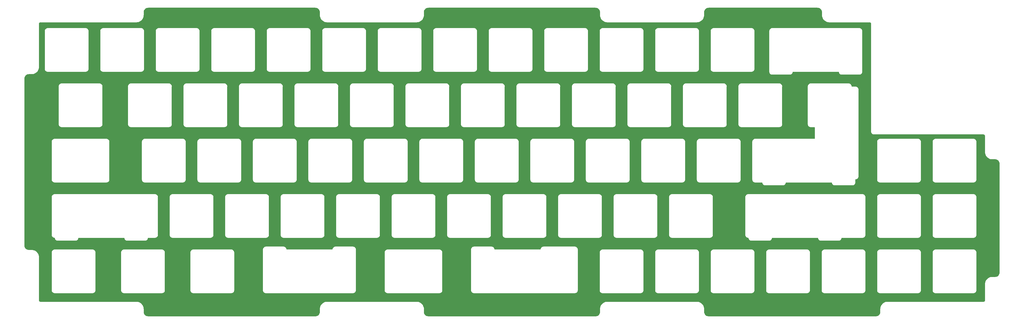
<source format=gbr>
%TF.GenerationSoftware,KiCad,Pcbnew,(6.0.1)*%
%TF.CreationDate,2022-03-30T22:07:59-04:00*%
%TF.ProjectId,GanJing 70 plate,47616e4a-696e-4672-9037-3020706c6174,rev?*%
%TF.SameCoordinates,Original*%
%TF.FileFunction,Copper,L1,Top*%
%TF.FilePolarity,Positive*%
%FSLAX46Y46*%
G04 Gerber Fmt 4.6, Leading zero omitted, Abs format (unit mm)*
G04 Created by KiCad (PCBNEW (6.0.1)) date 2022-03-30 22:07:59*
%MOMM*%
%LPD*%
G01*
G04 APERTURE LIST*
G04 APERTURE END LIST*
%TA.AperFunction,NonConductor*%
G36*
X144275807Y-104190751D02*
G01*
X144278035Y-104191098D01*
X144290610Y-104193056D01*
X144290612Y-104193056D01*
X144299481Y-104194437D01*
X144308383Y-104193273D01*
X144308385Y-104193273D01*
X144314710Y-104192446D01*
X144340033Y-104191703D01*
X144503877Y-104203421D01*
X144509094Y-104203794D01*
X144526888Y-104206352D01*
X144717291Y-104247772D01*
X144734539Y-104252837D01*
X144917109Y-104320933D01*
X144933461Y-104328400D01*
X144998771Y-104364061D01*
X145104485Y-104421785D01*
X145119599Y-104431499D01*
X145229267Y-104513595D01*
X145275593Y-104548274D01*
X145289179Y-104560047D01*
X145426955Y-104697823D01*
X145438728Y-104711409D01*
X145555503Y-104867403D01*
X145565220Y-104882522D01*
X145658602Y-105053541D01*
X145666069Y-105069893D01*
X145734165Y-105252463D01*
X145739231Y-105269713D01*
X145780650Y-105460114D01*
X145783208Y-105477909D01*
X145794792Y-105639880D01*
X145794048Y-105657784D01*
X145793946Y-105666109D01*
X145792565Y-105674981D01*
X145793729Y-105683883D01*
X145793729Y-105683886D01*
X145796687Y-105706502D01*
X145797751Y-105722840D01*
X145797751Y-106628044D01*
X145796005Y-106648948D01*
X145792680Y-106668712D01*
X145792527Y-106681251D01*
X145793217Y-106686066D01*
X145793378Y-106688541D01*
X145793946Y-106694136D01*
X145794807Y-106708371D01*
X145811486Y-106984109D01*
X145866178Y-107282552D01*
X145956444Y-107572226D01*
X145958006Y-107575696D01*
X145958008Y-107575702D01*
X146018706Y-107710567D01*
X146080968Y-107848907D01*
X146082937Y-107852164D01*
X146082939Y-107852168D01*
X146195534Y-108038422D01*
X146237935Y-108108562D01*
X146425055Y-108347403D01*
X146639599Y-108561947D01*
X146878440Y-108749067D01*
X146881694Y-108751034D01*
X147134834Y-108904063D01*
X147134838Y-108904065D01*
X147138095Y-108906034D01*
X147276436Y-108968296D01*
X147411300Y-109028994D01*
X147411306Y-109028996D01*
X147414776Y-109030558D01*
X147704450Y-109120824D01*
X148002893Y-109175516D01*
X148006684Y-109175745D01*
X148006690Y-109175746D01*
X148184746Y-109186515D01*
X148274964Y-109191972D01*
X148288268Y-109193490D01*
X148293212Y-109194322D01*
X148299689Y-109194401D01*
X148300892Y-109194416D01*
X148300896Y-109194416D01*
X148305751Y-109194475D01*
X148333339Y-109190524D01*
X148351202Y-109189251D01*
X178952544Y-109189251D01*
X178973448Y-109190997D01*
X178993212Y-109194322D01*
X178999540Y-109194399D01*
X179000892Y-109194416D01*
X179000896Y-109194416D01*
X179005751Y-109194475D01*
X179010566Y-109193785D01*
X179013041Y-109193624D01*
X179018636Y-109193056D01*
X179304813Y-109175746D01*
X179304819Y-109175745D01*
X179308609Y-109175516D01*
X179607052Y-109120824D01*
X179896726Y-109030558D01*
X179900196Y-109028996D01*
X179900202Y-109028994D01*
X180035066Y-108968296D01*
X180173407Y-108906034D01*
X180176664Y-108904065D01*
X180176668Y-108904063D01*
X180429808Y-108751034D01*
X180433062Y-108749067D01*
X180671903Y-108561947D01*
X180886447Y-108347403D01*
X181073567Y-108108562D01*
X181115968Y-108038422D01*
X181228563Y-107852168D01*
X181228565Y-107852164D01*
X181230534Y-107848907D01*
X181292796Y-107710567D01*
X181353494Y-107575702D01*
X181353496Y-107575696D01*
X181355058Y-107572226D01*
X181445324Y-107282552D01*
X181500016Y-106984109D01*
X181505492Y-106893585D01*
X181516472Y-106712041D01*
X181517990Y-106698734D01*
X181518014Y-106698591D01*
X181518822Y-106693790D01*
X181518975Y-106681251D01*
X181515024Y-106653663D01*
X181513751Y-106635800D01*
X181513751Y-105730579D01*
X181515251Y-105711194D01*
X181517556Y-105696392D01*
X181517556Y-105696390D01*
X181518937Y-105687521D01*
X181517773Y-105678617D01*
X181516946Y-105672292D01*
X181516203Y-105646964D01*
X181528294Y-105477908D01*
X181530852Y-105460114D01*
X181572271Y-105269713D01*
X181577337Y-105252463D01*
X181645433Y-105069893D01*
X181652900Y-105053541D01*
X181746282Y-104882522D01*
X181755999Y-104867403D01*
X181872774Y-104711409D01*
X181884547Y-104697823D01*
X182022323Y-104560047D01*
X182035909Y-104548274D01*
X182082235Y-104513595D01*
X182191903Y-104431499D01*
X182207017Y-104421785D01*
X182312731Y-104364061D01*
X182378041Y-104328400D01*
X182394393Y-104320933D01*
X182576963Y-104252837D01*
X182594211Y-104247772D01*
X182784614Y-104206352D01*
X182802409Y-104203794D01*
X182851308Y-104200297D01*
X182964382Y-104192210D01*
X182982284Y-104192954D01*
X182990609Y-104193056D01*
X182999481Y-104194437D01*
X183008383Y-104193273D01*
X183008386Y-104193273D01*
X183031002Y-104190315D01*
X183047340Y-104189251D01*
X240456423Y-104189251D01*
X240475807Y-104190751D01*
X240478035Y-104191098D01*
X240490610Y-104193056D01*
X240490612Y-104193056D01*
X240499481Y-104194437D01*
X240508383Y-104193273D01*
X240508385Y-104193273D01*
X240514710Y-104192446D01*
X240540033Y-104191703D01*
X240703877Y-104203421D01*
X240709094Y-104203794D01*
X240726888Y-104206352D01*
X240917291Y-104247772D01*
X240934539Y-104252837D01*
X241117109Y-104320933D01*
X241133461Y-104328400D01*
X241198771Y-104364061D01*
X241304485Y-104421785D01*
X241319599Y-104431499D01*
X241429267Y-104513595D01*
X241475593Y-104548274D01*
X241489179Y-104560047D01*
X241626955Y-104697823D01*
X241638728Y-104711409D01*
X241755503Y-104867403D01*
X241765220Y-104882522D01*
X241858602Y-105053541D01*
X241866069Y-105069893D01*
X241934165Y-105252463D01*
X241939231Y-105269713D01*
X241980650Y-105460114D01*
X241983208Y-105477909D01*
X241994792Y-105639880D01*
X241994048Y-105657784D01*
X241993946Y-105666109D01*
X241992565Y-105674981D01*
X241993729Y-105683883D01*
X241993729Y-105683886D01*
X241996687Y-105706502D01*
X241997751Y-105722840D01*
X241997751Y-106628044D01*
X241996005Y-106648948D01*
X241992680Y-106668712D01*
X241992527Y-106681251D01*
X241993217Y-106686066D01*
X241993378Y-106688541D01*
X241993946Y-106694136D01*
X241994807Y-106708371D01*
X242011486Y-106984109D01*
X242066178Y-107282552D01*
X242156444Y-107572226D01*
X242158006Y-107575696D01*
X242158008Y-107575702D01*
X242218706Y-107710567D01*
X242280968Y-107848907D01*
X242282937Y-107852164D01*
X242282939Y-107852168D01*
X242395534Y-108038422D01*
X242437935Y-108108562D01*
X242625055Y-108347403D01*
X242839599Y-108561947D01*
X243078440Y-108749067D01*
X243081694Y-108751034D01*
X243334834Y-108904063D01*
X243334838Y-108904065D01*
X243338095Y-108906034D01*
X243476436Y-108968296D01*
X243611300Y-109028994D01*
X243611306Y-109028996D01*
X243614776Y-109030558D01*
X243904450Y-109120824D01*
X244202893Y-109175516D01*
X244206684Y-109175745D01*
X244206690Y-109175746D01*
X244384746Y-109186515D01*
X244474964Y-109191972D01*
X244488268Y-109193490D01*
X244493212Y-109194322D01*
X244499689Y-109194401D01*
X244500892Y-109194416D01*
X244500896Y-109194416D01*
X244505751Y-109194475D01*
X244533339Y-109190524D01*
X244551202Y-109189251D01*
X275152544Y-109189251D01*
X275173448Y-109190997D01*
X275193212Y-109194322D01*
X275199540Y-109194399D01*
X275200892Y-109194416D01*
X275200896Y-109194416D01*
X275205751Y-109194475D01*
X275210566Y-109193785D01*
X275213041Y-109193624D01*
X275218636Y-109193056D01*
X275504813Y-109175746D01*
X275504819Y-109175745D01*
X275508609Y-109175516D01*
X275807052Y-109120824D01*
X276096726Y-109030558D01*
X276100196Y-109028996D01*
X276100202Y-109028994D01*
X276235066Y-108968296D01*
X276373407Y-108906034D01*
X276376664Y-108904065D01*
X276376668Y-108904063D01*
X276629808Y-108751034D01*
X276633062Y-108749067D01*
X276871903Y-108561947D01*
X277086447Y-108347403D01*
X277273567Y-108108562D01*
X277315968Y-108038422D01*
X277428563Y-107852168D01*
X277428565Y-107852164D01*
X277430534Y-107848907D01*
X277492796Y-107710567D01*
X277553494Y-107575702D01*
X277553496Y-107575696D01*
X277555058Y-107572226D01*
X277645324Y-107282552D01*
X277700016Y-106984109D01*
X277705492Y-106893585D01*
X277716472Y-106712041D01*
X277717990Y-106698734D01*
X277718014Y-106698591D01*
X277718822Y-106693790D01*
X277718975Y-106681251D01*
X277715024Y-106653663D01*
X277713751Y-106635800D01*
X277713751Y-105730579D01*
X277715251Y-105711194D01*
X277717556Y-105696392D01*
X277717556Y-105696390D01*
X277718937Y-105687521D01*
X277717773Y-105678617D01*
X277716946Y-105672292D01*
X277716203Y-105646964D01*
X277728294Y-105477908D01*
X277730852Y-105460114D01*
X277772271Y-105269713D01*
X277777337Y-105252463D01*
X277845433Y-105069893D01*
X277852900Y-105053541D01*
X277946282Y-104882522D01*
X277955999Y-104867403D01*
X278072774Y-104711409D01*
X278084547Y-104697823D01*
X278222323Y-104560047D01*
X278235909Y-104548274D01*
X278282235Y-104513595D01*
X278391903Y-104431499D01*
X278407017Y-104421785D01*
X278512731Y-104364061D01*
X278578041Y-104328400D01*
X278594393Y-104320933D01*
X278776963Y-104252837D01*
X278794211Y-104247772D01*
X278984614Y-104206352D01*
X279002409Y-104203794D01*
X279051308Y-104200297D01*
X279164382Y-104192210D01*
X279182284Y-104192954D01*
X279190609Y-104193056D01*
X279199481Y-104194437D01*
X279208383Y-104193273D01*
X279208386Y-104193273D01*
X279231002Y-104190315D01*
X279247340Y-104189251D01*
X316656423Y-104189251D01*
X316675807Y-104190751D01*
X316678035Y-104191098D01*
X316690610Y-104193056D01*
X316690612Y-104193056D01*
X316699481Y-104194437D01*
X316708383Y-104193273D01*
X316708385Y-104193273D01*
X316714710Y-104192446D01*
X316740033Y-104191703D01*
X316903877Y-104203421D01*
X316909094Y-104203794D01*
X316926888Y-104206352D01*
X317117291Y-104247772D01*
X317134539Y-104252837D01*
X317317109Y-104320933D01*
X317333461Y-104328400D01*
X317398771Y-104364061D01*
X317504485Y-104421785D01*
X317519599Y-104431499D01*
X317629267Y-104513595D01*
X317675593Y-104548274D01*
X317689179Y-104560047D01*
X317826955Y-104697823D01*
X317838728Y-104711409D01*
X317955503Y-104867403D01*
X317965220Y-104882522D01*
X318058602Y-105053541D01*
X318066069Y-105069893D01*
X318134165Y-105252463D01*
X318139231Y-105269713D01*
X318180650Y-105460114D01*
X318183208Y-105477909D01*
X318194792Y-105639880D01*
X318194048Y-105657784D01*
X318193946Y-105666109D01*
X318192565Y-105674981D01*
X318193729Y-105683883D01*
X318193729Y-105683886D01*
X318196687Y-105706502D01*
X318197751Y-105722840D01*
X318197751Y-106628044D01*
X318196005Y-106648948D01*
X318192680Y-106668712D01*
X318192527Y-106681251D01*
X318193217Y-106686066D01*
X318193378Y-106688541D01*
X318193946Y-106694136D01*
X318194807Y-106708371D01*
X318211486Y-106984109D01*
X318266178Y-107282552D01*
X318356444Y-107572226D01*
X318358006Y-107575696D01*
X318358008Y-107575702D01*
X318418706Y-107710567D01*
X318480968Y-107848907D01*
X318482937Y-107852164D01*
X318482939Y-107852168D01*
X318595534Y-108038422D01*
X318637935Y-108108562D01*
X318825055Y-108347403D01*
X319039599Y-108561947D01*
X319278440Y-108749067D01*
X319281694Y-108751034D01*
X319534834Y-108904063D01*
X319534838Y-108904065D01*
X319538095Y-108906034D01*
X319676436Y-108968296D01*
X319811300Y-109028994D01*
X319811306Y-109028996D01*
X319814776Y-109030558D01*
X320104450Y-109120824D01*
X320402893Y-109175516D01*
X320406684Y-109175745D01*
X320406690Y-109175746D01*
X320584746Y-109186515D01*
X320674964Y-109191972D01*
X320688268Y-109193490D01*
X320693212Y-109194322D01*
X320699689Y-109194401D01*
X320700892Y-109194416D01*
X320700896Y-109194416D01*
X320705751Y-109194475D01*
X320733339Y-109190524D01*
X320751202Y-109189251D01*
X334506424Y-109189251D01*
X334525808Y-109190751D01*
X334540609Y-109193056D01*
X334540613Y-109193056D01*
X334549482Y-109194437D01*
X334558384Y-109193273D01*
X334558388Y-109193273D01*
X334558484Y-109193260D01*
X334588921Y-109192989D01*
X334651126Y-109199997D01*
X334678633Y-109206275D01*
X334755822Y-109233285D01*
X334781242Y-109245527D01*
X334850489Y-109289038D01*
X334872548Y-109306630D01*
X334930372Y-109364454D01*
X334947964Y-109386513D01*
X334991475Y-109455760D01*
X335003717Y-109481181D01*
X335030726Y-109558368D01*
X335037005Y-109585875D01*
X335043273Y-109641502D01*
X335044056Y-109657148D01*
X335043947Y-109666106D01*
X335042565Y-109674980D01*
X335044205Y-109687520D01*
X335046687Y-109706501D01*
X335047751Y-109722839D01*
X335047751Y-146728045D01*
X335046005Y-146748949D01*
X335042680Y-146768713D01*
X335042527Y-146781252D01*
X335043216Y-146786059D01*
X335043216Y-146786066D01*
X335045566Y-146802471D01*
X335046360Y-146809353D01*
X335059274Y-146956958D01*
X335104923Y-147127324D01*
X335179464Y-147287176D01*
X335280629Y-147431655D01*
X335405347Y-147556373D01*
X335549826Y-147657538D01*
X335554804Y-147659859D01*
X335554807Y-147659861D01*
X335704696Y-147729756D01*
X335709678Y-147732079D01*
X335714986Y-147733501D01*
X335714988Y-147733502D01*
X335874729Y-147776304D01*
X335874730Y-147776304D01*
X335880044Y-147777728D01*
X335885530Y-147778208D01*
X335885536Y-147778209D01*
X336009519Y-147789057D01*
X336019442Y-147790323D01*
X336038418Y-147793516D01*
X336038423Y-147793516D01*
X336043211Y-147794322D01*
X336049510Y-147794399D01*
X336050891Y-147794416D01*
X336050895Y-147794416D01*
X336055750Y-147794475D01*
X336083338Y-147790524D01*
X336101201Y-147789251D01*
X373606424Y-147789251D01*
X373625808Y-147790751D01*
X373640609Y-147793056D01*
X373640613Y-147793056D01*
X373649482Y-147794437D01*
X373658384Y-147793273D01*
X373658388Y-147793273D01*
X373658484Y-147793260D01*
X373688921Y-147792989D01*
X373751126Y-147799997D01*
X373778633Y-147806275D01*
X373855822Y-147833285D01*
X373881242Y-147845527D01*
X373950489Y-147889038D01*
X373972548Y-147906630D01*
X374030372Y-147964454D01*
X374047964Y-147986513D01*
X374091475Y-148055760D01*
X374103717Y-148081181D01*
X374130726Y-148158368D01*
X374137005Y-148185875D01*
X374143273Y-148241502D01*
X374144056Y-148257148D01*
X374143947Y-148266106D01*
X374142565Y-148274980D01*
X374145025Y-148293791D01*
X374146687Y-148306501D01*
X374147751Y-148322839D01*
X374147751Y-153778044D01*
X374146005Y-153798948D01*
X374142680Y-153818712D01*
X374142527Y-153831251D01*
X374143217Y-153836066D01*
X374143378Y-153838541D01*
X374143946Y-153844136D01*
X374161486Y-154134109D01*
X374216178Y-154432552D01*
X374306444Y-154722226D01*
X374308006Y-154725696D01*
X374308008Y-154725702D01*
X374368706Y-154860566D01*
X374430968Y-154998907D01*
X374432937Y-155002164D01*
X374432939Y-155002168D01*
X374545534Y-155188422D01*
X374587935Y-155258562D01*
X374590276Y-155261550D01*
X374590278Y-155261553D01*
X374637406Y-155321707D01*
X374775055Y-155497403D01*
X374989599Y-155711947D01*
X375228440Y-155899067D01*
X375231694Y-155901034D01*
X375484834Y-156054063D01*
X375484838Y-156054065D01*
X375488095Y-156056034D01*
X375626436Y-156118296D01*
X375761300Y-156178994D01*
X375761306Y-156178996D01*
X375764776Y-156180558D01*
X376054450Y-156270824D01*
X376352893Y-156325516D01*
X376356684Y-156325745D01*
X376356690Y-156325746D01*
X376534746Y-156336515D01*
X376624964Y-156341972D01*
X376638268Y-156343490D01*
X376643212Y-156344322D01*
X376649689Y-156344401D01*
X376650892Y-156344416D01*
X376650896Y-156344416D01*
X376655751Y-156344475D01*
X376683339Y-156340524D01*
X376701202Y-156339251D01*
X377606423Y-156339251D01*
X377625807Y-156340751D01*
X377628035Y-156341098D01*
X377640610Y-156343056D01*
X377640612Y-156343056D01*
X377649481Y-156344437D01*
X377658383Y-156343273D01*
X377658385Y-156343273D01*
X377664710Y-156342446D01*
X377690033Y-156341703D01*
X377853877Y-156353421D01*
X377859094Y-156353794D01*
X377876888Y-156356352D01*
X378067291Y-156397772D01*
X378084539Y-156402837D01*
X378267109Y-156470933D01*
X378283461Y-156478400D01*
X378348771Y-156514061D01*
X378454485Y-156571785D01*
X378469599Y-156581499D01*
X378579267Y-156663595D01*
X378625593Y-156698274D01*
X378639179Y-156710047D01*
X378776955Y-156847823D01*
X378788728Y-156861409D01*
X378905503Y-157017403D01*
X378915220Y-157032522D01*
X379008602Y-157203541D01*
X379016069Y-157219893D01*
X379084165Y-157402463D01*
X379089231Y-157419713D01*
X379130650Y-157610114D01*
X379133208Y-157627909D01*
X379144792Y-157789880D01*
X379144048Y-157807784D01*
X379143946Y-157816109D01*
X379142565Y-157824981D01*
X379143729Y-157833883D01*
X379143729Y-157833886D01*
X379146687Y-157856502D01*
X379147751Y-157872840D01*
X379147751Y-195281923D01*
X379146251Y-195301307D01*
X379142565Y-195324981D01*
X379143729Y-195333883D01*
X379143729Y-195333885D01*
X379144556Y-195340210D01*
X379145299Y-195365538D01*
X379133208Y-195534594D01*
X379130650Y-195552388D01*
X379089231Y-195742789D01*
X379084165Y-195760039D01*
X379016069Y-195942609D01*
X379008602Y-195958961D01*
X378915220Y-196129980D01*
X378905503Y-196145099D01*
X378847767Y-196222226D01*
X378788728Y-196301093D01*
X378776955Y-196314679D01*
X378639179Y-196452455D01*
X378625592Y-196464228D01*
X378469599Y-196581003D01*
X378454485Y-196590717D01*
X378348771Y-196648441D01*
X378283461Y-196684102D01*
X378267109Y-196691569D01*
X378084539Y-196759665D01*
X378067291Y-196764730D01*
X377903773Y-196800302D01*
X377876888Y-196806150D01*
X377859093Y-196808708D01*
X377810194Y-196812205D01*
X377697120Y-196820292D01*
X377679218Y-196819548D01*
X377670893Y-196819446D01*
X377662021Y-196818065D01*
X377653119Y-196819229D01*
X377653116Y-196819229D01*
X377630500Y-196822187D01*
X377614162Y-196823251D01*
X376708958Y-196823251D01*
X376688054Y-196821505D01*
X376684888Y-196820972D01*
X376668290Y-196818180D01*
X376661962Y-196818103D01*
X376660610Y-196818086D01*
X376660606Y-196818086D01*
X376655751Y-196818027D01*
X376650936Y-196818717D01*
X376648461Y-196818878D01*
X376642866Y-196819446D01*
X376356689Y-196836756D01*
X376356683Y-196836757D01*
X376352893Y-196836986D01*
X376054450Y-196891678D01*
X375764776Y-196981944D01*
X375761306Y-196983506D01*
X375761300Y-196983508D01*
X375626436Y-197044206D01*
X375488095Y-197106468D01*
X375484838Y-197108437D01*
X375484834Y-197108439D01*
X375294081Y-197223754D01*
X375228440Y-197263435D01*
X374989599Y-197450555D01*
X374775055Y-197665099D01*
X374587935Y-197903940D01*
X374585968Y-197907194D01*
X374483861Y-198076100D01*
X374430968Y-198163595D01*
X374429404Y-198167071D01*
X374345185Y-198354198D01*
X374306444Y-198440276D01*
X374216178Y-198729950D01*
X374161486Y-199028393D01*
X374161257Y-199032184D01*
X374161256Y-199032190D01*
X374145030Y-199300461D01*
X374143512Y-199313768D01*
X374142680Y-199318712D01*
X374142527Y-199331251D01*
X374143217Y-199336066D01*
X374146478Y-199358839D01*
X374147751Y-199376702D01*
X374147751Y-204831924D01*
X374146251Y-204851308D01*
X374143946Y-204866109D01*
X374143946Y-204866113D01*
X374142565Y-204874982D01*
X374143729Y-204883884D01*
X374143729Y-204883888D01*
X374143742Y-204883984D01*
X374144013Y-204914421D01*
X374137005Y-204976626D01*
X374130726Y-205004136D01*
X374103717Y-205081322D01*
X374091475Y-205106742D01*
X374047964Y-205175989D01*
X374030372Y-205198048D01*
X373972548Y-205255872D01*
X373950489Y-205273464D01*
X373881242Y-205316975D01*
X373855821Y-205329217D01*
X373778634Y-205356226D01*
X373751127Y-205362505D01*
X373727179Y-205365203D01*
X373695495Y-205368773D01*
X373679854Y-205369556D01*
X373670896Y-205369447D01*
X373662022Y-205368065D01*
X373632099Y-205371978D01*
X373630501Y-205372187D01*
X373614163Y-205373251D01*
X340758958Y-205373251D01*
X340738054Y-205371505D01*
X340729851Y-205370125D01*
X340718290Y-205368180D01*
X340711962Y-205368103D01*
X340710610Y-205368086D01*
X340710606Y-205368086D01*
X340705751Y-205368027D01*
X340700936Y-205368717D01*
X340698461Y-205368878D01*
X340692866Y-205369446D01*
X340406689Y-205386756D01*
X340406683Y-205386757D01*
X340402893Y-205386986D01*
X340104450Y-205441678D01*
X339814776Y-205531944D01*
X339811306Y-205533506D01*
X339811300Y-205533508D01*
X339676435Y-205594206D01*
X339538095Y-205656468D01*
X339534838Y-205658437D01*
X339534834Y-205658439D01*
X339468367Y-205698620D01*
X339278440Y-205813435D01*
X339039599Y-206000555D01*
X338825055Y-206215099D01*
X338637935Y-206453940D01*
X338635968Y-206457194D01*
X338533861Y-206626100D01*
X338480968Y-206713595D01*
X338479404Y-206717071D01*
X338395185Y-206904198D01*
X338356444Y-206990276D01*
X338266178Y-207279950D01*
X338211486Y-207578393D01*
X338211257Y-207582184D01*
X338211256Y-207582190D01*
X338195030Y-207850461D01*
X338193512Y-207863768D01*
X338192680Y-207868712D01*
X338192527Y-207881251D01*
X338193217Y-207886066D01*
X338196478Y-207908839D01*
X338197751Y-207926702D01*
X338197751Y-208831923D01*
X338196251Y-208851307D01*
X338192565Y-208874981D01*
X338193729Y-208883883D01*
X338193729Y-208883885D01*
X338194556Y-208890210D01*
X338195299Y-208915538D01*
X338183208Y-209084594D01*
X338180650Y-209102388D01*
X338139231Y-209292789D01*
X338134165Y-209310039D01*
X338066069Y-209492609D01*
X338058602Y-209508961D01*
X337965220Y-209679980D01*
X337955503Y-209695099D01*
X337897767Y-209772226D01*
X337838728Y-209851093D01*
X337826955Y-209864679D01*
X337689179Y-210002455D01*
X337675592Y-210014228D01*
X337519599Y-210131003D01*
X337504485Y-210140717D01*
X337398771Y-210198441D01*
X337333461Y-210234102D01*
X337317109Y-210241569D01*
X337134539Y-210309665D01*
X337117291Y-210314730D01*
X336953773Y-210350302D01*
X336926888Y-210356150D01*
X336909093Y-210358708D01*
X336860194Y-210362205D01*
X336747120Y-210370292D01*
X336729218Y-210369548D01*
X336720893Y-210369446D01*
X336712021Y-210368065D01*
X336703119Y-210369229D01*
X336703116Y-210369229D01*
X336680500Y-210372187D01*
X336664162Y-210373251D01*
X279255079Y-210373251D01*
X279235694Y-210371751D01*
X279235412Y-210371707D01*
X279232868Y-210371311D01*
X279220892Y-210369446D01*
X279220890Y-210369446D01*
X279212021Y-210368065D01*
X279203119Y-210369229D01*
X279203117Y-210369229D01*
X279196792Y-210370056D01*
X279171469Y-210370799D01*
X279002408Y-210358708D01*
X278984614Y-210356150D01*
X278957729Y-210350302D01*
X278794211Y-210314730D01*
X278776963Y-210309665D01*
X278594393Y-210241569D01*
X278578041Y-210234102D01*
X278512731Y-210198441D01*
X278407017Y-210140717D01*
X278391903Y-210131003D01*
X278235910Y-210014228D01*
X278222323Y-210002455D01*
X278084547Y-209864679D01*
X278072774Y-209851093D01*
X278013735Y-209772226D01*
X277955999Y-209695099D01*
X277946282Y-209679980D01*
X277852900Y-209508961D01*
X277845433Y-209492609D01*
X277777337Y-209310039D01*
X277772271Y-209292789D01*
X277730852Y-209102388D01*
X277728294Y-209084593D01*
X277716710Y-208922622D01*
X277717454Y-208904718D01*
X277717556Y-208896393D01*
X277718937Y-208887521D01*
X277717298Y-208874981D01*
X277714815Y-208856000D01*
X277713751Y-208839662D01*
X277713751Y-207934458D01*
X277715497Y-207913554D01*
X277718015Y-207898586D01*
X277718822Y-207893790D01*
X277718975Y-207881251D01*
X277718285Y-207876436D01*
X277718124Y-207873961D01*
X277717556Y-207868366D01*
X277700246Y-207582189D01*
X277700245Y-207582183D01*
X277700016Y-207578393D01*
X277645324Y-207279950D01*
X277555058Y-206990276D01*
X277516318Y-206904198D01*
X277432098Y-206717071D01*
X277430534Y-206713595D01*
X277377642Y-206626100D01*
X277275534Y-206457194D01*
X277273567Y-206453940D01*
X277086447Y-206215099D01*
X276871903Y-206000555D01*
X276633062Y-205813435D01*
X276443135Y-205698620D01*
X276376668Y-205658439D01*
X276376664Y-205658437D01*
X276373407Y-205656468D01*
X276235067Y-205594206D01*
X276100202Y-205533508D01*
X276100196Y-205533506D01*
X276096726Y-205531944D01*
X275807052Y-205441678D01*
X275508609Y-205386986D01*
X275504818Y-205386757D01*
X275504812Y-205386756D01*
X275326756Y-205375987D01*
X275236538Y-205370530D01*
X275223234Y-205369012D01*
X275223091Y-205368988D01*
X275223092Y-205368988D01*
X275218290Y-205368180D01*
X275211813Y-205368101D01*
X275210610Y-205368086D01*
X275210606Y-205368086D01*
X275205751Y-205368027D01*
X275181466Y-205371505D01*
X275178163Y-205371978D01*
X275160300Y-205373251D01*
X244558958Y-205373251D01*
X244538054Y-205371505D01*
X244529851Y-205370125D01*
X244518290Y-205368180D01*
X244511962Y-205368103D01*
X244510610Y-205368086D01*
X244510606Y-205368086D01*
X244505751Y-205368027D01*
X244500936Y-205368717D01*
X244498461Y-205368878D01*
X244492866Y-205369446D01*
X244206689Y-205386756D01*
X244206683Y-205386757D01*
X244202893Y-205386986D01*
X243904450Y-205441678D01*
X243614776Y-205531944D01*
X243611306Y-205533506D01*
X243611300Y-205533508D01*
X243476435Y-205594206D01*
X243338095Y-205656468D01*
X243334838Y-205658437D01*
X243334834Y-205658439D01*
X243268367Y-205698620D01*
X243078440Y-205813435D01*
X242839599Y-206000555D01*
X242625055Y-206215099D01*
X242437935Y-206453940D01*
X242435968Y-206457194D01*
X242333861Y-206626100D01*
X242280968Y-206713595D01*
X242279404Y-206717071D01*
X242195185Y-206904198D01*
X242156444Y-206990276D01*
X242066178Y-207279950D01*
X242011486Y-207578393D01*
X242011257Y-207582184D01*
X242011256Y-207582190D01*
X241995030Y-207850461D01*
X241993512Y-207863768D01*
X241992680Y-207868712D01*
X241992527Y-207881251D01*
X241993217Y-207886066D01*
X241996478Y-207908839D01*
X241997751Y-207926702D01*
X241997751Y-208831923D01*
X241996251Y-208851307D01*
X241992565Y-208874981D01*
X241993729Y-208883883D01*
X241993729Y-208883885D01*
X241994556Y-208890210D01*
X241995299Y-208915538D01*
X241983208Y-209084594D01*
X241980650Y-209102388D01*
X241939231Y-209292789D01*
X241934165Y-209310039D01*
X241866069Y-209492609D01*
X241858602Y-209508961D01*
X241765220Y-209679980D01*
X241755503Y-209695099D01*
X241697767Y-209772226D01*
X241638728Y-209851093D01*
X241626955Y-209864679D01*
X241489179Y-210002455D01*
X241475592Y-210014228D01*
X241319599Y-210131003D01*
X241304485Y-210140717D01*
X241198771Y-210198441D01*
X241133461Y-210234102D01*
X241117109Y-210241569D01*
X240934539Y-210309665D01*
X240917291Y-210314730D01*
X240753773Y-210350302D01*
X240726888Y-210356150D01*
X240709093Y-210358708D01*
X240660194Y-210362205D01*
X240547120Y-210370292D01*
X240529218Y-210369548D01*
X240520893Y-210369446D01*
X240512021Y-210368065D01*
X240503119Y-210369229D01*
X240503116Y-210369229D01*
X240480500Y-210372187D01*
X240464162Y-210373251D01*
X183055079Y-210373251D01*
X183035694Y-210371751D01*
X183035412Y-210371707D01*
X183032868Y-210371311D01*
X183020892Y-210369446D01*
X183020890Y-210369446D01*
X183012021Y-210368065D01*
X183003119Y-210369229D01*
X183003117Y-210369229D01*
X182996792Y-210370056D01*
X182971469Y-210370799D01*
X182802408Y-210358708D01*
X182784614Y-210356150D01*
X182757729Y-210350302D01*
X182594211Y-210314730D01*
X182576963Y-210309665D01*
X182394393Y-210241569D01*
X182378041Y-210234102D01*
X182312731Y-210198441D01*
X182207017Y-210140717D01*
X182191903Y-210131003D01*
X182035910Y-210014228D01*
X182022323Y-210002455D01*
X181884547Y-209864679D01*
X181872774Y-209851093D01*
X181813735Y-209772226D01*
X181755999Y-209695099D01*
X181746282Y-209679980D01*
X181652900Y-209508961D01*
X181645433Y-209492609D01*
X181577337Y-209310039D01*
X181572271Y-209292789D01*
X181530852Y-209102388D01*
X181528294Y-209084593D01*
X181516710Y-208922622D01*
X181517454Y-208904718D01*
X181517556Y-208896393D01*
X181518937Y-208887521D01*
X181517298Y-208874981D01*
X181514815Y-208856000D01*
X181513751Y-208839662D01*
X181513751Y-207934458D01*
X181515497Y-207913554D01*
X181518015Y-207898586D01*
X181518822Y-207893790D01*
X181518975Y-207881251D01*
X181518285Y-207876436D01*
X181518124Y-207873961D01*
X181517556Y-207868366D01*
X181500246Y-207582189D01*
X181500245Y-207582183D01*
X181500016Y-207578393D01*
X181445324Y-207279950D01*
X181355058Y-206990276D01*
X181316318Y-206904198D01*
X181232098Y-206717071D01*
X181230534Y-206713595D01*
X181177642Y-206626100D01*
X181075534Y-206457194D01*
X181073567Y-206453940D01*
X180886447Y-206215099D01*
X180671903Y-206000555D01*
X180433062Y-205813435D01*
X180243135Y-205698620D01*
X180176668Y-205658439D01*
X180176664Y-205658437D01*
X180173407Y-205656468D01*
X180035067Y-205594206D01*
X179900202Y-205533508D01*
X179900196Y-205533506D01*
X179896726Y-205531944D01*
X179607052Y-205441678D01*
X179308609Y-205386986D01*
X179304818Y-205386757D01*
X179304812Y-205386756D01*
X179126756Y-205375987D01*
X179036538Y-205370530D01*
X179023234Y-205369012D01*
X179023091Y-205368988D01*
X179023092Y-205368988D01*
X179018290Y-205368180D01*
X179011813Y-205368101D01*
X179010610Y-205368086D01*
X179010606Y-205368086D01*
X179005751Y-205368027D01*
X178981466Y-205371505D01*
X178978163Y-205371978D01*
X178960300Y-205373251D01*
X148358958Y-205373251D01*
X148338054Y-205371505D01*
X148329851Y-205370125D01*
X148318290Y-205368180D01*
X148311962Y-205368103D01*
X148310610Y-205368086D01*
X148310606Y-205368086D01*
X148305751Y-205368027D01*
X148300936Y-205368717D01*
X148298461Y-205368878D01*
X148292866Y-205369446D01*
X148006689Y-205386756D01*
X148006683Y-205386757D01*
X148002893Y-205386986D01*
X147704450Y-205441678D01*
X147414776Y-205531944D01*
X147411306Y-205533506D01*
X147411300Y-205533508D01*
X147276435Y-205594206D01*
X147138095Y-205656468D01*
X147134838Y-205658437D01*
X147134834Y-205658439D01*
X147068367Y-205698620D01*
X146878440Y-205813435D01*
X146639599Y-206000555D01*
X146425055Y-206215099D01*
X146237935Y-206453940D01*
X146235968Y-206457194D01*
X146133861Y-206626100D01*
X146080968Y-206713595D01*
X146079404Y-206717071D01*
X145995185Y-206904198D01*
X145956444Y-206990276D01*
X145866178Y-207279950D01*
X145811486Y-207578393D01*
X145811257Y-207582184D01*
X145811256Y-207582190D01*
X145795030Y-207850461D01*
X145793512Y-207863768D01*
X145792680Y-207868712D01*
X145792527Y-207881251D01*
X145793217Y-207886066D01*
X145796478Y-207908839D01*
X145797751Y-207926702D01*
X145797751Y-208831923D01*
X145796251Y-208851307D01*
X145792565Y-208874981D01*
X145793729Y-208883883D01*
X145793729Y-208883885D01*
X145794556Y-208890210D01*
X145795299Y-208915538D01*
X145783208Y-209084594D01*
X145780650Y-209102388D01*
X145739231Y-209292789D01*
X145734165Y-209310039D01*
X145666069Y-209492609D01*
X145658602Y-209508961D01*
X145565220Y-209679980D01*
X145555503Y-209695099D01*
X145497767Y-209772226D01*
X145438728Y-209851093D01*
X145426955Y-209864679D01*
X145289179Y-210002455D01*
X145275592Y-210014228D01*
X145119599Y-210131003D01*
X145104485Y-210140717D01*
X144998771Y-210198441D01*
X144933461Y-210234102D01*
X144917109Y-210241569D01*
X144734539Y-210309665D01*
X144717291Y-210314730D01*
X144553773Y-210350302D01*
X144526888Y-210356150D01*
X144509093Y-210358708D01*
X144460194Y-210362205D01*
X144347120Y-210370292D01*
X144329218Y-210369548D01*
X144320893Y-210369446D01*
X144312021Y-210368065D01*
X144303119Y-210369229D01*
X144303116Y-210369229D01*
X144280500Y-210372187D01*
X144264162Y-210373251D01*
X86855079Y-210373251D01*
X86835694Y-210371751D01*
X86835412Y-210371707D01*
X86832868Y-210371311D01*
X86820892Y-210369446D01*
X86820890Y-210369446D01*
X86812021Y-210368065D01*
X86803119Y-210369229D01*
X86803117Y-210369229D01*
X86796792Y-210370056D01*
X86771469Y-210370799D01*
X86602408Y-210358708D01*
X86584614Y-210356150D01*
X86557729Y-210350302D01*
X86394211Y-210314730D01*
X86376963Y-210309665D01*
X86194393Y-210241569D01*
X86178041Y-210234102D01*
X86112731Y-210198441D01*
X86007017Y-210140717D01*
X85991903Y-210131003D01*
X85835910Y-210014228D01*
X85822323Y-210002455D01*
X85684547Y-209864679D01*
X85672774Y-209851093D01*
X85613735Y-209772226D01*
X85555999Y-209695099D01*
X85546282Y-209679980D01*
X85452900Y-209508961D01*
X85445433Y-209492609D01*
X85377337Y-209310039D01*
X85372271Y-209292789D01*
X85330852Y-209102388D01*
X85328294Y-209084593D01*
X85316710Y-208922622D01*
X85317454Y-208904718D01*
X85317556Y-208896393D01*
X85318937Y-208887521D01*
X85317298Y-208874981D01*
X85314815Y-208856000D01*
X85313751Y-208839662D01*
X85313751Y-207934458D01*
X85315497Y-207913554D01*
X85318015Y-207898586D01*
X85318822Y-207893790D01*
X85318975Y-207881251D01*
X85318285Y-207876436D01*
X85318124Y-207873961D01*
X85317556Y-207868366D01*
X85300246Y-207582189D01*
X85300245Y-207582183D01*
X85300016Y-207578393D01*
X85245324Y-207279950D01*
X85155058Y-206990276D01*
X85116318Y-206904198D01*
X85032098Y-206717071D01*
X85030534Y-206713595D01*
X84977642Y-206626100D01*
X84875534Y-206457194D01*
X84873567Y-206453940D01*
X84686447Y-206215099D01*
X84471903Y-206000555D01*
X84233062Y-205813435D01*
X84043135Y-205698620D01*
X83976668Y-205658439D01*
X83976664Y-205658437D01*
X83973407Y-205656468D01*
X83835067Y-205594206D01*
X83700202Y-205533508D01*
X83700196Y-205533506D01*
X83696726Y-205531944D01*
X83407052Y-205441678D01*
X83108609Y-205386986D01*
X83104818Y-205386757D01*
X83104812Y-205386756D01*
X82926756Y-205375987D01*
X82836538Y-205370530D01*
X82823234Y-205369012D01*
X82823091Y-205368988D01*
X82823092Y-205368988D01*
X82818290Y-205368180D01*
X82811813Y-205368101D01*
X82810610Y-205368086D01*
X82810606Y-205368086D01*
X82805751Y-205368027D01*
X82781466Y-205371505D01*
X82778163Y-205371978D01*
X82760300Y-205373251D01*
X49905078Y-205373251D01*
X49885694Y-205371751D01*
X49870893Y-205369446D01*
X49870889Y-205369446D01*
X49862020Y-205368065D01*
X49853118Y-205369229D01*
X49853114Y-205369229D01*
X49853018Y-205369242D01*
X49822581Y-205369513D01*
X49760376Y-205362505D01*
X49732869Y-205356227D01*
X49655679Y-205329217D01*
X49630260Y-205316975D01*
X49561013Y-205273464D01*
X49538954Y-205255872D01*
X49481130Y-205198048D01*
X49463538Y-205175989D01*
X49420027Y-205106742D01*
X49407785Y-205081321D01*
X49380776Y-205004134D01*
X49374497Y-204976627D01*
X49368229Y-204921000D01*
X49367446Y-204905354D01*
X49367555Y-204896396D01*
X49368937Y-204887522D01*
X49364815Y-204856000D01*
X49363751Y-204839663D01*
X49363751Y-201406252D01*
X53748777Y-201406252D01*
X53749466Y-201411059D01*
X53749466Y-201411066D01*
X53751816Y-201427471D01*
X53752610Y-201434353D01*
X53765524Y-201581958D01*
X53811173Y-201752324D01*
X53885714Y-201912176D01*
X53986879Y-202056655D01*
X54111597Y-202181373D01*
X54256076Y-202282538D01*
X54261054Y-202284859D01*
X54261057Y-202284861D01*
X54410946Y-202354756D01*
X54415928Y-202357079D01*
X54421236Y-202358501D01*
X54421238Y-202358502D01*
X54580979Y-202401304D01*
X54580980Y-202401304D01*
X54586294Y-202402728D01*
X54591780Y-202403208D01*
X54591786Y-202403209D01*
X54715769Y-202414057D01*
X54725692Y-202415323D01*
X54744668Y-202418516D01*
X54744673Y-202418516D01*
X54749461Y-202419322D01*
X54755760Y-202419399D01*
X54757141Y-202419416D01*
X54757145Y-202419416D01*
X54762000Y-202419475D01*
X54789588Y-202415524D01*
X54807451Y-202414251D01*
X67708795Y-202414251D01*
X67729699Y-202415997D01*
X67749463Y-202419322D01*
X67755821Y-202419400D01*
X67757144Y-202419416D01*
X67757148Y-202419416D01*
X67762002Y-202419475D01*
X67766809Y-202418786D01*
X67766816Y-202418786D01*
X67783221Y-202416436D01*
X67790103Y-202415642D01*
X67823996Y-202412677D01*
X67937708Y-202402728D01*
X67943022Y-202401304D01*
X67943023Y-202401304D01*
X68102764Y-202358502D01*
X68102766Y-202358501D01*
X68108074Y-202357079D01*
X68113056Y-202354756D01*
X68262945Y-202284861D01*
X68262948Y-202284859D01*
X68267926Y-202282538D01*
X68412405Y-202181373D01*
X68537123Y-202056655D01*
X68638288Y-201912176D01*
X68712829Y-201752324D01*
X68758478Y-201581958D01*
X68758959Y-201576466D01*
X68769807Y-201452483D01*
X68771073Y-201442560D01*
X68774266Y-201423584D01*
X68774266Y-201423579D01*
X68775072Y-201418791D01*
X68775225Y-201406252D01*
X77561277Y-201406252D01*
X77561966Y-201411059D01*
X77561966Y-201411066D01*
X77564316Y-201427471D01*
X77565110Y-201434353D01*
X77578024Y-201581958D01*
X77623673Y-201752324D01*
X77698214Y-201912176D01*
X77799379Y-202056655D01*
X77924097Y-202181373D01*
X78068576Y-202282538D01*
X78073554Y-202284859D01*
X78073557Y-202284861D01*
X78223446Y-202354756D01*
X78228428Y-202357079D01*
X78233736Y-202358501D01*
X78233738Y-202358502D01*
X78393479Y-202401304D01*
X78393480Y-202401304D01*
X78398794Y-202402728D01*
X78404280Y-202403208D01*
X78404286Y-202403209D01*
X78528269Y-202414057D01*
X78538192Y-202415323D01*
X78557168Y-202418516D01*
X78557173Y-202418516D01*
X78561961Y-202419322D01*
X78568260Y-202419399D01*
X78569641Y-202419416D01*
X78569645Y-202419416D01*
X78574500Y-202419475D01*
X78602088Y-202415524D01*
X78619951Y-202414251D01*
X91521295Y-202414251D01*
X91542199Y-202415997D01*
X91561963Y-202419322D01*
X91568321Y-202419400D01*
X91569644Y-202419416D01*
X91569648Y-202419416D01*
X91574502Y-202419475D01*
X91579309Y-202418786D01*
X91579316Y-202418786D01*
X91595721Y-202416436D01*
X91602603Y-202415642D01*
X91636496Y-202412677D01*
X91750208Y-202402728D01*
X91755522Y-202401304D01*
X91755523Y-202401304D01*
X91915264Y-202358502D01*
X91915266Y-202358501D01*
X91920574Y-202357079D01*
X91925556Y-202354756D01*
X92075445Y-202284861D01*
X92075448Y-202284859D01*
X92080426Y-202282538D01*
X92224905Y-202181373D01*
X92349623Y-202056655D01*
X92450788Y-201912176D01*
X92525329Y-201752324D01*
X92570978Y-201581958D01*
X92571459Y-201576466D01*
X92582307Y-201452483D01*
X92583573Y-201442560D01*
X92586766Y-201423584D01*
X92586766Y-201423579D01*
X92587572Y-201418791D01*
X92587725Y-201406252D01*
X101373777Y-201406252D01*
X101374466Y-201411059D01*
X101374466Y-201411066D01*
X101376816Y-201427471D01*
X101377610Y-201434353D01*
X101390524Y-201581958D01*
X101436173Y-201752324D01*
X101510714Y-201912176D01*
X101611879Y-202056655D01*
X101736597Y-202181373D01*
X101881076Y-202282538D01*
X101886054Y-202284859D01*
X101886057Y-202284861D01*
X102035946Y-202354756D01*
X102040928Y-202357079D01*
X102046236Y-202358501D01*
X102046238Y-202358502D01*
X102205979Y-202401304D01*
X102205980Y-202401304D01*
X102211294Y-202402728D01*
X102216780Y-202403208D01*
X102216786Y-202403209D01*
X102340769Y-202414057D01*
X102350692Y-202415323D01*
X102369668Y-202418516D01*
X102369673Y-202418516D01*
X102374461Y-202419322D01*
X102380760Y-202419399D01*
X102382141Y-202419416D01*
X102382145Y-202419416D01*
X102387000Y-202419475D01*
X102414588Y-202415524D01*
X102432451Y-202414251D01*
X115333795Y-202414251D01*
X115354699Y-202415997D01*
X115374463Y-202419322D01*
X115380821Y-202419400D01*
X115382144Y-202419416D01*
X115382148Y-202419416D01*
X115387002Y-202419475D01*
X115391809Y-202418786D01*
X115391816Y-202418786D01*
X115408221Y-202416436D01*
X115415103Y-202415642D01*
X115448996Y-202412677D01*
X115562708Y-202402728D01*
X115568022Y-202401304D01*
X115568023Y-202401304D01*
X115727764Y-202358502D01*
X115727766Y-202358501D01*
X115733074Y-202357079D01*
X115738056Y-202354756D01*
X115887945Y-202284861D01*
X115887948Y-202284859D01*
X115892926Y-202282538D01*
X116037405Y-202181373D01*
X116162123Y-202056655D01*
X116263288Y-201912176D01*
X116337829Y-201752324D01*
X116383478Y-201581958D01*
X116383959Y-201576466D01*
X116394807Y-201452483D01*
X116396073Y-201442560D01*
X116399266Y-201423584D01*
X116399266Y-201423579D01*
X116400072Y-201418791D01*
X116400225Y-201406252D01*
X126273277Y-201406252D01*
X126273966Y-201411059D01*
X126273966Y-201411066D01*
X126276316Y-201427471D01*
X126277110Y-201434353D01*
X126290024Y-201581958D01*
X126335673Y-201752324D01*
X126410214Y-201912176D01*
X126511379Y-202056655D01*
X126636097Y-202181373D01*
X126780576Y-202282538D01*
X126785554Y-202284859D01*
X126785557Y-202284861D01*
X126935446Y-202354756D01*
X126940428Y-202357079D01*
X126945736Y-202358501D01*
X126945738Y-202358502D01*
X127105479Y-202401304D01*
X127105480Y-202401304D01*
X127110794Y-202402728D01*
X127116280Y-202403208D01*
X127116286Y-202403209D01*
X127240269Y-202414057D01*
X127250192Y-202415323D01*
X127269168Y-202418516D01*
X127269173Y-202418516D01*
X127273961Y-202419322D01*
X127280260Y-202419399D01*
X127281641Y-202419416D01*
X127281645Y-202419416D01*
X127286500Y-202419475D01*
X127314088Y-202415524D01*
X127331951Y-202414251D01*
X157109295Y-202414251D01*
X157130199Y-202415997D01*
X157149963Y-202419322D01*
X157156321Y-202419400D01*
X157157644Y-202419416D01*
X157157648Y-202419416D01*
X157162502Y-202419475D01*
X157167309Y-202418786D01*
X157167316Y-202418786D01*
X157183721Y-202416436D01*
X157190603Y-202415642D01*
X157224496Y-202412677D01*
X157338208Y-202402728D01*
X157343522Y-202401304D01*
X157343523Y-202401304D01*
X157503264Y-202358502D01*
X157503266Y-202358501D01*
X157508574Y-202357079D01*
X157513556Y-202354756D01*
X157663445Y-202284861D01*
X157663448Y-202284859D01*
X157668426Y-202282538D01*
X157812905Y-202181373D01*
X157937623Y-202056655D01*
X158038788Y-201912176D01*
X158113329Y-201752324D01*
X158158978Y-201581958D01*
X158159459Y-201576466D01*
X158170307Y-201452483D01*
X158171573Y-201442560D01*
X158174766Y-201423584D01*
X158174766Y-201423579D01*
X158175572Y-201418791D01*
X158175725Y-201406252D01*
X168048777Y-201406252D01*
X168049466Y-201411059D01*
X168049466Y-201411066D01*
X168051816Y-201427471D01*
X168052610Y-201434353D01*
X168065524Y-201581958D01*
X168111173Y-201752324D01*
X168185714Y-201912176D01*
X168286879Y-202056655D01*
X168411597Y-202181373D01*
X168556076Y-202282538D01*
X168561054Y-202284859D01*
X168561057Y-202284861D01*
X168710946Y-202354756D01*
X168715928Y-202357079D01*
X168721236Y-202358501D01*
X168721238Y-202358502D01*
X168880979Y-202401304D01*
X168880980Y-202401304D01*
X168886294Y-202402728D01*
X168891780Y-202403208D01*
X168891786Y-202403209D01*
X169015769Y-202414057D01*
X169025692Y-202415323D01*
X169044668Y-202418516D01*
X169044673Y-202418516D01*
X169049461Y-202419322D01*
X169055760Y-202419399D01*
X169057141Y-202419416D01*
X169057145Y-202419416D01*
X169062000Y-202419475D01*
X169089588Y-202415524D01*
X169107451Y-202414251D01*
X186771295Y-202414251D01*
X186792199Y-202415997D01*
X186811963Y-202419322D01*
X186818321Y-202419400D01*
X186819644Y-202419416D01*
X186819648Y-202419416D01*
X186824502Y-202419475D01*
X186829309Y-202418786D01*
X186829316Y-202418786D01*
X186845721Y-202416436D01*
X186852603Y-202415642D01*
X186886496Y-202412677D01*
X187000208Y-202402728D01*
X187005522Y-202401304D01*
X187005523Y-202401304D01*
X187165264Y-202358502D01*
X187165266Y-202358501D01*
X187170574Y-202357079D01*
X187175556Y-202354756D01*
X187325445Y-202284861D01*
X187325448Y-202284859D01*
X187330426Y-202282538D01*
X187474905Y-202181373D01*
X187599623Y-202056655D01*
X187700788Y-201912176D01*
X187775329Y-201752324D01*
X187820978Y-201581958D01*
X187821459Y-201576466D01*
X187832307Y-201452483D01*
X187833573Y-201442560D01*
X187836766Y-201423584D01*
X187836766Y-201423579D01*
X187837572Y-201418791D01*
X187837725Y-201406252D01*
X197710777Y-201406252D01*
X197711466Y-201411059D01*
X197711466Y-201411066D01*
X197713816Y-201427471D01*
X197714610Y-201434353D01*
X197727524Y-201581958D01*
X197773173Y-201752324D01*
X197847714Y-201912176D01*
X197948879Y-202056655D01*
X198073597Y-202181373D01*
X198218076Y-202282538D01*
X198223054Y-202284859D01*
X198223057Y-202284861D01*
X198372946Y-202354756D01*
X198377928Y-202357079D01*
X198383236Y-202358501D01*
X198383238Y-202358502D01*
X198542979Y-202401304D01*
X198542980Y-202401304D01*
X198548294Y-202402728D01*
X198553780Y-202403208D01*
X198553786Y-202403209D01*
X198677769Y-202414057D01*
X198687692Y-202415323D01*
X198706668Y-202418516D01*
X198706673Y-202418516D01*
X198711461Y-202419322D01*
X198717760Y-202419399D01*
X198719141Y-202419416D01*
X198719145Y-202419416D01*
X198724000Y-202419475D01*
X198751588Y-202415524D01*
X198769451Y-202414251D01*
X233271295Y-202414251D01*
X233292199Y-202415997D01*
X233311963Y-202419322D01*
X233318321Y-202419400D01*
X233319644Y-202419416D01*
X233319648Y-202419416D01*
X233324502Y-202419475D01*
X233329309Y-202418786D01*
X233329316Y-202418786D01*
X233345721Y-202416436D01*
X233352603Y-202415642D01*
X233386496Y-202412677D01*
X233500208Y-202402728D01*
X233505522Y-202401304D01*
X233505523Y-202401304D01*
X233665264Y-202358502D01*
X233665266Y-202358501D01*
X233670574Y-202357079D01*
X233675556Y-202354756D01*
X233825445Y-202284861D01*
X233825448Y-202284859D01*
X233830426Y-202282538D01*
X233974905Y-202181373D01*
X234099623Y-202056655D01*
X234200788Y-201912176D01*
X234275329Y-201752324D01*
X234320978Y-201581958D01*
X234321459Y-201576466D01*
X234332307Y-201452483D01*
X234333573Y-201442560D01*
X234336766Y-201423584D01*
X234336766Y-201423579D01*
X234337572Y-201418791D01*
X234337725Y-201406252D01*
X241867527Y-201406252D01*
X241868216Y-201411059D01*
X241868216Y-201411066D01*
X241870566Y-201427471D01*
X241871360Y-201434353D01*
X241884274Y-201581958D01*
X241929923Y-201752324D01*
X242004464Y-201912176D01*
X242105629Y-202056655D01*
X242230347Y-202181373D01*
X242374826Y-202282538D01*
X242379804Y-202284859D01*
X242379807Y-202284861D01*
X242529696Y-202354756D01*
X242534678Y-202357079D01*
X242539986Y-202358501D01*
X242539988Y-202358502D01*
X242699729Y-202401304D01*
X242699730Y-202401304D01*
X242705044Y-202402728D01*
X242710530Y-202403208D01*
X242710536Y-202403209D01*
X242834519Y-202414057D01*
X242844442Y-202415323D01*
X242863418Y-202418516D01*
X242863423Y-202418516D01*
X242868211Y-202419322D01*
X242874510Y-202419399D01*
X242875891Y-202419416D01*
X242875895Y-202419416D01*
X242880750Y-202419475D01*
X242908338Y-202415524D01*
X242926201Y-202414251D01*
X255827545Y-202414251D01*
X255848449Y-202415997D01*
X255868213Y-202419322D01*
X255874571Y-202419400D01*
X255875894Y-202419416D01*
X255875898Y-202419416D01*
X255880752Y-202419475D01*
X255885559Y-202418786D01*
X255885566Y-202418786D01*
X255901971Y-202416436D01*
X255908853Y-202415642D01*
X255942746Y-202412677D01*
X256056458Y-202402728D01*
X256061772Y-202401304D01*
X256061773Y-202401304D01*
X256221514Y-202358502D01*
X256221516Y-202358501D01*
X256226824Y-202357079D01*
X256231806Y-202354756D01*
X256381695Y-202284861D01*
X256381698Y-202284859D01*
X256386676Y-202282538D01*
X256531155Y-202181373D01*
X256655873Y-202056655D01*
X256757038Y-201912176D01*
X256831579Y-201752324D01*
X256877228Y-201581958D01*
X256877709Y-201576466D01*
X256888557Y-201452483D01*
X256889823Y-201442560D01*
X256893016Y-201423584D01*
X256893016Y-201423579D01*
X256893822Y-201418791D01*
X256893975Y-201406252D01*
X260917527Y-201406252D01*
X260918216Y-201411059D01*
X260918216Y-201411066D01*
X260920566Y-201427471D01*
X260921360Y-201434353D01*
X260934274Y-201581958D01*
X260979923Y-201752324D01*
X261054464Y-201912176D01*
X261155629Y-202056655D01*
X261280347Y-202181373D01*
X261424826Y-202282538D01*
X261429804Y-202284859D01*
X261429807Y-202284861D01*
X261579696Y-202354756D01*
X261584678Y-202357079D01*
X261589986Y-202358501D01*
X261589988Y-202358502D01*
X261749729Y-202401304D01*
X261749730Y-202401304D01*
X261755044Y-202402728D01*
X261760530Y-202403208D01*
X261760536Y-202403209D01*
X261884519Y-202414057D01*
X261894442Y-202415323D01*
X261913418Y-202418516D01*
X261913423Y-202418516D01*
X261918211Y-202419322D01*
X261924510Y-202419399D01*
X261925891Y-202419416D01*
X261925895Y-202419416D01*
X261930750Y-202419475D01*
X261958338Y-202415524D01*
X261976201Y-202414251D01*
X274877545Y-202414251D01*
X274898449Y-202415997D01*
X274918213Y-202419322D01*
X274924571Y-202419400D01*
X274925894Y-202419416D01*
X274925898Y-202419416D01*
X274930752Y-202419475D01*
X274935559Y-202418786D01*
X274935566Y-202418786D01*
X274951971Y-202416436D01*
X274958853Y-202415642D01*
X274992746Y-202412677D01*
X275106458Y-202402728D01*
X275111772Y-202401304D01*
X275111773Y-202401304D01*
X275271514Y-202358502D01*
X275271516Y-202358501D01*
X275276824Y-202357079D01*
X275281806Y-202354756D01*
X275431695Y-202284861D01*
X275431698Y-202284859D01*
X275436676Y-202282538D01*
X275581155Y-202181373D01*
X275705873Y-202056655D01*
X275807038Y-201912176D01*
X275881579Y-201752324D01*
X275927228Y-201581958D01*
X275927709Y-201576466D01*
X275938557Y-201452483D01*
X275939823Y-201442560D01*
X275943016Y-201423584D01*
X275943016Y-201423579D01*
X275943822Y-201418791D01*
X275943975Y-201406252D01*
X279967527Y-201406252D01*
X279968216Y-201411059D01*
X279968216Y-201411066D01*
X279970566Y-201427471D01*
X279971360Y-201434353D01*
X279984274Y-201581958D01*
X280029923Y-201752324D01*
X280104464Y-201912176D01*
X280205629Y-202056655D01*
X280330347Y-202181373D01*
X280474826Y-202282538D01*
X280479804Y-202284859D01*
X280479807Y-202284861D01*
X280629696Y-202354756D01*
X280634678Y-202357079D01*
X280639986Y-202358501D01*
X280639988Y-202358502D01*
X280799729Y-202401304D01*
X280799730Y-202401304D01*
X280805044Y-202402728D01*
X280810530Y-202403208D01*
X280810536Y-202403209D01*
X280934519Y-202414057D01*
X280944442Y-202415323D01*
X280963418Y-202418516D01*
X280963423Y-202418516D01*
X280968211Y-202419322D01*
X280974510Y-202419399D01*
X280975891Y-202419416D01*
X280975895Y-202419416D01*
X280980750Y-202419475D01*
X281008338Y-202415524D01*
X281026201Y-202414251D01*
X293927545Y-202414251D01*
X293948449Y-202415997D01*
X293968213Y-202419322D01*
X293974571Y-202419400D01*
X293975894Y-202419416D01*
X293975898Y-202419416D01*
X293980752Y-202419475D01*
X293985559Y-202418786D01*
X293985566Y-202418786D01*
X294001971Y-202416436D01*
X294008853Y-202415642D01*
X294042746Y-202412677D01*
X294156458Y-202402728D01*
X294161772Y-202401304D01*
X294161773Y-202401304D01*
X294321514Y-202358502D01*
X294321516Y-202358501D01*
X294326824Y-202357079D01*
X294331806Y-202354756D01*
X294481695Y-202284861D01*
X294481698Y-202284859D01*
X294486676Y-202282538D01*
X294631155Y-202181373D01*
X294755873Y-202056655D01*
X294857038Y-201912176D01*
X294931579Y-201752324D01*
X294977228Y-201581958D01*
X294977709Y-201576466D01*
X294988557Y-201452483D01*
X294989823Y-201442560D01*
X294993016Y-201423584D01*
X294993016Y-201423579D01*
X294993822Y-201418791D01*
X294993975Y-201406252D01*
X299017527Y-201406252D01*
X299018216Y-201411059D01*
X299018216Y-201411066D01*
X299020566Y-201427471D01*
X299021360Y-201434353D01*
X299034274Y-201581958D01*
X299079923Y-201752324D01*
X299154464Y-201912176D01*
X299255629Y-202056655D01*
X299380347Y-202181373D01*
X299524826Y-202282538D01*
X299529804Y-202284859D01*
X299529807Y-202284861D01*
X299679696Y-202354756D01*
X299684678Y-202357079D01*
X299689986Y-202358501D01*
X299689988Y-202358502D01*
X299849729Y-202401304D01*
X299849730Y-202401304D01*
X299855044Y-202402728D01*
X299860530Y-202403208D01*
X299860536Y-202403209D01*
X299984519Y-202414057D01*
X299994442Y-202415323D01*
X300013418Y-202418516D01*
X300013423Y-202418516D01*
X300018211Y-202419322D01*
X300024510Y-202419399D01*
X300025891Y-202419416D01*
X300025895Y-202419416D01*
X300030750Y-202419475D01*
X300058338Y-202415524D01*
X300076201Y-202414251D01*
X312977545Y-202414251D01*
X312998449Y-202415997D01*
X313018213Y-202419322D01*
X313024571Y-202419400D01*
X313025894Y-202419416D01*
X313025898Y-202419416D01*
X313030752Y-202419475D01*
X313035559Y-202418786D01*
X313035566Y-202418786D01*
X313051971Y-202416436D01*
X313058853Y-202415642D01*
X313092746Y-202412677D01*
X313206458Y-202402728D01*
X313211772Y-202401304D01*
X313211773Y-202401304D01*
X313371514Y-202358502D01*
X313371516Y-202358501D01*
X313376824Y-202357079D01*
X313381806Y-202354756D01*
X313531695Y-202284861D01*
X313531698Y-202284859D01*
X313536676Y-202282538D01*
X313681155Y-202181373D01*
X313805873Y-202056655D01*
X313907038Y-201912176D01*
X313981579Y-201752324D01*
X314027228Y-201581958D01*
X314027709Y-201576466D01*
X314038557Y-201452483D01*
X314039823Y-201442560D01*
X314043016Y-201423584D01*
X314043016Y-201423579D01*
X314043822Y-201418791D01*
X314043975Y-201406252D01*
X318067527Y-201406252D01*
X318068216Y-201411059D01*
X318068216Y-201411066D01*
X318070566Y-201427471D01*
X318071360Y-201434353D01*
X318084274Y-201581958D01*
X318129923Y-201752324D01*
X318204464Y-201912176D01*
X318305629Y-202056655D01*
X318430347Y-202181373D01*
X318574826Y-202282538D01*
X318579804Y-202284859D01*
X318579807Y-202284861D01*
X318729696Y-202354756D01*
X318734678Y-202357079D01*
X318739986Y-202358501D01*
X318739988Y-202358502D01*
X318899729Y-202401304D01*
X318899730Y-202401304D01*
X318905044Y-202402728D01*
X318910530Y-202403208D01*
X318910536Y-202403209D01*
X319034519Y-202414057D01*
X319044442Y-202415323D01*
X319063418Y-202418516D01*
X319063423Y-202418516D01*
X319068211Y-202419322D01*
X319074510Y-202419399D01*
X319075891Y-202419416D01*
X319075895Y-202419416D01*
X319080750Y-202419475D01*
X319108338Y-202415524D01*
X319126201Y-202414251D01*
X332027545Y-202414251D01*
X332048449Y-202415997D01*
X332068213Y-202419322D01*
X332074571Y-202419400D01*
X332075894Y-202419416D01*
X332075898Y-202419416D01*
X332080752Y-202419475D01*
X332085559Y-202418786D01*
X332085566Y-202418786D01*
X332101971Y-202416436D01*
X332108853Y-202415642D01*
X332142746Y-202412677D01*
X332256458Y-202402728D01*
X332261772Y-202401304D01*
X332261773Y-202401304D01*
X332421514Y-202358502D01*
X332421516Y-202358501D01*
X332426824Y-202357079D01*
X332431806Y-202354756D01*
X332581695Y-202284861D01*
X332581698Y-202284859D01*
X332586676Y-202282538D01*
X332731155Y-202181373D01*
X332855873Y-202056655D01*
X332957038Y-201912176D01*
X333031579Y-201752324D01*
X333077228Y-201581958D01*
X333077709Y-201576466D01*
X333088557Y-201452483D01*
X333089823Y-201442560D01*
X333093016Y-201423584D01*
X333093016Y-201423579D01*
X333093822Y-201418791D01*
X333093975Y-201406252D01*
X337117527Y-201406252D01*
X337118216Y-201411059D01*
X337118216Y-201411066D01*
X337120566Y-201427471D01*
X337121360Y-201434353D01*
X337134274Y-201581958D01*
X337179923Y-201752324D01*
X337254464Y-201912176D01*
X337355629Y-202056655D01*
X337480347Y-202181373D01*
X337624826Y-202282538D01*
X337629804Y-202284859D01*
X337629807Y-202284861D01*
X337779696Y-202354756D01*
X337784678Y-202357079D01*
X337789986Y-202358501D01*
X337789988Y-202358502D01*
X337949729Y-202401304D01*
X337949730Y-202401304D01*
X337955044Y-202402728D01*
X337960530Y-202403208D01*
X337960536Y-202403209D01*
X338084519Y-202414057D01*
X338094442Y-202415323D01*
X338113418Y-202418516D01*
X338113423Y-202418516D01*
X338118211Y-202419322D01*
X338124510Y-202419399D01*
X338125891Y-202419416D01*
X338125895Y-202419416D01*
X338130750Y-202419475D01*
X338158338Y-202415524D01*
X338176201Y-202414251D01*
X351077545Y-202414251D01*
X351098449Y-202415997D01*
X351118213Y-202419322D01*
X351124571Y-202419400D01*
X351125894Y-202419416D01*
X351125898Y-202419416D01*
X351130752Y-202419475D01*
X351135559Y-202418786D01*
X351135566Y-202418786D01*
X351151971Y-202416436D01*
X351158853Y-202415642D01*
X351192746Y-202412677D01*
X351306458Y-202402728D01*
X351311772Y-202401304D01*
X351311773Y-202401304D01*
X351471514Y-202358502D01*
X351471516Y-202358501D01*
X351476824Y-202357079D01*
X351481806Y-202354756D01*
X351631695Y-202284861D01*
X351631698Y-202284859D01*
X351636676Y-202282538D01*
X351781155Y-202181373D01*
X351905873Y-202056655D01*
X352007038Y-201912176D01*
X352081579Y-201752324D01*
X352127228Y-201581958D01*
X352127709Y-201576466D01*
X352138557Y-201452483D01*
X352139823Y-201442560D01*
X352143016Y-201423584D01*
X352143016Y-201423579D01*
X352143822Y-201418791D01*
X352143975Y-201406252D01*
X356167527Y-201406252D01*
X356168216Y-201411059D01*
X356168216Y-201411066D01*
X356170566Y-201427471D01*
X356171360Y-201434353D01*
X356184274Y-201581958D01*
X356229923Y-201752324D01*
X356304464Y-201912176D01*
X356405629Y-202056655D01*
X356530347Y-202181373D01*
X356674826Y-202282538D01*
X356679804Y-202284859D01*
X356679807Y-202284861D01*
X356829696Y-202354756D01*
X356834678Y-202357079D01*
X356839986Y-202358501D01*
X356839988Y-202358502D01*
X356999729Y-202401304D01*
X356999730Y-202401304D01*
X357005044Y-202402728D01*
X357010530Y-202403208D01*
X357010536Y-202403209D01*
X357134519Y-202414057D01*
X357144442Y-202415323D01*
X357163418Y-202418516D01*
X357163423Y-202418516D01*
X357168211Y-202419322D01*
X357174510Y-202419399D01*
X357175891Y-202419416D01*
X357175895Y-202419416D01*
X357180750Y-202419475D01*
X357208338Y-202415524D01*
X357226201Y-202414251D01*
X370127545Y-202414251D01*
X370148449Y-202415997D01*
X370168213Y-202419322D01*
X370174571Y-202419400D01*
X370175894Y-202419416D01*
X370175898Y-202419416D01*
X370180752Y-202419475D01*
X370185559Y-202418786D01*
X370185566Y-202418786D01*
X370201971Y-202416436D01*
X370208853Y-202415642D01*
X370242746Y-202412677D01*
X370356458Y-202402728D01*
X370361772Y-202401304D01*
X370361773Y-202401304D01*
X370521514Y-202358502D01*
X370521516Y-202358501D01*
X370526824Y-202357079D01*
X370531806Y-202354756D01*
X370681695Y-202284861D01*
X370681698Y-202284859D01*
X370686676Y-202282538D01*
X370831155Y-202181373D01*
X370955873Y-202056655D01*
X371057038Y-201912176D01*
X371131579Y-201752324D01*
X371177228Y-201581958D01*
X371177709Y-201576466D01*
X371188557Y-201452483D01*
X371189823Y-201442560D01*
X371193016Y-201423584D01*
X371193016Y-201423579D01*
X371193822Y-201418791D01*
X371193975Y-201406252D01*
X371190024Y-201378664D01*
X371188751Y-201360801D01*
X371188751Y-188459457D01*
X371190497Y-188438553D01*
X371193015Y-188423585D01*
X371193822Y-188418789D01*
X371193975Y-188406250D01*
X371193286Y-188401443D01*
X371193286Y-188401436D01*
X371190936Y-188385031D01*
X371190142Y-188378149D01*
X371177707Y-188236024D01*
X371177228Y-188230544D01*
X371131579Y-188060178D01*
X371086467Y-187963435D01*
X371059361Y-187905307D01*
X371059359Y-187905304D01*
X371057038Y-187900326D01*
X370955873Y-187755847D01*
X370831155Y-187631129D01*
X370686676Y-187529964D01*
X370681698Y-187527643D01*
X370681695Y-187527641D01*
X370531806Y-187457746D01*
X370531804Y-187457745D01*
X370526824Y-187455423D01*
X370521516Y-187454001D01*
X370521514Y-187454000D01*
X370361773Y-187411198D01*
X370361772Y-187411198D01*
X370356458Y-187409774D01*
X370350972Y-187409294D01*
X370350966Y-187409293D01*
X370226983Y-187398445D01*
X370217060Y-187397179D01*
X370198084Y-187393986D01*
X370198079Y-187393986D01*
X370193291Y-187393180D01*
X370186992Y-187393103D01*
X370185611Y-187393086D01*
X370185607Y-187393086D01*
X370180752Y-187393027D01*
X370156467Y-187396505D01*
X370153164Y-187396978D01*
X370135301Y-187398251D01*
X357233957Y-187398251D01*
X357213053Y-187396505D01*
X357207691Y-187395603D01*
X357193289Y-187393180D01*
X357186931Y-187393102D01*
X357185608Y-187393086D01*
X357185604Y-187393086D01*
X357180750Y-187393027D01*
X357175943Y-187393716D01*
X357175936Y-187393716D01*
X357159531Y-187396066D01*
X357152649Y-187396860D01*
X357118756Y-187399825D01*
X357005044Y-187409774D01*
X356999730Y-187411198D01*
X356999729Y-187411198D01*
X356839988Y-187454000D01*
X356839986Y-187454001D01*
X356834678Y-187455423D01*
X356829698Y-187457745D01*
X356829696Y-187457746D01*
X356679807Y-187527641D01*
X356679804Y-187527643D01*
X356674826Y-187529964D01*
X356530347Y-187631129D01*
X356405629Y-187755847D01*
X356304464Y-187900326D01*
X356302143Y-187905304D01*
X356302141Y-187905307D01*
X356275035Y-187963435D01*
X356229923Y-188060178D01*
X356184274Y-188230544D01*
X356183795Y-188236024D01*
X356183793Y-188236036D01*
X356172945Y-188360019D01*
X356171679Y-188369942D01*
X356167680Y-188393711D01*
X356167527Y-188406250D01*
X356169316Y-188418742D01*
X356171478Y-188433838D01*
X356172751Y-188451701D01*
X356172751Y-201353045D01*
X356171005Y-201373949D01*
X356167680Y-201393713D01*
X356167527Y-201406252D01*
X352143975Y-201406252D01*
X352140024Y-201378664D01*
X352138751Y-201360801D01*
X352138751Y-188459457D01*
X352140497Y-188438553D01*
X352143015Y-188423585D01*
X352143822Y-188418789D01*
X352143975Y-188406250D01*
X352143286Y-188401443D01*
X352143286Y-188401436D01*
X352140936Y-188385031D01*
X352140142Y-188378149D01*
X352127707Y-188236024D01*
X352127228Y-188230544D01*
X352081579Y-188060178D01*
X352036467Y-187963435D01*
X352009361Y-187905307D01*
X352009359Y-187905304D01*
X352007038Y-187900326D01*
X351905873Y-187755847D01*
X351781155Y-187631129D01*
X351636676Y-187529964D01*
X351631698Y-187527643D01*
X351631695Y-187527641D01*
X351481806Y-187457746D01*
X351481804Y-187457745D01*
X351476824Y-187455423D01*
X351471516Y-187454001D01*
X351471514Y-187454000D01*
X351311773Y-187411198D01*
X351311772Y-187411198D01*
X351306458Y-187409774D01*
X351300972Y-187409294D01*
X351300966Y-187409293D01*
X351176983Y-187398445D01*
X351167060Y-187397179D01*
X351148084Y-187393986D01*
X351148079Y-187393986D01*
X351143291Y-187393180D01*
X351136992Y-187393103D01*
X351135611Y-187393086D01*
X351135607Y-187393086D01*
X351130752Y-187393027D01*
X351106467Y-187396505D01*
X351103164Y-187396978D01*
X351085301Y-187398251D01*
X338183957Y-187398251D01*
X338163053Y-187396505D01*
X338157691Y-187395603D01*
X338143289Y-187393180D01*
X338136931Y-187393102D01*
X338135608Y-187393086D01*
X338135604Y-187393086D01*
X338130750Y-187393027D01*
X338125943Y-187393716D01*
X338125936Y-187393716D01*
X338109531Y-187396066D01*
X338102649Y-187396860D01*
X338068756Y-187399825D01*
X337955044Y-187409774D01*
X337949730Y-187411198D01*
X337949729Y-187411198D01*
X337789988Y-187454000D01*
X337789986Y-187454001D01*
X337784678Y-187455423D01*
X337779698Y-187457745D01*
X337779696Y-187457746D01*
X337629807Y-187527641D01*
X337629804Y-187527643D01*
X337624826Y-187529964D01*
X337480347Y-187631129D01*
X337355629Y-187755847D01*
X337254464Y-187900326D01*
X337252143Y-187905304D01*
X337252141Y-187905307D01*
X337225035Y-187963435D01*
X337179923Y-188060178D01*
X337134274Y-188230544D01*
X337133795Y-188236024D01*
X337133793Y-188236036D01*
X337122945Y-188360019D01*
X337121679Y-188369942D01*
X337117680Y-188393711D01*
X337117527Y-188406250D01*
X337119316Y-188418742D01*
X337121478Y-188433838D01*
X337122751Y-188451701D01*
X337122751Y-201353045D01*
X337121005Y-201373949D01*
X337117680Y-201393713D01*
X337117527Y-201406252D01*
X333093975Y-201406252D01*
X333090024Y-201378664D01*
X333088751Y-201360801D01*
X333088751Y-188459457D01*
X333090497Y-188438553D01*
X333093015Y-188423585D01*
X333093822Y-188418789D01*
X333093975Y-188406250D01*
X333093286Y-188401443D01*
X333093286Y-188401436D01*
X333090936Y-188385031D01*
X333090142Y-188378149D01*
X333077707Y-188236024D01*
X333077228Y-188230544D01*
X333031579Y-188060178D01*
X332986467Y-187963435D01*
X332959361Y-187905307D01*
X332959359Y-187905304D01*
X332957038Y-187900326D01*
X332855873Y-187755847D01*
X332731155Y-187631129D01*
X332586676Y-187529964D01*
X332581698Y-187527643D01*
X332581695Y-187527641D01*
X332431806Y-187457746D01*
X332431804Y-187457745D01*
X332426824Y-187455423D01*
X332421516Y-187454001D01*
X332421514Y-187454000D01*
X332261773Y-187411198D01*
X332261772Y-187411198D01*
X332256458Y-187409774D01*
X332250972Y-187409294D01*
X332250966Y-187409293D01*
X332126983Y-187398445D01*
X332117060Y-187397179D01*
X332098084Y-187393986D01*
X332098079Y-187393986D01*
X332093291Y-187393180D01*
X332086992Y-187393103D01*
X332085611Y-187393086D01*
X332085607Y-187393086D01*
X332080752Y-187393027D01*
X332056467Y-187396505D01*
X332053164Y-187396978D01*
X332035301Y-187398251D01*
X319133957Y-187398251D01*
X319113053Y-187396505D01*
X319107691Y-187395603D01*
X319093289Y-187393180D01*
X319086931Y-187393102D01*
X319085608Y-187393086D01*
X319085604Y-187393086D01*
X319080750Y-187393027D01*
X319075943Y-187393716D01*
X319075936Y-187393716D01*
X319059531Y-187396066D01*
X319052649Y-187396860D01*
X319018756Y-187399825D01*
X318905044Y-187409774D01*
X318899730Y-187411198D01*
X318899729Y-187411198D01*
X318739988Y-187454000D01*
X318739986Y-187454001D01*
X318734678Y-187455423D01*
X318729698Y-187457745D01*
X318729696Y-187457746D01*
X318579807Y-187527641D01*
X318579804Y-187527643D01*
X318574826Y-187529964D01*
X318430347Y-187631129D01*
X318305629Y-187755847D01*
X318204464Y-187900326D01*
X318202143Y-187905304D01*
X318202141Y-187905307D01*
X318175035Y-187963435D01*
X318129923Y-188060178D01*
X318084274Y-188230544D01*
X318083795Y-188236024D01*
X318083793Y-188236036D01*
X318072945Y-188360019D01*
X318071679Y-188369942D01*
X318067680Y-188393711D01*
X318067527Y-188406250D01*
X318069316Y-188418742D01*
X318071478Y-188433838D01*
X318072751Y-188451701D01*
X318072751Y-201353045D01*
X318071005Y-201373949D01*
X318067680Y-201393713D01*
X318067527Y-201406252D01*
X314043975Y-201406252D01*
X314040024Y-201378664D01*
X314038751Y-201360801D01*
X314038751Y-188459457D01*
X314040497Y-188438553D01*
X314043015Y-188423585D01*
X314043822Y-188418789D01*
X314043975Y-188406250D01*
X314043286Y-188401443D01*
X314043286Y-188401436D01*
X314040936Y-188385031D01*
X314040142Y-188378149D01*
X314027707Y-188236024D01*
X314027228Y-188230544D01*
X313981579Y-188060178D01*
X313936467Y-187963435D01*
X313909361Y-187905307D01*
X313909359Y-187905304D01*
X313907038Y-187900326D01*
X313805873Y-187755847D01*
X313681155Y-187631129D01*
X313536676Y-187529964D01*
X313531698Y-187527643D01*
X313531695Y-187527641D01*
X313381806Y-187457746D01*
X313381804Y-187457745D01*
X313376824Y-187455423D01*
X313371516Y-187454001D01*
X313371514Y-187454000D01*
X313211773Y-187411198D01*
X313211772Y-187411198D01*
X313206458Y-187409774D01*
X313200972Y-187409294D01*
X313200966Y-187409293D01*
X313076983Y-187398445D01*
X313067060Y-187397179D01*
X313048084Y-187393986D01*
X313048079Y-187393986D01*
X313043291Y-187393180D01*
X313036992Y-187393103D01*
X313035611Y-187393086D01*
X313035607Y-187393086D01*
X313030752Y-187393027D01*
X313006467Y-187396505D01*
X313003164Y-187396978D01*
X312985301Y-187398251D01*
X300083957Y-187398251D01*
X300063053Y-187396505D01*
X300057691Y-187395603D01*
X300043289Y-187393180D01*
X300036931Y-187393102D01*
X300035608Y-187393086D01*
X300035604Y-187393086D01*
X300030750Y-187393027D01*
X300025943Y-187393716D01*
X300025936Y-187393716D01*
X300009531Y-187396066D01*
X300002649Y-187396860D01*
X299968756Y-187399825D01*
X299855044Y-187409774D01*
X299849730Y-187411198D01*
X299849729Y-187411198D01*
X299689988Y-187454000D01*
X299689986Y-187454001D01*
X299684678Y-187455423D01*
X299679698Y-187457745D01*
X299679696Y-187457746D01*
X299529807Y-187527641D01*
X299529804Y-187527643D01*
X299524826Y-187529964D01*
X299380347Y-187631129D01*
X299255629Y-187755847D01*
X299154464Y-187900326D01*
X299152143Y-187905304D01*
X299152141Y-187905307D01*
X299125035Y-187963435D01*
X299079923Y-188060178D01*
X299034274Y-188230544D01*
X299033795Y-188236024D01*
X299033793Y-188236036D01*
X299022945Y-188360019D01*
X299021679Y-188369942D01*
X299017680Y-188393711D01*
X299017527Y-188406250D01*
X299019316Y-188418742D01*
X299021478Y-188433838D01*
X299022751Y-188451701D01*
X299022751Y-201353045D01*
X299021005Y-201373949D01*
X299017680Y-201393713D01*
X299017527Y-201406252D01*
X294993975Y-201406252D01*
X294990024Y-201378664D01*
X294988751Y-201360801D01*
X294988751Y-188459457D01*
X294990497Y-188438553D01*
X294993015Y-188423585D01*
X294993822Y-188418789D01*
X294993975Y-188406250D01*
X294993286Y-188401443D01*
X294993286Y-188401436D01*
X294990936Y-188385031D01*
X294990142Y-188378149D01*
X294977707Y-188236024D01*
X294977228Y-188230544D01*
X294931579Y-188060178D01*
X294886467Y-187963435D01*
X294859361Y-187905307D01*
X294859359Y-187905304D01*
X294857038Y-187900326D01*
X294755873Y-187755847D01*
X294631155Y-187631129D01*
X294486676Y-187529964D01*
X294481698Y-187527643D01*
X294481695Y-187527641D01*
X294331806Y-187457746D01*
X294331804Y-187457745D01*
X294326824Y-187455423D01*
X294321516Y-187454001D01*
X294321514Y-187454000D01*
X294161773Y-187411198D01*
X294161772Y-187411198D01*
X294156458Y-187409774D01*
X294150972Y-187409294D01*
X294150966Y-187409293D01*
X294026983Y-187398445D01*
X294017060Y-187397179D01*
X293998084Y-187393986D01*
X293998079Y-187393986D01*
X293993291Y-187393180D01*
X293986992Y-187393103D01*
X293985611Y-187393086D01*
X293985607Y-187393086D01*
X293980752Y-187393027D01*
X293956467Y-187396505D01*
X293953164Y-187396978D01*
X293935301Y-187398251D01*
X281033957Y-187398251D01*
X281013053Y-187396505D01*
X281007691Y-187395603D01*
X280993289Y-187393180D01*
X280986931Y-187393102D01*
X280985608Y-187393086D01*
X280985604Y-187393086D01*
X280980750Y-187393027D01*
X280975943Y-187393716D01*
X280975936Y-187393716D01*
X280959531Y-187396066D01*
X280952649Y-187396860D01*
X280918756Y-187399825D01*
X280805044Y-187409774D01*
X280799730Y-187411198D01*
X280799729Y-187411198D01*
X280639988Y-187454000D01*
X280639986Y-187454001D01*
X280634678Y-187455423D01*
X280629698Y-187457745D01*
X280629696Y-187457746D01*
X280479807Y-187527641D01*
X280479804Y-187527643D01*
X280474826Y-187529964D01*
X280330347Y-187631129D01*
X280205629Y-187755847D01*
X280104464Y-187900326D01*
X280102143Y-187905304D01*
X280102141Y-187905307D01*
X280075035Y-187963435D01*
X280029923Y-188060178D01*
X279984274Y-188230544D01*
X279983795Y-188236024D01*
X279983793Y-188236036D01*
X279972945Y-188360019D01*
X279971679Y-188369942D01*
X279967680Y-188393711D01*
X279967527Y-188406250D01*
X279969316Y-188418742D01*
X279971478Y-188433838D01*
X279972751Y-188451701D01*
X279972751Y-201353045D01*
X279971005Y-201373949D01*
X279967680Y-201393713D01*
X279967527Y-201406252D01*
X275943975Y-201406252D01*
X275940024Y-201378664D01*
X275938751Y-201360801D01*
X275938751Y-188459457D01*
X275940497Y-188438553D01*
X275943015Y-188423585D01*
X275943822Y-188418789D01*
X275943975Y-188406250D01*
X275943286Y-188401443D01*
X275943286Y-188401436D01*
X275940936Y-188385031D01*
X275940142Y-188378149D01*
X275927707Y-188236024D01*
X275927228Y-188230544D01*
X275881579Y-188060178D01*
X275836467Y-187963435D01*
X275809361Y-187905307D01*
X275809359Y-187905304D01*
X275807038Y-187900326D01*
X275705873Y-187755847D01*
X275581155Y-187631129D01*
X275436676Y-187529964D01*
X275431698Y-187527643D01*
X275431695Y-187527641D01*
X275281806Y-187457746D01*
X275281804Y-187457745D01*
X275276824Y-187455423D01*
X275271516Y-187454001D01*
X275271514Y-187454000D01*
X275111773Y-187411198D01*
X275111772Y-187411198D01*
X275106458Y-187409774D01*
X275100972Y-187409294D01*
X275100966Y-187409293D01*
X274976983Y-187398445D01*
X274967060Y-187397179D01*
X274948084Y-187393986D01*
X274948079Y-187393986D01*
X274943291Y-187393180D01*
X274936992Y-187393103D01*
X274935611Y-187393086D01*
X274935607Y-187393086D01*
X274930752Y-187393027D01*
X274906467Y-187396505D01*
X274903164Y-187396978D01*
X274885301Y-187398251D01*
X261983957Y-187398251D01*
X261963053Y-187396505D01*
X261957691Y-187395603D01*
X261943289Y-187393180D01*
X261936931Y-187393102D01*
X261935608Y-187393086D01*
X261935604Y-187393086D01*
X261930750Y-187393027D01*
X261925943Y-187393716D01*
X261925936Y-187393716D01*
X261909531Y-187396066D01*
X261902649Y-187396860D01*
X261868756Y-187399825D01*
X261755044Y-187409774D01*
X261749730Y-187411198D01*
X261749729Y-187411198D01*
X261589988Y-187454000D01*
X261589986Y-187454001D01*
X261584678Y-187455423D01*
X261579698Y-187457745D01*
X261579696Y-187457746D01*
X261429807Y-187527641D01*
X261429804Y-187527643D01*
X261424826Y-187529964D01*
X261280347Y-187631129D01*
X261155629Y-187755847D01*
X261054464Y-187900326D01*
X261052143Y-187905304D01*
X261052141Y-187905307D01*
X261025035Y-187963435D01*
X260979923Y-188060178D01*
X260934274Y-188230544D01*
X260933795Y-188236024D01*
X260933793Y-188236036D01*
X260922945Y-188360019D01*
X260921679Y-188369942D01*
X260917680Y-188393711D01*
X260917527Y-188406250D01*
X260919316Y-188418742D01*
X260921478Y-188433838D01*
X260922751Y-188451701D01*
X260922751Y-201353045D01*
X260921005Y-201373949D01*
X260917680Y-201393713D01*
X260917527Y-201406252D01*
X256893975Y-201406252D01*
X256890024Y-201378664D01*
X256888751Y-201360801D01*
X256888751Y-188459457D01*
X256890497Y-188438553D01*
X256893015Y-188423585D01*
X256893822Y-188418789D01*
X256893975Y-188406250D01*
X256893286Y-188401443D01*
X256893286Y-188401436D01*
X256890936Y-188385031D01*
X256890142Y-188378149D01*
X256877707Y-188236024D01*
X256877228Y-188230544D01*
X256831579Y-188060178D01*
X256786467Y-187963435D01*
X256759361Y-187905307D01*
X256759359Y-187905304D01*
X256757038Y-187900326D01*
X256655873Y-187755847D01*
X256531155Y-187631129D01*
X256386676Y-187529964D01*
X256381698Y-187527643D01*
X256381695Y-187527641D01*
X256231806Y-187457746D01*
X256231804Y-187457745D01*
X256226824Y-187455423D01*
X256221516Y-187454001D01*
X256221514Y-187454000D01*
X256061773Y-187411198D01*
X256061772Y-187411198D01*
X256056458Y-187409774D01*
X256050972Y-187409294D01*
X256050966Y-187409293D01*
X255926983Y-187398445D01*
X255917060Y-187397179D01*
X255898084Y-187393986D01*
X255898079Y-187393986D01*
X255893291Y-187393180D01*
X255886992Y-187393103D01*
X255885611Y-187393086D01*
X255885607Y-187393086D01*
X255880752Y-187393027D01*
X255856467Y-187396505D01*
X255853164Y-187396978D01*
X255835301Y-187398251D01*
X242933957Y-187398251D01*
X242913053Y-187396505D01*
X242907691Y-187395603D01*
X242893289Y-187393180D01*
X242886931Y-187393102D01*
X242885608Y-187393086D01*
X242885604Y-187393086D01*
X242880750Y-187393027D01*
X242875943Y-187393716D01*
X242875936Y-187393716D01*
X242859531Y-187396066D01*
X242852649Y-187396860D01*
X242818756Y-187399825D01*
X242705044Y-187409774D01*
X242699730Y-187411198D01*
X242699729Y-187411198D01*
X242539988Y-187454000D01*
X242539986Y-187454001D01*
X242534678Y-187455423D01*
X242529698Y-187457745D01*
X242529696Y-187457746D01*
X242379807Y-187527641D01*
X242379804Y-187527643D01*
X242374826Y-187529964D01*
X242230347Y-187631129D01*
X242105629Y-187755847D01*
X242004464Y-187900326D01*
X242002143Y-187905304D01*
X242002141Y-187905307D01*
X241975035Y-187963435D01*
X241929923Y-188060178D01*
X241884274Y-188230544D01*
X241883795Y-188236024D01*
X241883793Y-188236036D01*
X241872945Y-188360019D01*
X241871679Y-188369942D01*
X241867680Y-188393711D01*
X241867527Y-188406250D01*
X241869316Y-188418742D01*
X241871478Y-188433838D01*
X241872751Y-188451701D01*
X241872751Y-201353045D01*
X241871005Y-201373949D01*
X241867680Y-201393713D01*
X241867527Y-201406252D01*
X234337725Y-201406252D01*
X234333774Y-201378664D01*
X234332501Y-201360801D01*
X234332501Y-187459457D01*
X234334247Y-187438553D01*
X234336765Y-187423585D01*
X234337572Y-187418789D01*
X234337725Y-187406250D01*
X234337036Y-187401443D01*
X234337036Y-187401436D01*
X234334686Y-187385031D01*
X234333892Y-187378149D01*
X234325865Y-187286402D01*
X234320978Y-187230544D01*
X234303209Y-187164228D01*
X234276752Y-187065488D01*
X234276751Y-187065486D01*
X234275329Y-187060178D01*
X234247777Y-187001093D01*
X234203111Y-186905307D01*
X234203109Y-186905304D01*
X234200788Y-186900326D01*
X234099623Y-186755847D01*
X233974905Y-186631129D01*
X233830426Y-186529964D01*
X233825448Y-186527643D01*
X233825445Y-186527641D01*
X233675556Y-186457746D01*
X233675554Y-186457745D01*
X233670574Y-186455423D01*
X233665266Y-186454001D01*
X233665264Y-186454000D01*
X233505523Y-186411198D01*
X233505522Y-186411198D01*
X233500208Y-186409774D01*
X233494722Y-186409294D01*
X233494716Y-186409293D01*
X233370733Y-186398445D01*
X233360810Y-186397179D01*
X233341834Y-186393986D01*
X233341829Y-186393986D01*
X233337041Y-186393180D01*
X233330742Y-186393103D01*
X233329361Y-186393086D01*
X233329357Y-186393086D01*
X233324502Y-186393027D01*
X233300217Y-186396505D01*
X233296914Y-186396978D01*
X233279051Y-186398251D01*
X222653207Y-186398251D01*
X222632303Y-186396505D01*
X222629137Y-186395972D01*
X222612539Y-186393180D01*
X222606181Y-186393102D01*
X222604858Y-186393086D01*
X222604854Y-186393086D01*
X222600000Y-186393027D01*
X222595193Y-186393716D01*
X222595186Y-186393716D01*
X222578781Y-186396066D01*
X222571899Y-186396860D01*
X222538006Y-186399825D01*
X222424294Y-186409774D01*
X222418980Y-186411198D01*
X222418979Y-186411198D01*
X222259238Y-186454000D01*
X222259236Y-186454001D01*
X222253928Y-186455423D01*
X222248948Y-186457745D01*
X222248946Y-186457746D01*
X222099057Y-186527641D01*
X222099054Y-186527643D01*
X222094076Y-186529964D01*
X221949597Y-186631129D01*
X221824879Y-186755847D01*
X221723714Y-186900326D01*
X221721393Y-186905304D01*
X221721391Y-186905307D01*
X221676725Y-187001093D01*
X221649173Y-187060178D01*
X221647751Y-187065486D01*
X221647750Y-187065488D01*
X221621293Y-187164228D01*
X221603524Y-187230544D01*
X221603045Y-187236024D01*
X221603043Y-187236036D01*
X221598913Y-187283233D01*
X221573050Y-187349351D01*
X221515546Y-187390991D01*
X221473393Y-187398251D01*
X205850609Y-187398251D01*
X205782488Y-187378249D01*
X205735995Y-187324593D01*
X205725089Y-187283233D01*
X205720959Y-187236036D01*
X205720957Y-187236024D01*
X205720478Y-187230544D01*
X205702709Y-187164228D01*
X205676252Y-187065488D01*
X205676251Y-187065486D01*
X205674829Y-187060178D01*
X205647277Y-187001093D01*
X205602611Y-186905307D01*
X205602609Y-186905304D01*
X205600288Y-186900326D01*
X205499123Y-186755847D01*
X205374405Y-186631129D01*
X205229926Y-186529964D01*
X205224948Y-186527643D01*
X205224945Y-186527641D01*
X205075056Y-186457746D01*
X205075054Y-186457745D01*
X205070074Y-186455423D01*
X205064766Y-186454001D01*
X205064764Y-186454000D01*
X204905023Y-186411198D01*
X204905022Y-186411198D01*
X204899708Y-186409774D01*
X204894222Y-186409294D01*
X204894216Y-186409293D01*
X204770233Y-186398445D01*
X204760310Y-186397179D01*
X204741334Y-186393986D01*
X204741329Y-186393986D01*
X204736541Y-186393180D01*
X204730242Y-186393103D01*
X204728861Y-186393086D01*
X204728857Y-186393086D01*
X204724002Y-186393027D01*
X204699717Y-186396505D01*
X204696414Y-186396978D01*
X204678551Y-186398251D01*
X198777207Y-186398251D01*
X198756303Y-186396505D01*
X198753137Y-186395972D01*
X198736539Y-186393180D01*
X198730181Y-186393102D01*
X198728858Y-186393086D01*
X198728854Y-186393086D01*
X198724000Y-186393027D01*
X198719193Y-186393716D01*
X198719186Y-186393716D01*
X198702781Y-186396066D01*
X198695899Y-186396860D01*
X198662006Y-186399825D01*
X198548294Y-186409774D01*
X198542980Y-186411198D01*
X198542979Y-186411198D01*
X198383238Y-186454000D01*
X198383236Y-186454001D01*
X198377928Y-186455423D01*
X198372948Y-186457745D01*
X198372946Y-186457746D01*
X198223057Y-186527641D01*
X198223054Y-186527643D01*
X198218076Y-186529964D01*
X198073597Y-186631129D01*
X197948879Y-186755847D01*
X197847714Y-186900326D01*
X197845393Y-186905304D01*
X197845391Y-186905307D01*
X197800725Y-187001093D01*
X197773173Y-187060178D01*
X197771751Y-187065486D01*
X197771750Y-187065488D01*
X197745293Y-187164228D01*
X197727524Y-187230544D01*
X197727045Y-187236024D01*
X197727043Y-187236036D01*
X197716195Y-187360019D01*
X197714929Y-187369942D01*
X197711820Y-187388422D01*
X197710930Y-187393711D01*
X197710777Y-187406250D01*
X197712551Y-187418638D01*
X197714728Y-187433838D01*
X197716001Y-187451701D01*
X197716001Y-201353045D01*
X197714255Y-201373949D01*
X197710930Y-201393713D01*
X197710777Y-201406252D01*
X187837725Y-201406252D01*
X187833774Y-201378664D01*
X187832501Y-201360801D01*
X187832501Y-188459457D01*
X187834247Y-188438553D01*
X187836765Y-188423585D01*
X187837572Y-188418789D01*
X187837725Y-188406250D01*
X187837036Y-188401443D01*
X187837036Y-188401436D01*
X187834686Y-188385031D01*
X187833892Y-188378149D01*
X187821457Y-188236024D01*
X187820978Y-188230544D01*
X187775329Y-188060178D01*
X187730217Y-187963435D01*
X187703111Y-187905307D01*
X187703109Y-187905304D01*
X187700788Y-187900326D01*
X187599623Y-187755847D01*
X187474905Y-187631129D01*
X187330426Y-187529964D01*
X187325448Y-187527643D01*
X187325445Y-187527641D01*
X187175556Y-187457746D01*
X187175554Y-187457745D01*
X187170574Y-187455423D01*
X187165266Y-187454001D01*
X187165264Y-187454000D01*
X187005523Y-187411198D01*
X187005522Y-187411198D01*
X187000208Y-187409774D01*
X186994722Y-187409294D01*
X186994716Y-187409293D01*
X186870733Y-187398445D01*
X186860810Y-187397179D01*
X186841834Y-187393986D01*
X186841829Y-187393986D01*
X186837041Y-187393180D01*
X186830742Y-187393103D01*
X186829361Y-187393086D01*
X186829357Y-187393086D01*
X186824502Y-187393027D01*
X186800217Y-187396505D01*
X186796914Y-187396978D01*
X186779051Y-187398251D01*
X169115207Y-187398251D01*
X169094303Y-187396505D01*
X169088941Y-187395603D01*
X169074539Y-187393180D01*
X169068181Y-187393102D01*
X169066858Y-187393086D01*
X169066854Y-187393086D01*
X169062000Y-187393027D01*
X169057193Y-187393716D01*
X169057186Y-187393716D01*
X169040781Y-187396066D01*
X169033899Y-187396860D01*
X169000006Y-187399825D01*
X168886294Y-187409774D01*
X168880980Y-187411198D01*
X168880979Y-187411198D01*
X168721238Y-187454000D01*
X168721236Y-187454001D01*
X168715928Y-187455423D01*
X168710948Y-187457745D01*
X168710946Y-187457746D01*
X168561057Y-187527641D01*
X168561054Y-187527643D01*
X168556076Y-187529964D01*
X168411597Y-187631129D01*
X168286879Y-187755847D01*
X168185714Y-187900326D01*
X168183393Y-187905304D01*
X168183391Y-187905307D01*
X168156285Y-187963435D01*
X168111173Y-188060178D01*
X168065524Y-188230544D01*
X168065045Y-188236024D01*
X168065043Y-188236036D01*
X168054195Y-188360019D01*
X168052929Y-188369942D01*
X168048930Y-188393711D01*
X168048777Y-188406250D01*
X168050566Y-188418742D01*
X168052728Y-188433838D01*
X168054001Y-188451701D01*
X168054001Y-201353045D01*
X168052255Y-201373949D01*
X168048930Y-201393713D01*
X168048777Y-201406252D01*
X158175725Y-201406252D01*
X158171774Y-201378664D01*
X158170501Y-201360801D01*
X158170501Y-187459457D01*
X158172247Y-187438553D01*
X158174765Y-187423585D01*
X158175572Y-187418789D01*
X158175725Y-187406250D01*
X158175036Y-187401443D01*
X158175036Y-187401436D01*
X158172686Y-187385031D01*
X158171892Y-187378149D01*
X158163865Y-187286402D01*
X158158978Y-187230544D01*
X158141209Y-187164228D01*
X158114752Y-187065488D01*
X158114751Y-187065486D01*
X158113329Y-187060178D01*
X158085777Y-187001093D01*
X158041111Y-186905307D01*
X158041109Y-186905304D01*
X158038788Y-186900326D01*
X157937623Y-186755847D01*
X157812905Y-186631129D01*
X157668426Y-186529964D01*
X157663448Y-186527643D01*
X157663445Y-186527641D01*
X157513556Y-186457746D01*
X157513554Y-186457745D01*
X157508574Y-186455423D01*
X157503266Y-186454001D01*
X157503264Y-186454000D01*
X157343523Y-186411198D01*
X157343522Y-186411198D01*
X157338208Y-186409774D01*
X157332722Y-186409294D01*
X157332716Y-186409293D01*
X157208733Y-186398445D01*
X157198810Y-186397179D01*
X157179834Y-186393986D01*
X157179829Y-186393986D01*
X157175041Y-186393180D01*
X157168742Y-186393103D01*
X157167361Y-186393086D01*
X157167357Y-186393086D01*
X157162502Y-186393027D01*
X157138217Y-186396505D01*
X157134914Y-186396978D01*
X157117051Y-186398251D01*
X151215707Y-186398251D01*
X151194803Y-186396505D01*
X151191637Y-186395972D01*
X151175039Y-186393180D01*
X151168681Y-186393102D01*
X151167358Y-186393086D01*
X151167354Y-186393086D01*
X151162500Y-186393027D01*
X151157693Y-186393716D01*
X151157686Y-186393716D01*
X151141281Y-186396066D01*
X151134399Y-186396860D01*
X151100506Y-186399825D01*
X150986794Y-186409774D01*
X150981480Y-186411198D01*
X150981479Y-186411198D01*
X150821738Y-186454000D01*
X150821736Y-186454001D01*
X150816428Y-186455423D01*
X150811448Y-186457745D01*
X150811446Y-186457746D01*
X150661557Y-186527641D01*
X150661554Y-186527643D01*
X150656576Y-186529964D01*
X150512097Y-186631129D01*
X150387379Y-186755847D01*
X150286214Y-186900326D01*
X150283893Y-186905304D01*
X150283891Y-186905307D01*
X150239225Y-187001093D01*
X150211673Y-187060178D01*
X150210251Y-187065486D01*
X150210250Y-187065488D01*
X150183793Y-187164228D01*
X150166024Y-187230544D01*
X150165545Y-187236024D01*
X150165543Y-187236036D01*
X150161413Y-187283233D01*
X150135550Y-187349351D01*
X150078046Y-187390991D01*
X150035893Y-187398251D01*
X134451109Y-187398251D01*
X134382988Y-187378249D01*
X134336495Y-187324593D01*
X134325589Y-187283233D01*
X134321459Y-187236036D01*
X134321457Y-187236024D01*
X134320978Y-187230544D01*
X134303209Y-187164228D01*
X134276752Y-187065488D01*
X134276751Y-187065486D01*
X134275329Y-187060178D01*
X134247777Y-187001093D01*
X134203111Y-186905307D01*
X134203109Y-186905304D01*
X134200788Y-186900326D01*
X134099623Y-186755847D01*
X133974905Y-186631129D01*
X133830426Y-186529964D01*
X133825448Y-186527643D01*
X133825445Y-186527641D01*
X133675556Y-186457746D01*
X133675554Y-186457745D01*
X133670574Y-186455423D01*
X133665266Y-186454001D01*
X133665264Y-186454000D01*
X133505523Y-186411198D01*
X133505522Y-186411198D01*
X133500208Y-186409774D01*
X133494722Y-186409294D01*
X133494716Y-186409293D01*
X133370733Y-186398445D01*
X133360810Y-186397179D01*
X133341834Y-186393986D01*
X133341829Y-186393986D01*
X133337041Y-186393180D01*
X133330742Y-186393103D01*
X133329361Y-186393086D01*
X133329357Y-186393086D01*
X133324502Y-186393027D01*
X133300217Y-186396505D01*
X133296914Y-186396978D01*
X133279051Y-186398251D01*
X127339707Y-186398251D01*
X127318803Y-186396505D01*
X127315637Y-186395972D01*
X127299039Y-186393180D01*
X127292681Y-186393102D01*
X127291358Y-186393086D01*
X127291354Y-186393086D01*
X127286500Y-186393027D01*
X127281693Y-186393716D01*
X127281686Y-186393716D01*
X127265281Y-186396066D01*
X127258399Y-186396860D01*
X127224506Y-186399825D01*
X127110794Y-186409774D01*
X127105480Y-186411198D01*
X127105479Y-186411198D01*
X126945738Y-186454000D01*
X126945736Y-186454001D01*
X126940428Y-186455423D01*
X126935448Y-186457745D01*
X126935446Y-186457746D01*
X126785557Y-186527641D01*
X126785554Y-186527643D01*
X126780576Y-186529964D01*
X126636097Y-186631129D01*
X126511379Y-186755847D01*
X126410214Y-186900326D01*
X126407893Y-186905304D01*
X126407891Y-186905307D01*
X126363225Y-187001093D01*
X126335673Y-187060178D01*
X126334251Y-187065486D01*
X126334250Y-187065488D01*
X126307793Y-187164228D01*
X126290024Y-187230544D01*
X126289545Y-187236024D01*
X126289543Y-187236036D01*
X126278695Y-187360019D01*
X126277429Y-187369942D01*
X126274320Y-187388422D01*
X126273430Y-187393711D01*
X126273277Y-187406250D01*
X126275051Y-187418638D01*
X126277228Y-187433838D01*
X126278501Y-187451701D01*
X126278501Y-201353045D01*
X126276755Y-201373949D01*
X126273430Y-201393713D01*
X126273277Y-201406252D01*
X116400225Y-201406252D01*
X116396274Y-201378664D01*
X116395001Y-201360801D01*
X116395001Y-188459457D01*
X116396747Y-188438553D01*
X116399265Y-188423585D01*
X116400072Y-188418789D01*
X116400225Y-188406250D01*
X116399536Y-188401443D01*
X116399536Y-188401436D01*
X116397186Y-188385031D01*
X116396392Y-188378149D01*
X116383957Y-188236024D01*
X116383478Y-188230544D01*
X116337829Y-188060178D01*
X116292717Y-187963435D01*
X116265611Y-187905307D01*
X116265609Y-187905304D01*
X116263288Y-187900326D01*
X116162123Y-187755847D01*
X116037405Y-187631129D01*
X115892926Y-187529964D01*
X115887948Y-187527643D01*
X115887945Y-187527641D01*
X115738056Y-187457746D01*
X115738054Y-187457745D01*
X115733074Y-187455423D01*
X115727766Y-187454001D01*
X115727764Y-187454000D01*
X115568023Y-187411198D01*
X115568022Y-187411198D01*
X115562708Y-187409774D01*
X115557222Y-187409294D01*
X115557216Y-187409293D01*
X115433233Y-187398445D01*
X115423310Y-187397179D01*
X115404334Y-187393986D01*
X115404329Y-187393986D01*
X115399541Y-187393180D01*
X115393242Y-187393103D01*
X115391861Y-187393086D01*
X115391857Y-187393086D01*
X115387002Y-187393027D01*
X115362717Y-187396505D01*
X115359414Y-187396978D01*
X115341551Y-187398251D01*
X102440207Y-187398251D01*
X102419303Y-187396505D01*
X102413941Y-187395603D01*
X102399539Y-187393180D01*
X102393181Y-187393102D01*
X102391858Y-187393086D01*
X102391854Y-187393086D01*
X102387000Y-187393027D01*
X102382193Y-187393716D01*
X102382186Y-187393716D01*
X102365781Y-187396066D01*
X102358899Y-187396860D01*
X102325006Y-187399825D01*
X102211294Y-187409774D01*
X102205980Y-187411198D01*
X102205979Y-187411198D01*
X102046238Y-187454000D01*
X102046236Y-187454001D01*
X102040928Y-187455423D01*
X102035948Y-187457745D01*
X102035946Y-187457746D01*
X101886057Y-187527641D01*
X101886054Y-187527643D01*
X101881076Y-187529964D01*
X101736597Y-187631129D01*
X101611879Y-187755847D01*
X101510714Y-187900326D01*
X101508393Y-187905304D01*
X101508391Y-187905307D01*
X101481285Y-187963435D01*
X101436173Y-188060178D01*
X101390524Y-188230544D01*
X101390045Y-188236024D01*
X101390043Y-188236036D01*
X101379195Y-188360019D01*
X101377929Y-188369942D01*
X101373930Y-188393711D01*
X101373777Y-188406250D01*
X101375566Y-188418742D01*
X101377728Y-188433838D01*
X101379001Y-188451701D01*
X101379001Y-201353045D01*
X101377255Y-201373949D01*
X101373930Y-201393713D01*
X101373777Y-201406252D01*
X92587725Y-201406252D01*
X92583774Y-201378664D01*
X92582501Y-201360801D01*
X92582501Y-188459457D01*
X92584247Y-188438553D01*
X92586765Y-188423585D01*
X92587572Y-188418789D01*
X92587725Y-188406250D01*
X92587036Y-188401443D01*
X92587036Y-188401436D01*
X92584686Y-188385031D01*
X92583892Y-188378149D01*
X92571457Y-188236024D01*
X92570978Y-188230544D01*
X92525329Y-188060178D01*
X92480217Y-187963435D01*
X92453111Y-187905307D01*
X92453109Y-187905304D01*
X92450788Y-187900326D01*
X92349623Y-187755847D01*
X92224905Y-187631129D01*
X92080426Y-187529964D01*
X92075448Y-187527643D01*
X92075445Y-187527641D01*
X91925556Y-187457746D01*
X91925554Y-187457745D01*
X91920574Y-187455423D01*
X91915266Y-187454001D01*
X91915264Y-187454000D01*
X91755523Y-187411198D01*
X91755522Y-187411198D01*
X91750208Y-187409774D01*
X91744722Y-187409294D01*
X91744716Y-187409293D01*
X91620733Y-187398445D01*
X91610810Y-187397179D01*
X91591834Y-187393986D01*
X91591829Y-187393986D01*
X91587041Y-187393180D01*
X91580742Y-187393103D01*
X91579361Y-187393086D01*
X91579357Y-187393086D01*
X91574502Y-187393027D01*
X91550217Y-187396505D01*
X91546914Y-187396978D01*
X91529051Y-187398251D01*
X78627707Y-187398251D01*
X78606803Y-187396505D01*
X78601441Y-187395603D01*
X78587039Y-187393180D01*
X78580681Y-187393102D01*
X78579358Y-187393086D01*
X78579354Y-187393086D01*
X78574500Y-187393027D01*
X78569693Y-187393716D01*
X78569686Y-187393716D01*
X78553281Y-187396066D01*
X78546399Y-187396860D01*
X78512506Y-187399825D01*
X78398794Y-187409774D01*
X78393480Y-187411198D01*
X78393479Y-187411198D01*
X78233738Y-187454000D01*
X78233736Y-187454001D01*
X78228428Y-187455423D01*
X78223448Y-187457745D01*
X78223446Y-187457746D01*
X78073557Y-187527641D01*
X78073554Y-187527643D01*
X78068576Y-187529964D01*
X77924097Y-187631129D01*
X77799379Y-187755847D01*
X77698214Y-187900326D01*
X77695893Y-187905304D01*
X77695891Y-187905307D01*
X77668785Y-187963435D01*
X77623673Y-188060178D01*
X77578024Y-188230544D01*
X77577545Y-188236024D01*
X77577543Y-188236036D01*
X77566695Y-188360019D01*
X77565429Y-188369942D01*
X77561430Y-188393711D01*
X77561277Y-188406250D01*
X77563066Y-188418742D01*
X77565228Y-188433838D01*
X77566501Y-188451701D01*
X77566501Y-201353045D01*
X77564755Y-201373949D01*
X77561430Y-201393713D01*
X77561277Y-201406252D01*
X68775225Y-201406252D01*
X68771274Y-201378664D01*
X68770001Y-201360801D01*
X68770001Y-188459457D01*
X68771747Y-188438553D01*
X68774265Y-188423585D01*
X68775072Y-188418789D01*
X68775225Y-188406250D01*
X68774536Y-188401443D01*
X68774536Y-188401436D01*
X68772186Y-188385031D01*
X68771392Y-188378149D01*
X68758957Y-188236024D01*
X68758478Y-188230544D01*
X68712829Y-188060178D01*
X68667717Y-187963435D01*
X68640611Y-187905307D01*
X68640609Y-187905304D01*
X68638288Y-187900326D01*
X68537123Y-187755847D01*
X68412405Y-187631129D01*
X68267926Y-187529964D01*
X68262948Y-187527643D01*
X68262945Y-187527641D01*
X68113056Y-187457746D01*
X68113054Y-187457745D01*
X68108074Y-187455423D01*
X68102766Y-187454001D01*
X68102764Y-187454000D01*
X67943023Y-187411198D01*
X67943022Y-187411198D01*
X67937708Y-187409774D01*
X67932222Y-187409294D01*
X67932216Y-187409293D01*
X67808233Y-187398445D01*
X67798310Y-187397179D01*
X67779334Y-187393986D01*
X67779329Y-187393986D01*
X67774541Y-187393180D01*
X67768242Y-187393103D01*
X67766861Y-187393086D01*
X67766857Y-187393086D01*
X67762002Y-187393027D01*
X67737717Y-187396505D01*
X67734414Y-187396978D01*
X67716551Y-187398251D01*
X54815207Y-187398251D01*
X54794303Y-187396505D01*
X54788941Y-187395603D01*
X54774539Y-187393180D01*
X54768181Y-187393102D01*
X54766858Y-187393086D01*
X54766854Y-187393086D01*
X54762000Y-187393027D01*
X54757193Y-187393716D01*
X54757186Y-187393716D01*
X54740781Y-187396066D01*
X54733899Y-187396860D01*
X54700006Y-187399825D01*
X54586294Y-187409774D01*
X54580980Y-187411198D01*
X54580979Y-187411198D01*
X54421238Y-187454000D01*
X54421236Y-187454001D01*
X54415928Y-187455423D01*
X54410948Y-187457745D01*
X54410946Y-187457746D01*
X54261057Y-187527641D01*
X54261054Y-187527643D01*
X54256076Y-187529964D01*
X54111597Y-187631129D01*
X53986879Y-187755847D01*
X53885714Y-187900326D01*
X53883393Y-187905304D01*
X53883391Y-187905307D01*
X53856285Y-187963435D01*
X53811173Y-188060178D01*
X53765524Y-188230544D01*
X53765045Y-188236024D01*
X53765043Y-188236036D01*
X53754195Y-188360019D01*
X53752929Y-188369942D01*
X53748930Y-188393711D01*
X53748777Y-188406250D01*
X53750566Y-188418742D01*
X53752728Y-188433838D01*
X53754001Y-188451701D01*
X53754001Y-201353045D01*
X53752255Y-201373949D01*
X53748930Y-201393713D01*
X53748777Y-201406252D01*
X49363751Y-201406252D01*
X49363751Y-190084458D01*
X49365497Y-190063554D01*
X49368015Y-190048586D01*
X49368822Y-190043790D01*
X49368975Y-190031251D01*
X49368285Y-190026436D01*
X49368124Y-190023961D01*
X49367556Y-190018366D01*
X49350246Y-189732189D01*
X49350245Y-189732183D01*
X49350016Y-189728393D01*
X49295324Y-189429950D01*
X49205058Y-189140276D01*
X49166318Y-189054198D01*
X49082098Y-188867071D01*
X49080534Y-188863595D01*
X49027642Y-188776100D01*
X48925534Y-188607194D01*
X48923567Y-188603940D01*
X48875336Y-188542377D01*
X48819277Y-188470824D01*
X48736447Y-188365099D01*
X48521903Y-188150555D01*
X48283062Y-187963435D01*
X48198269Y-187912176D01*
X48026668Y-187808439D01*
X48026664Y-187808437D01*
X48023407Y-187806468D01*
X47885066Y-187744206D01*
X47750202Y-187683508D01*
X47750196Y-187683506D01*
X47746726Y-187681944D01*
X47457052Y-187591678D01*
X47158609Y-187536986D01*
X47154818Y-187536757D01*
X47154812Y-187536756D01*
X46976756Y-187525987D01*
X46886538Y-187520530D01*
X46873234Y-187519012D01*
X46873091Y-187518988D01*
X46873092Y-187518988D01*
X46868290Y-187518180D01*
X46861813Y-187518101D01*
X46860610Y-187518086D01*
X46860606Y-187518086D01*
X46855751Y-187518027D01*
X46829748Y-187521751D01*
X46828163Y-187521978D01*
X46810300Y-187523251D01*
X45905079Y-187523251D01*
X45885694Y-187521751D01*
X45885412Y-187521707D01*
X45883467Y-187521404D01*
X45870892Y-187519446D01*
X45870890Y-187519446D01*
X45862021Y-187518065D01*
X45853119Y-187519229D01*
X45853117Y-187519229D01*
X45846792Y-187520056D01*
X45821469Y-187520799D01*
X45652408Y-187508708D01*
X45634614Y-187506150D01*
X45607729Y-187500302D01*
X45444211Y-187464730D01*
X45426963Y-187459665D01*
X45244393Y-187391569D01*
X45228041Y-187384102D01*
X45119057Y-187324593D01*
X45057017Y-187290717D01*
X45041903Y-187281003D01*
X44885910Y-187164228D01*
X44872323Y-187152455D01*
X44734547Y-187014679D01*
X44722774Y-187001093D01*
X44663735Y-186922226D01*
X44605999Y-186845099D01*
X44596282Y-186829980D01*
X44502900Y-186658961D01*
X44495433Y-186642609D01*
X44427337Y-186460039D01*
X44422271Y-186442789D01*
X44414985Y-186409293D01*
X44380852Y-186252388D01*
X44378294Y-186234593D01*
X44366710Y-186072622D01*
X44367454Y-186054718D01*
X44367556Y-186046393D01*
X44368937Y-186037521D01*
X44366478Y-186018712D01*
X44364815Y-186006000D01*
X44363751Y-185989662D01*
X44363751Y-182356252D01*
X53748777Y-182356252D01*
X53749466Y-182361059D01*
X53749466Y-182361066D01*
X53751816Y-182377471D01*
X53752610Y-182384353D01*
X53755575Y-182418246D01*
X53765524Y-182531958D01*
X53811173Y-182702324D01*
X53885714Y-182862176D01*
X53986879Y-183006655D01*
X54111597Y-183131373D01*
X54256076Y-183232538D01*
X54261054Y-183234859D01*
X54261057Y-183234861D01*
X54410946Y-183304756D01*
X54415928Y-183307079D01*
X54421236Y-183308501D01*
X54421238Y-183308502D01*
X54580979Y-183351304D01*
X54580980Y-183351304D01*
X54586294Y-183352728D01*
X54591780Y-183353208D01*
X54591786Y-183353209D01*
X54715769Y-183364057D01*
X54725690Y-183365323D01*
X54743499Y-183368319D01*
X54807358Y-183399345D01*
X54844305Y-183459970D01*
X54848116Y-183481590D01*
X54852043Y-183526467D01*
X54852044Y-183526474D01*
X54852524Y-183531958D01*
X54898173Y-183702324D01*
X54972714Y-183862176D01*
X55073879Y-184006655D01*
X55198597Y-184131373D01*
X55343076Y-184232538D01*
X55348054Y-184234859D01*
X55348057Y-184234861D01*
X55497946Y-184304756D01*
X55502928Y-184307079D01*
X55508236Y-184308501D01*
X55508238Y-184308502D01*
X55667979Y-184351304D01*
X55667980Y-184351304D01*
X55673294Y-184352728D01*
X55678780Y-184353208D01*
X55678786Y-184353209D01*
X55802769Y-184364057D01*
X55812692Y-184365323D01*
X55831668Y-184368516D01*
X55831673Y-184368516D01*
X55836461Y-184369322D01*
X55842760Y-184369399D01*
X55844141Y-184369416D01*
X55844145Y-184369416D01*
X55849000Y-184369475D01*
X55876588Y-184365524D01*
X55894451Y-184364251D01*
X61795795Y-184364251D01*
X61816699Y-184365997D01*
X61836463Y-184369322D01*
X61842821Y-184369400D01*
X61844144Y-184369416D01*
X61844148Y-184369416D01*
X61849002Y-184369475D01*
X61853809Y-184368786D01*
X61853816Y-184368786D01*
X61870221Y-184366436D01*
X61877103Y-184365642D01*
X61910996Y-184362677D01*
X62024708Y-184352728D01*
X62030022Y-184351304D01*
X62030023Y-184351304D01*
X62189764Y-184308502D01*
X62189766Y-184308501D01*
X62195074Y-184307079D01*
X62200056Y-184304756D01*
X62349945Y-184234861D01*
X62349948Y-184234859D01*
X62354926Y-184232538D01*
X62499405Y-184131373D01*
X62624123Y-184006655D01*
X62725288Y-183862176D01*
X62799829Y-183702324D01*
X62845478Y-183531958D01*
X62845958Y-183526472D01*
X62845959Y-183526466D01*
X62850089Y-183479269D01*
X62875952Y-183413151D01*
X62933456Y-183371511D01*
X62975609Y-183364251D01*
X78598393Y-183364251D01*
X78666514Y-183384253D01*
X78713007Y-183437909D01*
X78723913Y-183479269D01*
X78728043Y-183526466D01*
X78728044Y-183526472D01*
X78728524Y-183531958D01*
X78774173Y-183702324D01*
X78848714Y-183862176D01*
X78949879Y-184006655D01*
X79074597Y-184131373D01*
X79219076Y-184232538D01*
X79224054Y-184234859D01*
X79224057Y-184234861D01*
X79373946Y-184304756D01*
X79378928Y-184307079D01*
X79384236Y-184308501D01*
X79384238Y-184308502D01*
X79543979Y-184351304D01*
X79543980Y-184351304D01*
X79549294Y-184352728D01*
X79554780Y-184353208D01*
X79554786Y-184353209D01*
X79678769Y-184364057D01*
X79688692Y-184365323D01*
X79707668Y-184368516D01*
X79707673Y-184368516D01*
X79712461Y-184369322D01*
X79718760Y-184369399D01*
X79720141Y-184369416D01*
X79720145Y-184369416D01*
X79725000Y-184369475D01*
X79752588Y-184365524D01*
X79770451Y-184364251D01*
X85671795Y-184364251D01*
X85692699Y-184365997D01*
X85712463Y-184369322D01*
X85718821Y-184369400D01*
X85720144Y-184369416D01*
X85720148Y-184369416D01*
X85725002Y-184369475D01*
X85729809Y-184368786D01*
X85729816Y-184368786D01*
X85746221Y-184366436D01*
X85753103Y-184365642D01*
X85786996Y-184362677D01*
X85900708Y-184352728D01*
X85906022Y-184351304D01*
X85906023Y-184351304D01*
X86065764Y-184308502D01*
X86065766Y-184308501D01*
X86071074Y-184307079D01*
X86076056Y-184304756D01*
X86225945Y-184234861D01*
X86225948Y-184234859D01*
X86230926Y-184232538D01*
X86375405Y-184131373D01*
X86500123Y-184006655D01*
X86601288Y-183862176D01*
X86675829Y-183702324D01*
X86721478Y-183531958D01*
X86721958Y-183526472D01*
X86721959Y-183526466D01*
X86726089Y-183479269D01*
X86751952Y-183413151D01*
X86809456Y-183371511D01*
X86851609Y-183364251D01*
X89140045Y-183364251D01*
X89160949Y-183365997D01*
X89180713Y-183369322D01*
X89187071Y-183369400D01*
X89188394Y-183369416D01*
X89188398Y-183369416D01*
X89193252Y-183369475D01*
X89198059Y-183368786D01*
X89198066Y-183368786D01*
X89214471Y-183366436D01*
X89221353Y-183365642D01*
X89255246Y-183362677D01*
X89368958Y-183352728D01*
X89374272Y-183351304D01*
X89374273Y-183351304D01*
X89534014Y-183308502D01*
X89534016Y-183308501D01*
X89539324Y-183307079D01*
X89544306Y-183304756D01*
X89694195Y-183234861D01*
X89694198Y-183234859D01*
X89699176Y-183232538D01*
X89843655Y-183131373D01*
X89968373Y-183006655D01*
X90069538Y-182862176D01*
X90144079Y-182702324D01*
X90189728Y-182531958D01*
X90190209Y-182526466D01*
X90201057Y-182402483D01*
X90202323Y-182392560D01*
X90205516Y-182373584D01*
X90205516Y-182373579D01*
X90206322Y-182368791D01*
X90206475Y-182356252D01*
X94230027Y-182356252D01*
X94230716Y-182361059D01*
X94230716Y-182361066D01*
X94233066Y-182377471D01*
X94233860Y-182384353D01*
X94236825Y-182418246D01*
X94246774Y-182531958D01*
X94292423Y-182702324D01*
X94366964Y-182862176D01*
X94468129Y-183006655D01*
X94592847Y-183131373D01*
X94737326Y-183232538D01*
X94742304Y-183234859D01*
X94742307Y-183234861D01*
X94892196Y-183304756D01*
X94897178Y-183307079D01*
X94902486Y-183308501D01*
X94902488Y-183308502D01*
X95062229Y-183351304D01*
X95062230Y-183351304D01*
X95067544Y-183352728D01*
X95073030Y-183353208D01*
X95073036Y-183353209D01*
X95197019Y-183364057D01*
X95206942Y-183365323D01*
X95225918Y-183368516D01*
X95225923Y-183368516D01*
X95230711Y-183369322D01*
X95237010Y-183369399D01*
X95238391Y-183369416D01*
X95238395Y-183369416D01*
X95243250Y-183369475D01*
X95270838Y-183365524D01*
X95288701Y-183364251D01*
X108190045Y-183364251D01*
X108210949Y-183365997D01*
X108230713Y-183369322D01*
X108237071Y-183369400D01*
X108238394Y-183369416D01*
X108238398Y-183369416D01*
X108243252Y-183369475D01*
X108248059Y-183368786D01*
X108248066Y-183368786D01*
X108264471Y-183366436D01*
X108271353Y-183365642D01*
X108305246Y-183362677D01*
X108418958Y-183352728D01*
X108424272Y-183351304D01*
X108424273Y-183351304D01*
X108584014Y-183308502D01*
X108584016Y-183308501D01*
X108589324Y-183307079D01*
X108594306Y-183304756D01*
X108744195Y-183234861D01*
X108744198Y-183234859D01*
X108749176Y-183232538D01*
X108893655Y-183131373D01*
X109018373Y-183006655D01*
X109119538Y-182862176D01*
X109194079Y-182702324D01*
X109239728Y-182531958D01*
X109240209Y-182526466D01*
X109251057Y-182402483D01*
X109252323Y-182392560D01*
X109255516Y-182373584D01*
X109255516Y-182373579D01*
X109256322Y-182368791D01*
X109256475Y-182356252D01*
X113280027Y-182356252D01*
X113280716Y-182361059D01*
X113280716Y-182361066D01*
X113283066Y-182377471D01*
X113283860Y-182384353D01*
X113286825Y-182418246D01*
X113296774Y-182531958D01*
X113342423Y-182702324D01*
X113416964Y-182862176D01*
X113518129Y-183006655D01*
X113642847Y-183131373D01*
X113787326Y-183232538D01*
X113792304Y-183234859D01*
X113792307Y-183234861D01*
X113942196Y-183304756D01*
X113947178Y-183307079D01*
X113952486Y-183308501D01*
X113952488Y-183308502D01*
X114112229Y-183351304D01*
X114112230Y-183351304D01*
X114117544Y-183352728D01*
X114123030Y-183353208D01*
X114123036Y-183353209D01*
X114247019Y-183364057D01*
X114256942Y-183365323D01*
X114275918Y-183368516D01*
X114275923Y-183368516D01*
X114280711Y-183369322D01*
X114287010Y-183369399D01*
X114288391Y-183369416D01*
X114288395Y-183369416D01*
X114293250Y-183369475D01*
X114320838Y-183365524D01*
X114338701Y-183364251D01*
X127240045Y-183364251D01*
X127260949Y-183365997D01*
X127280713Y-183369322D01*
X127287071Y-183369400D01*
X127288394Y-183369416D01*
X127288398Y-183369416D01*
X127293252Y-183369475D01*
X127298059Y-183368786D01*
X127298066Y-183368786D01*
X127314471Y-183366436D01*
X127321353Y-183365642D01*
X127355246Y-183362677D01*
X127468958Y-183352728D01*
X127474272Y-183351304D01*
X127474273Y-183351304D01*
X127634014Y-183308502D01*
X127634016Y-183308501D01*
X127639324Y-183307079D01*
X127644306Y-183304756D01*
X127794195Y-183234861D01*
X127794198Y-183234859D01*
X127799176Y-183232538D01*
X127943655Y-183131373D01*
X128068373Y-183006655D01*
X128169538Y-182862176D01*
X128244079Y-182702324D01*
X128289728Y-182531958D01*
X128290209Y-182526466D01*
X128301057Y-182402483D01*
X128302323Y-182392560D01*
X128305516Y-182373584D01*
X128305516Y-182373579D01*
X128306322Y-182368791D01*
X128306475Y-182356252D01*
X132330027Y-182356252D01*
X132330716Y-182361059D01*
X132330716Y-182361066D01*
X132333066Y-182377471D01*
X132333860Y-182384353D01*
X132336825Y-182418246D01*
X132346774Y-182531958D01*
X132392423Y-182702324D01*
X132466964Y-182862176D01*
X132568129Y-183006655D01*
X132692847Y-183131373D01*
X132837326Y-183232538D01*
X132842304Y-183234859D01*
X132842307Y-183234861D01*
X132992196Y-183304756D01*
X132997178Y-183307079D01*
X133002486Y-183308501D01*
X133002488Y-183308502D01*
X133162229Y-183351304D01*
X133162230Y-183351304D01*
X133167544Y-183352728D01*
X133173030Y-183353208D01*
X133173036Y-183353209D01*
X133297019Y-183364057D01*
X133306942Y-183365323D01*
X133325918Y-183368516D01*
X133325923Y-183368516D01*
X133330711Y-183369322D01*
X133337010Y-183369399D01*
X133338391Y-183369416D01*
X133338395Y-183369416D01*
X133343250Y-183369475D01*
X133370838Y-183365524D01*
X133388701Y-183364251D01*
X146290045Y-183364251D01*
X146310949Y-183365997D01*
X146330713Y-183369322D01*
X146337071Y-183369400D01*
X146338394Y-183369416D01*
X146338398Y-183369416D01*
X146343252Y-183369475D01*
X146348059Y-183368786D01*
X146348066Y-183368786D01*
X146364471Y-183366436D01*
X146371353Y-183365642D01*
X146405246Y-183362677D01*
X146518958Y-183352728D01*
X146524272Y-183351304D01*
X146524273Y-183351304D01*
X146684014Y-183308502D01*
X146684016Y-183308501D01*
X146689324Y-183307079D01*
X146694306Y-183304756D01*
X146844195Y-183234861D01*
X146844198Y-183234859D01*
X146849176Y-183232538D01*
X146993655Y-183131373D01*
X147118373Y-183006655D01*
X147219538Y-182862176D01*
X147294079Y-182702324D01*
X147339728Y-182531958D01*
X147340209Y-182526466D01*
X147351057Y-182402483D01*
X147352323Y-182392560D01*
X147355516Y-182373584D01*
X147355516Y-182373579D01*
X147356322Y-182368791D01*
X147356475Y-182356252D01*
X151380027Y-182356252D01*
X151380716Y-182361059D01*
X151380716Y-182361066D01*
X151383066Y-182377471D01*
X151383860Y-182384353D01*
X151386825Y-182418246D01*
X151396774Y-182531958D01*
X151442423Y-182702324D01*
X151516964Y-182862176D01*
X151618129Y-183006655D01*
X151742847Y-183131373D01*
X151887326Y-183232538D01*
X151892304Y-183234859D01*
X151892307Y-183234861D01*
X152042196Y-183304756D01*
X152047178Y-183307079D01*
X152052486Y-183308501D01*
X152052488Y-183308502D01*
X152212229Y-183351304D01*
X152212230Y-183351304D01*
X152217544Y-183352728D01*
X152223030Y-183353208D01*
X152223036Y-183353209D01*
X152347019Y-183364057D01*
X152356942Y-183365323D01*
X152375918Y-183368516D01*
X152375923Y-183368516D01*
X152380711Y-183369322D01*
X152387010Y-183369399D01*
X152388391Y-183369416D01*
X152388395Y-183369416D01*
X152393250Y-183369475D01*
X152420838Y-183365524D01*
X152438701Y-183364251D01*
X165340045Y-183364251D01*
X165360949Y-183365997D01*
X165380713Y-183369322D01*
X165387071Y-183369400D01*
X165388394Y-183369416D01*
X165388398Y-183369416D01*
X165393252Y-183369475D01*
X165398059Y-183368786D01*
X165398066Y-183368786D01*
X165414471Y-183366436D01*
X165421353Y-183365642D01*
X165455246Y-183362677D01*
X165568958Y-183352728D01*
X165574272Y-183351304D01*
X165574273Y-183351304D01*
X165734014Y-183308502D01*
X165734016Y-183308501D01*
X165739324Y-183307079D01*
X165744306Y-183304756D01*
X165894195Y-183234861D01*
X165894198Y-183234859D01*
X165899176Y-183232538D01*
X166043655Y-183131373D01*
X166168373Y-183006655D01*
X166269538Y-182862176D01*
X166344079Y-182702324D01*
X166389728Y-182531958D01*
X166390209Y-182526466D01*
X166401057Y-182402483D01*
X166402323Y-182392560D01*
X166405516Y-182373584D01*
X166405516Y-182373579D01*
X166406322Y-182368791D01*
X166406475Y-182356252D01*
X170430027Y-182356252D01*
X170430716Y-182361059D01*
X170430716Y-182361066D01*
X170433066Y-182377471D01*
X170433860Y-182384353D01*
X170436825Y-182418246D01*
X170446774Y-182531958D01*
X170492423Y-182702324D01*
X170566964Y-182862176D01*
X170668129Y-183006655D01*
X170792847Y-183131373D01*
X170937326Y-183232538D01*
X170942304Y-183234859D01*
X170942307Y-183234861D01*
X171092196Y-183304756D01*
X171097178Y-183307079D01*
X171102486Y-183308501D01*
X171102488Y-183308502D01*
X171262229Y-183351304D01*
X171262230Y-183351304D01*
X171267544Y-183352728D01*
X171273030Y-183353208D01*
X171273036Y-183353209D01*
X171397019Y-183364057D01*
X171406942Y-183365323D01*
X171425918Y-183368516D01*
X171425923Y-183368516D01*
X171430711Y-183369322D01*
X171437010Y-183369399D01*
X171438391Y-183369416D01*
X171438395Y-183369416D01*
X171443250Y-183369475D01*
X171470838Y-183365524D01*
X171488701Y-183364251D01*
X184390045Y-183364251D01*
X184410949Y-183365997D01*
X184430713Y-183369322D01*
X184437071Y-183369400D01*
X184438394Y-183369416D01*
X184438398Y-183369416D01*
X184443252Y-183369475D01*
X184448059Y-183368786D01*
X184448066Y-183368786D01*
X184464471Y-183366436D01*
X184471353Y-183365642D01*
X184505246Y-183362677D01*
X184618958Y-183352728D01*
X184624272Y-183351304D01*
X184624273Y-183351304D01*
X184784014Y-183308502D01*
X184784016Y-183308501D01*
X184789324Y-183307079D01*
X184794306Y-183304756D01*
X184944195Y-183234861D01*
X184944198Y-183234859D01*
X184949176Y-183232538D01*
X185093655Y-183131373D01*
X185218373Y-183006655D01*
X185319538Y-182862176D01*
X185394079Y-182702324D01*
X185439728Y-182531958D01*
X185440209Y-182526466D01*
X185451057Y-182402483D01*
X185452323Y-182392560D01*
X185455516Y-182373584D01*
X185455516Y-182373579D01*
X185456322Y-182368791D01*
X185456475Y-182356252D01*
X189480027Y-182356252D01*
X189480716Y-182361059D01*
X189480716Y-182361066D01*
X189483066Y-182377471D01*
X189483860Y-182384353D01*
X189486825Y-182418246D01*
X189496774Y-182531958D01*
X189542423Y-182702324D01*
X189616964Y-182862176D01*
X189718129Y-183006655D01*
X189842847Y-183131373D01*
X189987326Y-183232538D01*
X189992304Y-183234859D01*
X189992307Y-183234861D01*
X190142196Y-183304756D01*
X190147178Y-183307079D01*
X190152486Y-183308501D01*
X190152488Y-183308502D01*
X190312229Y-183351304D01*
X190312230Y-183351304D01*
X190317544Y-183352728D01*
X190323030Y-183353208D01*
X190323036Y-183353209D01*
X190447019Y-183364057D01*
X190456942Y-183365323D01*
X190475918Y-183368516D01*
X190475923Y-183368516D01*
X190480711Y-183369322D01*
X190487010Y-183369399D01*
X190488391Y-183369416D01*
X190488395Y-183369416D01*
X190493250Y-183369475D01*
X190520838Y-183365524D01*
X190538701Y-183364251D01*
X203440045Y-183364251D01*
X203460949Y-183365997D01*
X203480713Y-183369322D01*
X203487071Y-183369400D01*
X203488394Y-183369416D01*
X203488398Y-183369416D01*
X203493252Y-183369475D01*
X203498059Y-183368786D01*
X203498066Y-183368786D01*
X203514471Y-183366436D01*
X203521353Y-183365642D01*
X203555246Y-183362677D01*
X203668958Y-183352728D01*
X203674272Y-183351304D01*
X203674273Y-183351304D01*
X203834014Y-183308502D01*
X203834016Y-183308501D01*
X203839324Y-183307079D01*
X203844306Y-183304756D01*
X203994195Y-183234861D01*
X203994198Y-183234859D01*
X203999176Y-183232538D01*
X204143655Y-183131373D01*
X204268373Y-183006655D01*
X204369538Y-182862176D01*
X204444079Y-182702324D01*
X204489728Y-182531958D01*
X204490209Y-182526466D01*
X204501057Y-182402483D01*
X204502323Y-182392560D01*
X204505516Y-182373584D01*
X204505516Y-182373579D01*
X204506322Y-182368791D01*
X204506475Y-182356252D01*
X208530027Y-182356252D01*
X208530716Y-182361059D01*
X208530716Y-182361066D01*
X208533066Y-182377471D01*
X208533860Y-182384353D01*
X208536825Y-182418246D01*
X208546774Y-182531958D01*
X208592423Y-182702324D01*
X208666964Y-182862176D01*
X208768129Y-183006655D01*
X208892847Y-183131373D01*
X209037326Y-183232538D01*
X209042304Y-183234859D01*
X209042307Y-183234861D01*
X209192196Y-183304756D01*
X209197178Y-183307079D01*
X209202486Y-183308501D01*
X209202488Y-183308502D01*
X209362229Y-183351304D01*
X209362230Y-183351304D01*
X209367544Y-183352728D01*
X209373030Y-183353208D01*
X209373036Y-183353209D01*
X209497019Y-183364057D01*
X209506942Y-183365323D01*
X209525918Y-183368516D01*
X209525923Y-183368516D01*
X209530711Y-183369322D01*
X209537010Y-183369399D01*
X209538391Y-183369416D01*
X209538395Y-183369416D01*
X209543250Y-183369475D01*
X209570838Y-183365524D01*
X209588701Y-183364251D01*
X222490045Y-183364251D01*
X222510949Y-183365997D01*
X222530713Y-183369322D01*
X222537071Y-183369400D01*
X222538394Y-183369416D01*
X222538398Y-183369416D01*
X222543252Y-183369475D01*
X222548059Y-183368786D01*
X222548066Y-183368786D01*
X222564471Y-183366436D01*
X222571353Y-183365642D01*
X222605246Y-183362677D01*
X222718958Y-183352728D01*
X222724272Y-183351304D01*
X222724273Y-183351304D01*
X222884014Y-183308502D01*
X222884016Y-183308501D01*
X222889324Y-183307079D01*
X222894306Y-183304756D01*
X223044195Y-183234861D01*
X223044198Y-183234859D01*
X223049176Y-183232538D01*
X223193655Y-183131373D01*
X223318373Y-183006655D01*
X223419538Y-182862176D01*
X223494079Y-182702324D01*
X223539728Y-182531958D01*
X223540209Y-182526466D01*
X223551057Y-182402483D01*
X223552323Y-182392560D01*
X223555516Y-182373584D01*
X223555516Y-182373579D01*
X223556322Y-182368791D01*
X223556475Y-182356252D01*
X227580027Y-182356252D01*
X227580716Y-182361059D01*
X227580716Y-182361066D01*
X227583066Y-182377471D01*
X227583860Y-182384353D01*
X227586825Y-182418246D01*
X227596774Y-182531958D01*
X227642423Y-182702324D01*
X227716964Y-182862176D01*
X227818129Y-183006655D01*
X227942847Y-183131373D01*
X228087326Y-183232538D01*
X228092304Y-183234859D01*
X228092307Y-183234861D01*
X228242196Y-183304756D01*
X228247178Y-183307079D01*
X228252486Y-183308501D01*
X228252488Y-183308502D01*
X228412229Y-183351304D01*
X228412230Y-183351304D01*
X228417544Y-183352728D01*
X228423030Y-183353208D01*
X228423036Y-183353209D01*
X228547019Y-183364057D01*
X228556942Y-183365323D01*
X228575918Y-183368516D01*
X228575923Y-183368516D01*
X228580711Y-183369322D01*
X228587010Y-183369399D01*
X228588391Y-183369416D01*
X228588395Y-183369416D01*
X228593250Y-183369475D01*
X228620838Y-183365524D01*
X228638701Y-183364251D01*
X241540045Y-183364251D01*
X241560949Y-183365997D01*
X241580713Y-183369322D01*
X241587071Y-183369400D01*
X241588394Y-183369416D01*
X241588398Y-183369416D01*
X241593252Y-183369475D01*
X241598059Y-183368786D01*
X241598066Y-183368786D01*
X241614471Y-183366436D01*
X241621353Y-183365642D01*
X241655246Y-183362677D01*
X241768958Y-183352728D01*
X241774272Y-183351304D01*
X241774273Y-183351304D01*
X241934014Y-183308502D01*
X241934016Y-183308501D01*
X241939324Y-183307079D01*
X241944306Y-183304756D01*
X242094195Y-183234861D01*
X242094198Y-183234859D01*
X242099176Y-183232538D01*
X242243655Y-183131373D01*
X242368373Y-183006655D01*
X242469538Y-182862176D01*
X242544079Y-182702324D01*
X242589728Y-182531958D01*
X242590209Y-182526466D01*
X242601057Y-182402483D01*
X242602323Y-182392560D01*
X242605516Y-182373584D01*
X242605516Y-182373579D01*
X242606322Y-182368791D01*
X242606475Y-182356252D01*
X246630027Y-182356252D01*
X246630716Y-182361059D01*
X246630716Y-182361066D01*
X246633066Y-182377471D01*
X246633860Y-182384353D01*
X246636825Y-182418246D01*
X246646774Y-182531958D01*
X246692423Y-182702324D01*
X246766964Y-182862176D01*
X246868129Y-183006655D01*
X246992847Y-183131373D01*
X247137326Y-183232538D01*
X247142304Y-183234859D01*
X247142307Y-183234861D01*
X247292196Y-183304756D01*
X247297178Y-183307079D01*
X247302486Y-183308501D01*
X247302488Y-183308502D01*
X247462229Y-183351304D01*
X247462230Y-183351304D01*
X247467544Y-183352728D01*
X247473030Y-183353208D01*
X247473036Y-183353209D01*
X247597019Y-183364057D01*
X247606942Y-183365323D01*
X247625918Y-183368516D01*
X247625923Y-183368516D01*
X247630711Y-183369322D01*
X247637010Y-183369399D01*
X247638391Y-183369416D01*
X247638395Y-183369416D01*
X247643250Y-183369475D01*
X247670838Y-183365524D01*
X247688701Y-183364251D01*
X260590045Y-183364251D01*
X260610949Y-183365997D01*
X260630713Y-183369322D01*
X260637071Y-183369400D01*
X260638394Y-183369416D01*
X260638398Y-183369416D01*
X260643252Y-183369475D01*
X260648059Y-183368786D01*
X260648066Y-183368786D01*
X260664471Y-183366436D01*
X260671353Y-183365642D01*
X260705246Y-183362677D01*
X260818958Y-183352728D01*
X260824272Y-183351304D01*
X260824273Y-183351304D01*
X260984014Y-183308502D01*
X260984016Y-183308501D01*
X260989324Y-183307079D01*
X260994306Y-183304756D01*
X261144195Y-183234861D01*
X261144198Y-183234859D01*
X261149176Y-183232538D01*
X261293655Y-183131373D01*
X261418373Y-183006655D01*
X261519538Y-182862176D01*
X261594079Y-182702324D01*
X261639728Y-182531958D01*
X261640209Y-182526466D01*
X261651057Y-182402483D01*
X261652323Y-182392560D01*
X261655516Y-182373584D01*
X261655516Y-182373579D01*
X261656322Y-182368791D01*
X261656475Y-182356252D01*
X265680027Y-182356252D01*
X265680716Y-182361059D01*
X265680716Y-182361066D01*
X265683066Y-182377471D01*
X265683860Y-182384353D01*
X265686825Y-182418246D01*
X265696774Y-182531958D01*
X265742423Y-182702324D01*
X265816964Y-182862176D01*
X265918129Y-183006655D01*
X266042847Y-183131373D01*
X266187326Y-183232538D01*
X266192304Y-183234859D01*
X266192307Y-183234861D01*
X266342196Y-183304756D01*
X266347178Y-183307079D01*
X266352486Y-183308501D01*
X266352488Y-183308502D01*
X266512229Y-183351304D01*
X266512230Y-183351304D01*
X266517544Y-183352728D01*
X266523030Y-183353208D01*
X266523036Y-183353209D01*
X266647019Y-183364057D01*
X266656942Y-183365323D01*
X266675918Y-183368516D01*
X266675923Y-183368516D01*
X266680711Y-183369322D01*
X266687010Y-183369399D01*
X266688391Y-183369416D01*
X266688395Y-183369416D01*
X266693250Y-183369475D01*
X266720838Y-183365524D01*
X266738701Y-183364251D01*
X279640045Y-183364251D01*
X279660949Y-183365997D01*
X279680713Y-183369322D01*
X279687071Y-183369400D01*
X279688394Y-183369416D01*
X279688398Y-183369416D01*
X279693252Y-183369475D01*
X279698059Y-183368786D01*
X279698066Y-183368786D01*
X279714471Y-183366436D01*
X279721353Y-183365642D01*
X279755246Y-183362677D01*
X279868958Y-183352728D01*
X279874272Y-183351304D01*
X279874273Y-183351304D01*
X280034014Y-183308502D01*
X280034016Y-183308501D01*
X280039324Y-183307079D01*
X280044306Y-183304756D01*
X280194195Y-183234861D01*
X280194198Y-183234859D01*
X280199176Y-183232538D01*
X280343655Y-183131373D01*
X280468373Y-183006655D01*
X280569538Y-182862176D01*
X280644079Y-182702324D01*
X280689728Y-182531958D01*
X280690209Y-182526466D01*
X280701057Y-182402483D01*
X280702323Y-182392560D01*
X280705516Y-182373584D01*
X280705516Y-182373579D01*
X280706322Y-182368791D01*
X280706475Y-182356252D01*
X291873777Y-182356252D01*
X291874466Y-182361059D01*
X291874466Y-182361066D01*
X291876816Y-182377471D01*
X291877610Y-182384353D01*
X291880575Y-182418246D01*
X291890524Y-182531958D01*
X291936173Y-182702324D01*
X292010714Y-182862176D01*
X292111879Y-183006655D01*
X292236597Y-183131373D01*
X292381076Y-183232538D01*
X292386054Y-183234859D01*
X292386057Y-183234861D01*
X292535946Y-183304756D01*
X292540928Y-183307079D01*
X292546236Y-183308501D01*
X292546238Y-183308502D01*
X292705979Y-183351304D01*
X292705980Y-183351304D01*
X292711294Y-183352728D01*
X292716780Y-183353208D01*
X292716786Y-183353209D01*
X292840769Y-183364057D01*
X292850690Y-183365323D01*
X292868499Y-183368319D01*
X292932358Y-183399345D01*
X292969305Y-183459970D01*
X292973116Y-183481590D01*
X292977043Y-183526467D01*
X292977044Y-183526474D01*
X292977524Y-183531958D01*
X293023173Y-183702324D01*
X293097714Y-183862176D01*
X293198879Y-184006655D01*
X293323597Y-184131373D01*
X293468076Y-184232538D01*
X293473054Y-184234859D01*
X293473057Y-184234861D01*
X293622946Y-184304756D01*
X293627928Y-184307079D01*
X293633236Y-184308501D01*
X293633238Y-184308502D01*
X293792979Y-184351304D01*
X293792980Y-184351304D01*
X293798294Y-184352728D01*
X293803780Y-184353208D01*
X293803786Y-184353209D01*
X293927769Y-184364057D01*
X293937692Y-184365323D01*
X293956668Y-184368516D01*
X293956673Y-184368516D01*
X293961461Y-184369322D01*
X293967760Y-184369399D01*
X293969141Y-184369416D01*
X293969145Y-184369416D01*
X293974000Y-184369475D01*
X294001588Y-184365524D01*
X294019451Y-184364251D01*
X299920795Y-184364251D01*
X299941699Y-184365997D01*
X299961463Y-184369322D01*
X299967821Y-184369400D01*
X299969144Y-184369416D01*
X299969148Y-184369416D01*
X299974002Y-184369475D01*
X299978809Y-184368786D01*
X299978816Y-184368786D01*
X299995221Y-184366436D01*
X300002103Y-184365642D01*
X300035996Y-184362677D01*
X300149708Y-184352728D01*
X300155022Y-184351304D01*
X300155023Y-184351304D01*
X300314764Y-184308502D01*
X300314766Y-184308501D01*
X300320074Y-184307079D01*
X300325056Y-184304756D01*
X300474945Y-184234861D01*
X300474948Y-184234859D01*
X300479926Y-184232538D01*
X300624405Y-184131373D01*
X300749123Y-184006655D01*
X300850288Y-183862176D01*
X300924829Y-183702324D01*
X300970478Y-183531958D01*
X300970958Y-183526472D01*
X300970959Y-183526466D01*
X300975089Y-183479269D01*
X301000952Y-183413151D01*
X301058456Y-183371511D01*
X301100609Y-183364251D01*
X316723393Y-183364251D01*
X316791514Y-183384253D01*
X316838007Y-183437909D01*
X316848913Y-183479269D01*
X316853043Y-183526466D01*
X316853044Y-183526472D01*
X316853524Y-183531958D01*
X316899173Y-183702324D01*
X316973714Y-183862176D01*
X317074879Y-184006655D01*
X317199597Y-184131373D01*
X317344076Y-184232538D01*
X317349054Y-184234859D01*
X317349057Y-184234861D01*
X317498946Y-184304756D01*
X317503928Y-184307079D01*
X317509236Y-184308501D01*
X317509238Y-184308502D01*
X317668979Y-184351304D01*
X317668980Y-184351304D01*
X317674294Y-184352728D01*
X317679780Y-184353208D01*
X317679786Y-184353209D01*
X317803769Y-184364057D01*
X317813692Y-184365323D01*
X317832668Y-184368516D01*
X317832673Y-184368516D01*
X317837461Y-184369322D01*
X317843760Y-184369399D01*
X317845141Y-184369416D01*
X317845145Y-184369416D01*
X317850000Y-184369475D01*
X317877588Y-184365524D01*
X317895451Y-184364251D01*
X323796795Y-184364251D01*
X323817699Y-184365997D01*
X323837463Y-184369322D01*
X323843821Y-184369400D01*
X323845144Y-184369416D01*
X323845148Y-184369416D01*
X323850002Y-184369475D01*
X323854809Y-184368786D01*
X323854816Y-184368786D01*
X323871221Y-184366436D01*
X323878103Y-184365642D01*
X323911996Y-184362677D01*
X324025708Y-184352728D01*
X324031022Y-184351304D01*
X324031023Y-184351304D01*
X324190764Y-184308502D01*
X324190766Y-184308501D01*
X324196074Y-184307079D01*
X324201056Y-184304756D01*
X324350945Y-184234861D01*
X324350948Y-184234859D01*
X324355926Y-184232538D01*
X324500405Y-184131373D01*
X324625123Y-184006655D01*
X324726288Y-183862176D01*
X324800829Y-183702324D01*
X324846478Y-183531958D01*
X324846958Y-183526472D01*
X324846959Y-183526466D01*
X324851089Y-183479269D01*
X324876952Y-183413151D01*
X324934456Y-183371511D01*
X324976609Y-183364251D01*
X332027545Y-183364251D01*
X332048449Y-183365997D01*
X332068213Y-183369322D01*
X332074571Y-183369400D01*
X332075894Y-183369416D01*
X332075898Y-183369416D01*
X332080752Y-183369475D01*
X332085559Y-183368786D01*
X332085566Y-183368786D01*
X332101971Y-183366436D01*
X332108853Y-183365642D01*
X332142746Y-183362677D01*
X332256458Y-183352728D01*
X332261772Y-183351304D01*
X332261773Y-183351304D01*
X332421514Y-183308502D01*
X332421516Y-183308501D01*
X332426824Y-183307079D01*
X332431806Y-183304756D01*
X332581695Y-183234861D01*
X332581698Y-183234859D01*
X332586676Y-183232538D01*
X332731155Y-183131373D01*
X332855873Y-183006655D01*
X332957038Y-182862176D01*
X333031579Y-182702324D01*
X333077228Y-182531958D01*
X333077709Y-182526466D01*
X333088557Y-182402483D01*
X333089823Y-182392560D01*
X333093016Y-182373584D01*
X333093016Y-182373579D01*
X333093822Y-182368791D01*
X333093975Y-182356252D01*
X337117527Y-182356252D01*
X337118216Y-182361059D01*
X337118216Y-182361066D01*
X337120566Y-182377471D01*
X337121360Y-182384353D01*
X337124325Y-182418246D01*
X337134274Y-182531958D01*
X337179923Y-182702324D01*
X337254464Y-182862176D01*
X337355629Y-183006655D01*
X337480347Y-183131373D01*
X337624826Y-183232538D01*
X337629804Y-183234859D01*
X337629807Y-183234861D01*
X337779696Y-183304756D01*
X337784678Y-183307079D01*
X337789986Y-183308501D01*
X337789988Y-183308502D01*
X337949729Y-183351304D01*
X337949730Y-183351304D01*
X337955044Y-183352728D01*
X337960530Y-183353208D01*
X337960536Y-183353209D01*
X338084519Y-183364057D01*
X338094442Y-183365323D01*
X338113418Y-183368516D01*
X338113423Y-183368516D01*
X338118211Y-183369322D01*
X338124510Y-183369399D01*
X338125891Y-183369416D01*
X338125895Y-183369416D01*
X338130750Y-183369475D01*
X338158338Y-183365524D01*
X338176201Y-183364251D01*
X351077545Y-183364251D01*
X351098449Y-183365997D01*
X351118213Y-183369322D01*
X351124571Y-183369400D01*
X351125894Y-183369416D01*
X351125898Y-183369416D01*
X351130752Y-183369475D01*
X351135559Y-183368786D01*
X351135566Y-183368786D01*
X351151971Y-183366436D01*
X351158853Y-183365642D01*
X351192746Y-183362677D01*
X351306458Y-183352728D01*
X351311772Y-183351304D01*
X351311773Y-183351304D01*
X351471514Y-183308502D01*
X351471516Y-183308501D01*
X351476824Y-183307079D01*
X351481806Y-183304756D01*
X351631695Y-183234861D01*
X351631698Y-183234859D01*
X351636676Y-183232538D01*
X351781155Y-183131373D01*
X351905873Y-183006655D01*
X352007038Y-182862176D01*
X352081579Y-182702324D01*
X352127228Y-182531958D01*
X352127709Y-182526466D01*
X352138557Y-182402483D01*
X352139823Y-182392560D01*
X352143016Y-182373584D01*
X352143016Y-182373579D01*
X352143822Y-182368791D01*
X352143975Y-182356252D01*
X356167527Y-182356252D01*
X356168216Y-182361059D01*
X356168216Y-182361066D01*
X356170566Y-182377471D01*
X356171360Y-182384353D01*
X356174325Y-182418246D01*
X356184274Y-182531958D01*
X356229923Y-182702324D01*
X356304464Y-182862176D01*
X356405629Y-183006655D01*
X356530347Y-183131373D01*
X356674826Y-183232538D01*
X356679804Y-183234859D01*
X356679807Y-183234861D01*
X356829696Y-183304756D01*
X356834678Y-183307079D01*
X356839986Y-183308501D01*
X356839988Y-183308502D01*
X356999729Y-183351304D01*
X356999730Y-183351304D01*
X357005044Y-183352728D01*
X357010530Y-183353208D01*
X357010536Y-183353209D01*
X357134519Y-183364057D01*
X357144442Y-183365323D01*
X357163418Y-183368516D01*
X357163423Y-183368516D01*
X357168211Y-183369322D01*
X357174510Y-183369399D01*
X357175891Y-183369416D01*
X357175895Y-183369416D01*
X357180750Y-183369475D01*
X357208338Y-183365524D01*
X357226201Y-183364251D01*
X370127545Y-183364251D01*
X370148449Y-183365997D01*
X370168213Y-183369322D01*
X370174571Y-183369400D01*
X370175894Y-183369416D01*
X370175898Y-183369416D01*
X370180752Y-183369475D01*
X370185559Y-183368786D01*
X370185566Y-183368786D01*
X370201971Y-183366436D01*
X370208853Y-183365642D01*
X370242746Y-183362677D01*
X370356458Y-183352728D01*
X370361772Y-183351304D01*
X370361773Y-183351304D01*
X370521514Y-183308502D01*
X370521516Y-183308501D01*
X370526824Y-183307079D01*
X370531806Y-183304756D01*
X370681695Y-183234861D01*
X370681698Y-183234859D01*
X370686676Y-183232538D01*
X370831155Y-183131373D01*
X370955873Y-183006655D01*
X371057038Y-182862176D01*
X371131579Y-182702324D01*
X371177228Y-182531958D01*
X371177709Y-182526466D01*
X371188557Y-182402483D01*
X371189823Y-182392560D01*
X371193016Y-182373584D01*
X371193016Y-182373579D01*
X371193822Y-182368791D01*
X371193975Y-182356252D01*
X371190024Y-182328664D01*
X371188751Y-182310801D01*
X371188751Y-169409457D01*
X371190497Y-169388553D01*
X371193015Y-169373585D01*
X371193822Y-169368789D01*
X371193975Y-169356250D01*
X371193286Y-169351443D01*
X371193286Y-169351436D01*
X371190936Y-169335031D01*
X371190142Y-169328149D01*
X371177707Y-169186024D01*
X371177228Y-169180544D01*
X371131579Y-169010178D01*
X371057038Y-168850326D01*
X370955873Y-168705847D01*
X370831155Y-168581129D01*
X370686676Y-168479964D01*
X370681698Y-168477643D01*
X370681695Y-168477641D01*
X370531806Y-168407746D01*
X370531804Y-168407745D01*
X370526824Y-168405423D01*
X370521516Y-168404001D01*
X370521514Y-168404000D01*
X370361773Y-168361198D01*
X370361772Y-168361198D01*
X370356458Y-168359774D01*
X370350972Y-168359294D01*
X370350966Y-168359293D01*
X370226983Y-168348445D01*
X370217060Y-168347179D01*
X370198084Y-168343986D01*
X370198079Y-168343986D01*
X370193291Y-168343180D01*
X370186992Y-168343103D01*
X370185611Y-168343086D01*
X370185607Y-168343086D01*
X370180752Y-168343027D01*
X370156467Y-168346505D01*
X370153164Y-168346978D01*
X370135301Y-168348251D01*
X357233957Y-168348251D01*
X357213053Y-168346505D01*
X357209887Y-168345972D01*
X357193289Y-168343180D01*
X357186931Y-168343102D01*
X357185608Y-168343086D01*
X357185604Y-168343086D01*
X357180750Y-168343027D01*
X357175943Y-168343716D01*
X357175936Y-168343716D01*
X357159531Y-168346066D01*
X357152649Y-168346860D01*
X357118756Y-168349825D01*
X357005044Y-168359774D01*
X356999730Y-168361198D01*
X356999729Y-168361198D01*
X356839988Y-168404000D01*
X356839986Y-168404001D01*
X356834678Y-168405423D01*
X356829698Y-168407745D01*
X356829696Y-168407746D01*
X356679807Y-168477641D01*
X356679804Y-168477643D01*
X356674826Y-168479964D01*
X356530347Y-168581129D01*
X356405629Y-168705847D01*
X356304464Y-168850326D01*
X356229923Y-169010178D01*
X356184274Y-169180544D01*
X356183795Y-169186024D01*
X356183793Y-169186036D01*
X356172945Y-169310019D01*
X356171679Y-169319942D01*
X356167680Y-169343711D01*
X356167527Y-169356250D01*
X356169316Y-169368742D01*
X356171478Y-169383838D01*
X356172751Y-169401701D01*
X356172751Y-182303045D01*
X356171005Y-182323949D01*
X356167680Y-182343713D01*
X356167527Y-182356252D01*
X352143975Y-182356252D01*
X352140024Y-182328664D01*
X352138751Y-182310801D01*
X352138751Y-169409457D01*
X352140497Y-169388553D01*
X352143015Y-169373585D01*
X352143822Y-169368789D01*
X352143975Y-169356250D01*
X352143286Y-169351443D01*
X352143286Y-169351436D01*
X352140936Y-169335031D01*
X352140142Y-169328149D01*
X352127707Y-169186024D01*
X352127228Y-169180544D01*
X352081579Y-169010178D01*
X352007038Y-168850326D01*
X351905873Y-168705847D01*
X351781155Y-168581129D01*
X351636676Y-168479964D01*
X351631698Y-168477643D01*
X351631695Y-168477641D01*
X351481806Y-168407746D01*
X351481804Y-168407745D01*
X351476824Y-168405423D01*
X351471516Y-168404001D01*
X351471514Y-168404000D01*
X351311773Y-168361198D01*
X351311772Y-168361198D01*
X351306458Y-168359774D01*
X351300972Y-168359294D01*
X351300966Y-168359293D01*
X351176983Y-168348445D01*
X351167060Y-168347179D01*
X351148084Y-168343986D01*
X351148079Y-168343986D01*
X351143291Y-168343180D01*
X351136992Y-168343103D01*
X351135611Y-168343086D01*
X351135607Y-168343086D01*
X351130752Y-168343027D01*
X351106467Y-168346505D01*
X351103164Y-168346978D01*
X351085301Y-168348251D01*
X338183957Y-168348251D01*
X338163053Y-168346505D01*
X338159887Y-168345972D01*
X338143289Y-168343180D01*
X338136931Y-168343102D01*
X338135608Y-168343086D01*
X338135604Y-168343086D01*
X338130750Y-168343027D01*
X338125943Y-168343716D01*
X338125936Y-168343716D01*
X338109531Y-168346066D01*
X338102649Y-168346860D01*
X338068756Y-168349825D01*
X337955044Y-168359774D01*
X337949730Y-168361198D01*
X337949729Y-168361198D01*
X337789988Y-168404000D01*
X337789986Y-168404001D01*
X337784678Y-168405423D01*
X337779698Y-168407745D01*
X337779696Y-168407746D01*
X337629807Y-168477641D01*
X337629804Y-168477643D01*
X337624826Y-168479964D01*
X337480347Y-168581129D01*
X337355629Y-168705847D01*
X337254464Y-168850326D01*
X337179923Y-169010178D01*
X337134274Y-169180544D01*
X337133795Y-169186024D01*
X337133793Y-169186036D01*
X337122945Y-169310019D01*
X337121679Y-169319942D01*
X337117680Y-169343711D01*
X337117527Y-169356250D01*
X337119316Y-169368742D01*
X337121478Y-169383838D01*
X337122751Y-169401701D01*
X337122751Y-182303045D01*
X337121005Y-182323949D01*
X337117680Y-182343713D01*
X337117527Y-182356252D01*
X333093975Y-182356252D01*
X333090024Y-182328664D01*
X333088751Y-182310801D01*
X333088751Y-169409457D01*
X333090497Y-169388553D01*
X333093015Y-169373585D01*
X333093822Y-169368789D01*
X333093975Y-169356250D01*
X333093286Y-169351443D01*
X333093286Y-169351436D01*
X333090936Y-169335031D01*
X333090142Y-169328149D01*
X333077707Y-169186024D01*
X333077228Y-169180544D01*
X333031579Y-169010178D01*
X332957038Y-168850326D01*
X332855873Y-168705847D01*
X332731155Y-168581129D01*
X332586676Y-168479964D01*
X332581698Y-168477643D01*
X332581695Y-168477641D01*
X332431806Y-168407746D01*
X332431804Y-168407745D01*
X332426824Y-168405423D01*
X332421516Y-168404001D01*
X332421514Y-168404000D01*
X332261773Y-168361198D01*
X332261772Y-168361198D01*
X332256458Y-168359774D01*
X332250972Y-168359294D01*
X332250966Y-168359293D01*
X332126983Y-168348445D01*
X332117060Y-168347179D01*
X332098084Y-168343986D01*
X332098079Y-168343986D01*
X332093291Y-168343180D01*
X332086992Y-168343103D01*
X332085611Y-168343086D01*
X332085607Y-168343086D01*
X332080752Y-168343027D01*
X332056467Y-168346505D01*
X332053164Y-168346978D01*
X332035301Y-168348251D01*
X292940207Y-168348251D01*
X292919303Y-168346505D01*
X292916137Y-168345972D01*
X292899539Y-168343180D01*
X292893181Y-168343102D01*
X292891858Y-168343086D01*
X292891854Y-168343086D01*
X292887000Y-168343027D01*
X292882193Y-168343716D01*
X292882186Y-168343716D01*
X292865781Y-168346066D01*
X292858899Y-168346860D01*
X292825006Y-168349825D01*
X292711294Y-168359774D01*
X292705980Y-168361198D01*
X292705979Y-168361198D01*
X292546238Y-168404000D01*
X292546236Y-168404001D01*
X292540928Y-168405423D01*
X292535948Y-168407745D01*
X292535946Y-168407746D01*
X292386057Y-168477641D01*
X292386054Y-168477643D01*
X292381076Y-168479964D01*
X292236597Y-168581129D01*
X292111879Y-168705847D01*
X292010714Y-168850326D01*
X291936173Y-169010178D01*
X291890524Y-169180544D01*
X291890045Y-169186024D01*
X291890043Y-169186036D01*
X291879195Y-169310019D01*
X291877929Y-169319942D01*
X291873930Y-169343711D01*
X291873777Y-169356250D01*
X291875566Y-169368742D01*
X291877728Y-169383838D01*
X291879001Y-169401701D01*
X291879001Y-182303045D01*
X291877255Y-182323949D01*
X291873930Y-182343713D01*
X291873777Y-182356252D01*
X280706475Y-182356252D01*
X280702524Y-182328664D01*
X280701251Y-182310801D01*
X280701251Y-169409457D01*
X280702997Y-169388553D01*
X280705515Y-169373585D01*
X280706322Y-169368789D01*
X280706475Y-169356250D01*
X280705786Y-169351443D01*
X280705786Y-169351436D01*
X280703436Y-169335031D01*
X280702642Y-169328149D01*
X280690207Y-169186024D01*
X280689728Y-169180544D01*
X280644079Y-169010178D01*
X280569538Y-168850326D01*
X280468373Y-168705847D01*
X280343655Y-168581129D01*
X280199176Y-168479964D01*
X280194198Y-168477643D01*
X280194195Y-168477641D01*
X280044306Y-168407746D01*
X280044304Y-168407745D01*
X280039324Y-168405423D01*
X280034016Y-168404001D01*
X280034014Y-168404000D01*
X279874273Y-168361198D01*
X279874272Y-168361198D01*
X279868958Y-168359774D01*
X279863472Y-168359294D01*
X279863466Y-168359293D01*
X279739483Y-168348445D01*
X279729560Y-168347179D01*
X279710584Y-168343986D01*
X279710579Y-168343986D01*
X279705791Y-168343180D01*
X279699492Y-168343103D01*
X279698111Y-168343086D01*
X279698107Y-168343086D01*
X279693252Y-168343027D01*
X279668967Y-168346505D01*
X279665664Y-168346978D01*
X279647801Y-168348251D01*
X266746457Y-168348251D01*
X266725553Y-168346505D01*
X266722387Y-168345972D01*
X266705789Y-168343180D01*
X266699431Y-168343102D01*
X266698108Y-168343086D01*
X266698104Y-168343086D01*
X266693250Y-168343027D01*
X266688443Y-168343716D01*
X266688436Y-168343716D01*
X266672031Y-168346066D01*
X266665149Y-168346860D01*
X266631256Y-168349825D01*
X266517544Y-168359774D01*
X266512230Y-168361198D01*
X266512229Y-168361198D01*
X266352488Y-168404000D01*
X266352486Y-168404001D01*
X266347178Y-168405423D01*
X266342198Y-168407745D01*
X266342196Y-168407746D01*
X266192307Y-168477641D01*
X266192304Y-168477643D01*
X266187326Y-168479964D01*
X266042847Y-168581129D01*
X265918129Y-168705847D01*
X265816964Y-168850326D01*
X265742423Y-169010178D01*
X265696774Y-169180544D01*
X265696295Y-169186024D01*
X265696293Y-169186036D01*
X265685445Y-169310019D01*
X265684179Y-169319942D01*
X265680180Y-169343711D01*
X265680027Y-169356250D01*
X265681816Y-169368742D01*
X265683978Y-169383838D01*
X265685251Y-169401701D01*
X265685251Y-182303045D01*
X265683505Y-182323949D01*
X265680180Y-182343713D01*
X265680027Y-182356252D01*
X261656475Y-182356252D01*
X261652524Y-182328664D01*
X261651251Y-182310801D01*
X261651251Y-169409457D01*
X261652997Y-169388553D01*
X261655515Y-169373585D01*
X261656322Y-169368789D01*
X261656475Y-169356250D01*
X261655786Y-169351443D01*
X261655786Y-169351436D01*
X261653436Y-169335031D01*
X261652642Y-169328149D01*
X261640207Y-169186024D01*
X261639728Y-169180544D01*
X261594079Y-169010178D01*
X261519538Y-168850326D01*
X261418373Y-168705847D01*
X261293655Y-168581129D01*
X261149176Y-168479964D01*
X261144198Y-168477643D01*
X261144195Y-168477641D01*
X260994306Y-168407746D01*
X260994304Y-168407745D01*
X260989324Y-168405423D01*
X260984016Y-168404001D01*
X260984014Y-168404000D01*
X260824273Y-168361198D01*
X260824272Y-168361198D01*
X260818958Y-168359774D01*
X260813472Y-168359294D01*
X260813466Y-168359293D01*
X260689483Y-168348445D01*
X260679560Y-168347179D01*
X260660584Y-168343986D01*
X260660579Y-168343986D01*
X260655791Y-168343180D01*
X260649492Y-168343103D01*
X260648111Y-168343086D01*
X260648107Y-168343086D01*
X260643252Y-168343027D01*
X260618967Y-168346505D01*
X260615664Y-168346978D01*
X260597801Y-168348251D01*
X247696457Y-168348251D01*
X247675553Y-168346505D01*
X247672387Y-168345972D01*
X247655789Y-168343180D01*
X247649431Y-168343102D01*
X247648108Y-168343086D01*
X247648104Y-168343086D01*
X247643250Y-168343027D01*
X247638443Y-168343716D01*
X247638436Y-168343716D01*
X247622031Y-168346066D01*
X247615149Y-168346860D01*
X247581256Y-168349825D01*
X247467544Y-168359774D01*
X247462230Y-168361198D01*
X247462229Y-168361198D01*
X247302488Y-168404000D01*
X247302486Y-168404001D01*
X247297178Y-168405423D01*
X247292198Y-168407745D01*
X247292196Y-168407746D01*
X247142307Y-168477641D01*
X247142304Y-168477643D01*
X247137326Y-168479964D01*
X246992847Y-168581129D01*
X246868129Y-168705847D01*
X246766964Y-168850326D01*
X246692423Y-169010178D01*
X246646774Y-169180544D01*
X246646295Y-169186024D01*
X246646293Y-169186036D01*
X246635445Y-169310019D01*
X246634179Y-169319942D01*
X246630180Y-169343711D01*
X246630027Y-169356250D01*
X246631816Y-169368742D01*
X246633978Y-169383838D01*
X246635251Y-169401701D01*
X246635251Y-182303045D01*
X246633505Y-182323949D01*
X246630180Y-182343713D01*
X246630027Y-182356252D01*
X242606475Y-182356252D01*
X242602524Y-182328664D01*
X242601251Y-182310801D01*
X242601251Y-169409457D01*
X242602997Y-169388553D01*
X242605515Y-169373585D01*
X242606322Y-169368789D01*
X242606475Y-169356250D01*
X242605786Y-169351443D01*
X242605786Y-169351436D01*
X242603436Y-169335031D01*
X242602642Y-169328149D01*
X242590207Y-169186024D01*
X242589728Y-169180544D01*
X242544079Y-169010178D01*
X242469538Y-168850326D01*
X242368373Y-168705847D01*
X242243655Y-168581129D01*
X242099176Y-168479964D01*
X242094198Y-168477643D01*
X242094195Y-168477641D01*
X241944306Y-168407746D01*
X241944304Y-168407745D01*
X241939324Y-168405423D01*
X241934016Y-168404001D01*
X241934014Y-168404000D01*
X241774273Y-168361198D01*
X241774272Y-168361198D01*
X241768958Y-168359774D01*
X241763472Y-168359294D01*
X241763466Y-168359293D01*
X241639483Y-168348445D01*
X241629560Y-168347179D01*
X241610584Y-168343986D01*
X241610579Y-168343986D01*
X241605791Y-168343180D01*
X241599492Y-168343103D01*
X241598111Y-168343086D01*
X241598107Y-168343086D01*
X241593252Y-168343027D01*
X241568967Y-168346505D01*
X241565664Y-168346978D01*
X241547801Y-168348251D01*
X228646457Y-168348251D01*
X228625553Y-168346505D01*
X228622387Y-168345972D01*
X228605789Y-168343180D01*
X228599431Y-168343102D01*
X228598108Y-168343086D01*
X228598104Y-168343086D01*
X228593250Y-168343027D01*
X228588443Y-168343716D01*
X228588436Y-168343716D01*
X228572031Y-168346066D01*
X228565149Y-168346860D01*
X228531256Y-168349825D01*
X228417544Y-168359774D01*
X228412230Y-168361198D01*
X228412229Y-168361198D01*
X228252488Y-168404000D01*
X228252486Y-168404001D01*
X228247178Y-168405423D01*
X228242198Y-168407745D01*
X228242196Y-168407746D01*
X228092307Y-168477641D01*
X228092304Y-168477643D01*
X228087326Y-168479964D01*
X227942847Y-168581129D01*
X227818129Y-168705847D01*
X227716964Y-168850326D01*
X227642423Y-169010178D01*
X227596774Y-169180544D01*
X227596295Y-169186024D01*
X227596293Y-169186036D01*
X227585445Y-169310019D01*
X227584179Y-169319942D01*
X227580180Y-169343711D01*
X227580027Y-169356250D01*
X227581816Y-169368742D01*
X227583978Y-169383838D01*
X227585251Y-169401701D01*
X227585251Y-182303045D01*
X227583505Y-182323949D01*
X227580180Y-182343713D01*
X227580027Y-182356252D01*
X223556475Y-182356252D01*
X223552524Y-182328664D01*
X223551251Y-182310801D01*
X223551251Y-169409457D01*
X223552997Y-169388553D01*
X223555515Y-169373585D01*
X223556322Y-169368789D01*
X223556475Y-169356250D01*
X223555786Y-169351443D01*
X223555786Y-169351436D01*
X223553436Y-169335031D01*
X223552642Y-169328149D01*
X223540207Y-169186024D01*
X223539728Y-169180544D01*
X223494079Y-169010178D01*
X223419538Y-168850326D01*
X223318373Y-168705847D01*
X223193655Y-168581129D01*
X223049176Y-168479964D01*
X223044198Y-168477643D01*
X223044195Y-168477641D01*
X222894306Y-168407746D01*
X222894304Y-168407745D01*
X222889324Y-168405423D01*
X222884016Y-168404001D01*
X222884014Y-168404000D01*
X222724273Y-168361198D01*
X222724272Y-168361198D01*
X222718958Y-168359774D01*
X222713472Y-168359294D01*
X222713466Y-168359293D01*
X222589483Y-168348445D01*
X222579560Y-168347179D01*
X222560584Y-168343986D01*
X222560579Y-168343986D01*
X222555791Y-168343180D01*
X222549492Y-168343103D01*
X222548111Y-168343086D01*
X222548107Y-168343086D01*
X222543252Y-168343027D01*
X222518967Y-168346505D01*
X222515664Y-168346978D01*
X222497801Y-168348251D01*
X209596457Y-168348251D01*
X209575553Y-168346505D01*
X209572387Y-168345972D01*
X209555789Y-168343180D01*
X209549431Y-168343102D01*
X209548108Y-168343086D01*
X209548104Y-168343086D01*
X209543250Y-168343027D01*
X209538443Y-168343716D01*
X209538436Y-168343716D01*
X209522031Y-168346066D01*
X209515149Y-168346860D01*
X209481256Y-168349825D01*
X209367544Y-168359774D01*
X209362230Y-168361198D01*
X209362229Y-168361198D01*
X209202488Y-168404000D01*
X209202486Y-168404001D01*
X209197178Y-168405423D01*
X209192198Y-168407745D01*
X209192196Y-168407746D01*
X209042307Y-168477641D01*
X209042304Y-168477643D01*
X209037326Y-168479964D01*
X208892847Y-168581129D01*
X208768129Y-168705847D01*
X208666964Y-168850326D01*
X208592423Y-169010178D01*
X208546774Y-169180544D01*
X208546295Y-169186024D01*
X208546293Y-169186036D01*
X208535445Y-169310019D01*
X208534179Y-169319942D01*
X208530180Y-169343711D01*
X208530027Y-169356250D01*
X208531816Y-169368742D01*
X208533978Y-169383838D01*
X208535251Y-169401701D01*
X208535251Y-182303045D01*
X208533505Y-182323949D01*
X208530180Y-182343713D01*
X208530027Y-182356252D01*
X204506475Y-182356252D01*
X204502524Y-182328664D01*
X204501251Y-182310801D01*
X204501251Y-169409457D01*
X204502997Y-169388553D01*
X204505515Y-169373585D01*
X204506322Y-169368789D01*
X204506475Y-169356250D01*
X204505786Y-169351443D01*
X204505786Y-169351436D01*
X204503436Y-169335031D01*
X204502642Y-169328149D01*
X204490207Y-169186024D01*
X204489728Y-169180544D01*
X204444079Y-169010178D01*
X204369538Y-168850326D01*
X204268373Y-168705847D01*
X204143655Y-168581129D01*
X203999176Y-168479964D01*
X203994198Y-168477643D01*
X203994195Y-168477641D01*
X203844306Y-168407746D01*
X203844304Y-168407745D01*
X203839324Y-168405423D01*
X203834016Y-168404001D01*
X203834014Y-168404000D01*
X203674273Y-168361198D01*
X203674272Y-168361198D01*
X203668958Y-168359774D01*
X203663472Y-168359294D01*
X203663466Y-168359293D01*
X203539483Y-168348445D01*
X203529560Y-168347179D01*
X203510584Y-168343986D01*
X203510579Y-168343986D01*
X203505791Y-168343180D01*
X203499492Y-168343103D01*
X203498111Y-168343086D01*
X203498107Y-168343086D01*
X203493252Y-168343027D01*
X203468967Y-168346505D01*
X203465664Y-168346978D01*
X203447801Y-168348251D01*
X190546457Y-168348251D01*
X190525553Y-168346505D01*
X190522387Y-168345972D01*
X190505789Y-168343180D01*
X190499431Y-168343102D01*
X190498108Y-168343086D01*
X190498104Y-168343086D01*
X190493250Y-168343027D01*
X190488443Y-168343716D01*
X190488436Y-168343716D01*
X190472031Y-168346066D01*
X190465149Y-168346860D01*
X190431256Y-168349825D01*
X190317544Y-168359774D01*
X190312230Y-168361198D01*
X190312229Y-168361198D01*
X190152488Y-168404000D01*
X190152486Y-168404001D01*
X190147178Y-168405423D01*
X190142198Y-168407745D01*
X190142196Y-168407746D01*
X189992307Y-168477641D01*
X189992304Y-168477643D01*
X189987326Y-168479964D01*
X189842847Y-168581129D01*
X189718129Y-168705847D01*
X189616964Y-168850326D01*
X189542423Y-169010178D01*
X189496774Y-169180544D01*
X189496295Y-169186024D01*
X189496293Y-169186036D01*
X189485445Y-169310019D01*
X189484179Y-169319942D01*
X189480180Y-169343711D01*
X189480027Y-169356250D01*
X189481816Y-169368742D01*
X189483978Y-169383838D01*
X189485251Y-169401701D01*
X189485251Y-182303045D01*
X189483505Y-182323949D01*
X189480180Y-182343713D01*
X189480027Y-182356252D01*
X185456475Y-182356252D01*
X185452524Y-182328664D01*
X185451251Y-182310801D01*
X185451251Y-169409457D01*
X185452997Y-169388553D01*
X185455515Y-169373585D01*
X185456322Y-169368789D01*
X185456475Y-169356250D01*
X185455786Y-169351443D01*
X185455786Y-169351436D01*
X185453436Y-169335031D01*
X185452642Y-169328149D01*
X185440207Y-169186024D01*
X185439728Y-169180544D01*
X185394079Y-169010178D01*
X185319538Y-168850326D01*
X185218373Y-168705847D01*
X185093655Y-168581129D01*
X184949176Y-168479964D01*
X184944198Y-168477643D01*
X184944195Y-168477641D01*
X184794306Y-168407746D01*
X184794304Y-168407745D01*
X184789324Y-168405423D01*
X184784016Y-168404001D01*
X184784014Y-168404000D01*
X184624273Y-168361198D01*
X184624272Y-168361198D01*
X184618958Y-168359774D01*
X184613472Y-168359294D01*
X184613466Y-168359293D01*
X184489483Y-168348445D01*
X184479560Y-168347179D01*
X184460584Y-168343986D01*
X184460579Y-168343986D01*
X184455791Y-168343180D01*
X184449492Y-168343103D01*
X184448111Y-168343086D01*
X184448107Y-168343086D01*
X184443252Y-168343027D01*
X184418967Y-168346505D01*
X184415664Y-168346978D01*
X184397801Y-168348251D01*
X171496457Y-168348251D01*
X171475553Y-168346505D01*
X171472387Y-168345972D01*
X171455789Y-168343180D01*
X171449431Y-168343102D01*
X171448108Y-168343086D01*
X171448104Y-168343086D01*
X171443250Y-168343027D01*
X171438443Y-168343716D01*
X171438436Y-168343716D01*
X171422031Y-168346066D01*
X171415149Y-168346860D01*
X171381256Y-168349825D01*
X171267544Y-168359774D01*
X171262230Y-168361198D01*
X171262229Y-168361198D01*
X171102488Y-168404000D01*
X171102486Y-168404001D01*
X171097178Y-168405423D01*
X171092198Y-168407745D01*
X171092196Y-168407746D01*
X170942307Y-168477641D01*
X170942304Y-168477643D01*
X170937326Y-168479964D01*
X170792847Y-168581129D01*
X170668129Y-168705847D01*
X170566964Y-168850326D01*
X170492423Y-169010178D01*
X170446774Y-169180544D01*
X170446295Y-169186024D01*
X170446293Y-169186036D01*
X170435445Y-169310019D01*
X170434179Y-169319942D01*
X170430180Y-169343711D01*
X170430027Y-169356250D01*
X170431816Y-169368742D01*
X170433978Y-169383838D01*
X170435251Y-169401701D01*
X170435251Y-182303045D01*
X170433505Y-182323949D01*
X170430180Y-182343713D01*
X170430027Y-182356252D01*
X166406475Y-182356252D01*
X166402524Y-182328664D01*
X166401251Y-182310801D01*
X166401251Y-169409457D01*
X166402997Y-169388553D01*
X166405515Y-169373585D01*
X166406322Y-169368789D01*
X166406475Y-169356250D01*
X166405786Y-169351443D01*
X166405786Y-169351436D01*
X166403436Y-169335031D01*
X166402642Y-169328149D01*
X166390207Y-169186024D01*
X166389728Y-169180544D01*
X166344079Y-169010178D01*
X166269538Y-168850326D01*
X166168373Y-168705847D01*
X166043655Y-168581129D01*
X165899176Y-168479964D01*
X165894198Y-168477643D01*
X165894195Y-168477641D01*
X165744306Y-168407746D01*
X165744304Y-168407745D01*
X165739324Y-168405423D01*
X165734016Y-168404001D01*
X165734014Y-168404000D01*
X165574273Y-168361198D01*
X165574272Y-168361198D01*
X165568958Y-168359774D01*
X165563472Y-168359294D01*
X165563466Y-168359293D01*
X165439483Y-168348445D01*
X165429560Y-168347179D01*
X165410584Y-168343986D01*
X165410579Y-168343986D01*
X165405791Y-168343180D01*
X165399492Y-168343103D01*
X165398111Y-168343086D01*
X165398107Y-168343086D01*
X165393252Y-168343027D01*
X165368967Y-168346505D01*
X165365664Y-168346978D01*
X165347801Y-168348251D01*
X152446457Y-168348251D01*
X152425553Y-168346505D01*
X152422387Y-168345972D01*
X152405789Y-168343180D01*
X152399431Y-168343102D01*
X152398108Y-168343086D01*
X152398104Y-168343086D01*
X152393250Y-168343027D01*
X152388443Y-168343716D01*
X152388436Y-168343716D01*
X152372031Y-168346066D01*
X152365149Y-168346860D01*
X152331256Y-168349825D01*
X152217544Y-168359774D01*
X152212230Y-168361198D01*
X152212229Y-168361198D01*
X152052488Y-168404000D01*
X152052486Y-168404001D01*
X152047178Y-168405423D01*
X152042198Y-168407745D01*
X152042196Y-168407746D01*
X151892307Y-168477641D01*
X151892304Y-168477643D01*
X151887326Y-168479964D01*
X151742847Y-168581129D01*
X151618129Y-168705847D01*
X151516964Y-168850326D01*
X151442423Y-169010178D01*
X151396774Y-169180544D01*
X151396295Y-169186024D01*
X151396293Y-169186036D01*
X151385445Y-169310019D01*
X151384179Y-169319942D01*
X151380180Y-169343711D01*
X151380027Y-169356250D01*
X151381816Y-169368742D01*
X151383978Y-169383838D01*
X151385251Y-169401701D01*
X151385251Y-182303045D01*
X151383505Y-182323949D01*
X151380180Y-182343713D01*
X151380027Y-182356252D01*
X147356475Y-182356252D01*
X147352524Y-182328664D01*
X147351251Y-182310801D01*
X147351251Y-169409457D01*
X147352997Y-169388553D01*
X147355515Y-169373585D01*
X147356322Y-169368789D01*
X147356475Y-169356250D01*
X147355786Y-169351443D01*
X147355786Y-169351436D01*
X147353436Y-169335031D01*
X147352642Y-169328149D01*
X147340207Y-169186024D01*
X147339728Y-169180544D01*
X147294079Y-169010178D01*
X147219538Y-168850326D01*
X147118373Y-168705847D01*
X146993655Y-168581129D01*
X146849176Y-168479964D01*
X146844198Y-168477643D01*
X146844195Y-168477641D01*
X146694306Y-168407746D01*
X146694304Y-168407745D01*
X146689324Y-168405423D01*
X146684016Y-168404001D01*
X146684014Y-168404000D01*
X146524273Y-168361198D01*
X146524272Y-168361198D01*
X146518958Y-168359774D01*
X146513472Y-168359294D01*
X146513466Y-168359293D01*
X146389483Y-168348445D01*
X146379560Y-168347179D01*
X146360584Y-168343986D01*
X146360579Y-168343986D01*
X146355791Y-168343180D01*
X146349492Y-168343103D01*
X146348111Y-168343086D01*
X146348107Y-168343086D01*
X146343252Y-168343027D01*
X146318967Y-168346505D01*
X146315664Y-168346978D01*
X146297801Y-168348251D01*
X133396457Y-168348251D01*
X133375553Y-168346505D01*
X133372387Y-168345972D01*
X133355789Y-168343180D01*
X133349431Y-168343102D01*
X133348108Y-168343086D01*
X133348104Y-168343086D01*
X133343250Y-168343027D01*
X133338443Y-168343716D01*
X133338436Y-168343716D01*
X133322031Y-168346066D01*
X133315149Y-168346860D01*
X133281256Y-168349825D01*
X133167544Y-168359774D01*
X133162230Y-168361198D01*
X133162229Y-168361198D01*
X133002488Y-168404000D01*
X133002486Y-168404001D01*
X132997178Y-168405423D01*
X132992198Y-168407745D01*
X132992196Y-168407746D01*
X132842307Y-168477641D01*
X132842304Y-168477643D01*
X132837326Y-168479964D01*
X132692847Y-168581129D01*
X132568129Y-168705847D01*
X132466964Y-168850326D01*
X132392423Y-169010178D01*
X132346774Y-169180544D01*
X132346295Y-169186024D01*
X132346293Y-169186036D01*
X132335445Y-169310019D01*
X132334179Y-169319942D01*
X132330180Y-169343711D01*
X132330027Y-169356250D01*
X132331816Y-169368742D01*
X132333978Y-169383838D01*
X132335251Y-169401701D01*
X132335251Y-182303045D01*
X132333505Y-182323949D01*
X132330180Y-182343713D01*
X132330027Y-182356252D01*
X128306475Y-182356252D01*
X128302524Y-182328664D01*
X128301251Y-182310801D01*
X128301251Y-169409457D01*
X128302997Y-169388553D01*
X128305515Y-169373585D01*
X128306322Y-169368789D01*
X128306475Y-169356250D01*
X128305786Y-169351443D01*
X128305786Y-169351436D01*
X128303436Y-169335031D01*
X128302642Y-169328149D01*
X128290207Y-169186024D01*
X128289728Y-169180544D01*
X128244079Y-169010178D01*
X128169538Y-168850326D01*
X128068373Y-168705847D01*
X127943655Y-168581129D01*
X127799176Y-168479964D01*
X127794198Y-168477643D01*
X127794195Y-168477641D01*
X127644306Y-168407746D01*
X127644304Y-168407745D01*
X127639324Y-168405423D01*
X127634016Y-168404001D01*
X127634014Y-168404000D01*
X127474273Y-168361198D01*
X127474272Y-168361198D01*
X127468958Y-168359774D01*
X127463472Y-168359294D01*
X127463466Y-168359293D01*
X127339483Y-168348445D01*
X127329560Y-168347179D01*
X127310584Y-168343986D01*
X127310579Y-168343986D01*
X127305791Y-168343180D01*
X127299492Y-168343103D01*
X127298111Y-168343086D01*
X127298107Y-168343086D01*
X127293252Y-168343027D01*
X127268967Y-168346505D01*
X127265664Y-168346978D01*
X127247801Y-168348251D01*
X114346457Y-168348251D01*
X114325553Y-168346505D01*
X114322387Y-168345972D01*
X114305789Y-168343180D01*
X114299431Y-168343102D01*
X114298108Y-168343086D01*
X114298104Y-168343086D01*
X114293250Y-168343027D01*
X114288443Y-168343716D01*
X114288436Y-168343716D01*
X114272031Y-168346066D01*
X114265149Y-168346860D01*
X114231256Y-168349825D01*
X114117544Y-168359774D01*
X114112230Y-168361198D01*
X114112229Y-168361198D01*
X113952488Y-168404000D01*
X113952486Y-168404001D01*
X113947178Y-168405423D01*
X113942198Y-168407745D01*
X113942196Y-168407746D01*
X113792307Y-168477641D01*
X113792304Y-168477643D01*
X113787326Y-168479964D01*
X113642847Y-168581129D01*
X113518129Y-168705847D01*
X113416964Y-168850326D01*
X113342423Y-169010178D01*
X113296774Y-169180544D01*
X113296295Y-169186024D01*
X113296293Y-169186036D01*
X113285445Y-169310019D01*
X113284179Y-169319942D01*
X113280180Y-169343711D01*
X113280027Y-169356250D01*
X113281816Y-169368742D01*
X113283978Y-169383838D01*
X113285251Y-169401701D01*
X113285251Y-182303045D01*
X113283505Y-182323949D01*
X113280180Y-182343713D01*
X113280027Y-182356252D01*
X109256475Y-182356252D01*
X109252524Y-182328664D01*
X109251251Y-182310801D01*
X109251251Y-169409457D01*
X109252997Y-169388553D01*
X109255515Y-169373585D01*
X109256322Y-169368789D01*
X109256475Y-169356250D01*
X109255786Y-169351443D01*
X109255786Y-169351436D01*
X109253436Y-169335031D01*
X109252642Y-169328149D01*
X109240207Y-169186024D01*
X109239728Y-169180544D01*
X109194079Y-169010178D01*
X109119538Y-168850326D01*
X109018373Y-168705847D01*
X108893655Y-168581129D01*
X108749176Y-168479964D01*
X108744198Y-168477643D01*
X108744195Y-168477641D01*
X108594306Y-168407746D01*
X108594304Y-168407745D01*
X108589324Y-168405423D01*
X108584016Y-168404001D01*
X108584014Y-168404000D01*
X108424273Y-168361198D01*
X108424272Y-168361198D01*
X108418958Y-168359774D01*
X108413472Y-168359294D01*
X108413466Y-168359293D01*
X108289483Y-168348445D01*
X108279560Y-168347179D01*
X108260584Y-168343986D01*
X108260579Y-168343986D01*
X108255791Y-168343180D01*
X108249492Y-168343103D01*
X108248111Y-168343086D01*
X108248107Y-168343086D01*
X108243252Y-168343027D01*
X108218967Y-168346505D01*
X108215664Y-168346978D01*
X108197801Y-168348251D01*
X95296457Y-168348251D01*
X95275553Y-168346505D01*
X95272387Y-168345972D01*
X95255789Y-168343180D01*
X95249431Y-168343102D01*
X95248108Y-168343086D01*
X95248104Y-168343086D01*
X95243250Y-168343027D01*
X95238443Y-168343716D01*
X95238436Y-168343716D01*
X95222031Y-168346066D01*
X95215149Y-168346860D01*
X95181256Y-168349825D01*
X95067544Y-168359774D01*
X95062230Y-168361198D01*
X95062229Y-168361198D01*
X94902488Y-168404000D01*
X94902486Y-168404001D01*
X94897178Y-168405423D01*
X94892198Y-168407745D01*
X94892196Y-168407746D01*
X94742307Y-168477641D01*
X94742304Y-168477643D01*
X94737326Y-168479964D01*
X94592847Y-168581129D01*
X94468129Y-168705847D01*
X94366964Y-168850326D01*
X94292423Y-169010178D01*
X94246774Y-169180544D01*
X94246295Y-169186024D01*
X94246293Y-169186036D01*
X94235445Y-169310019D01*
X94234179Y-169319942D01*
X94230180Y-169343711D01*
X94230027Y-169356250D01*
X94231816Y-169368742D01*
X94233978Y-169383838D01*
X94235251Y-169401701D01*
X94235251Y-182303045D01*
X94233505Y-182323949D01*
X94230180Y-182343713D01*
X94230027Y-182356252D01*
X90206475Y-182356252D01*
X90202524Y-182328664D01*
X90201251Y-182310801D01*
X90201251Y-169409457D01*
X90202997Y-169388553D01*
X90205515Y-169373585D01*
X90206322Y-169368789D01*
X90206475Y-169356250D01*
X90205786Y-169351443D01*
X90205786Y-169351436D01*
X90203436Y-169335031D01*
X90202642Y-169328149D01*
X90190207Y-169186024D01*
X90189728Y-169180544D01*
X90144079Y-169010178D01*
X90069538Y-168850326D01*
X89968373Y-168705847D01*
X89843655Y-168581129D01*
X89699176Y-168479964D01*
X89694198Y-168477643D01*
X89694195Y-168477641D01*
X89544306Y-168407746D01*
X89544304Y-168407745D01*
X89539324Y-168405423D01*
X89534016Y-168404001D01*
X89534014Y-168404000D01*
X89374273Y-168361198D01*
X89374272Y-168361198D01*
X89368958Y-168359774D01*
X89363472Y-168359294D01*
X89363466Y-168359293D01*
X89239483Y-168348445D01*
X89229560Y-168347179D01*
X89210584Y-168343986D01*
X89210579Y-168343986D01*
X89205791Y-168343180D01*
X89199492Y-168343103D01*
X89198111Y-168343086D01*
X89198107Y-168343086D01*
X89193252Y-168343027D01*
X89168967Y-168346505D01*
X89165664Y-168346978D01*
X89147801Y-168348251D01*
X54815207Y-168348251D01*
X54794303Y-168346505D01*
X54791137Y-168345972D01*
X54774539Y-168343180D01*
X54768181Y-168343102D01*
X54766858Y-168343086D01*
X54766854Y-168343086D01*
X54762000Y-168343027D01*
X54757193Y-168343716D01*
X54757186Y-168343716D01*
X54740781Y-168346066D01*
X54733899Y-168346860D01*
X54700006Y-168349825D01*
X54586294Y-168359774D01*
X54580980Y-168361198D01*
X54580979Y-168361198D01*
X54421238Y-168404000D01*
X54421236Y-168404001D01*
X54415928Y-168405423D01*
X54410948Y-168407745D01*
X54410946Y-168407746D01*
X54261057Y-168477641D01*
X54261054Y-168477643D01*
X54256076Y-168479964D01*
X54111597Y-168581129D01*
X53986879Y-168705847D01*
X53885714Y-168850326D01*
X53811173Y-169010178D01*
X53765524Y-169180544D01*
X53765045Y-169186024D01*
X53765043Y-169186036D01*
X53754195Y-169310019D01*
X53752929Y-169319942D01*
X53748930Y-169343711D01*
X53748777Y-169356250D01*
X53750566Y-169368742D01*
X53752728Y-169383838D01*
X53754001Y-169401701D01*
X53754001Y-182303045D01*
X53752255Y-182323949D01*
X53748930Y-182343713D01*
X53748777Y-182356252D01*
X44363751Y-182356252D01*
X44363751Y-163306252D01*
X53748777Y-163306252D01*
X53749466Y-163311059D01*
X53749466Y-163311066D01*
X53751816Y-163327471D01*
X53752610Y-163334353D01*
X53755575Y-163368246D01*
X53765524Y-163481958D01*
X53811173Y-163652324D01*
X53885714Y-163812176D01*
X53986879Y-163956655D01*
X54111597Y-164081373D01*
X54256076Y-164182538D01*
X54261054Y-164184859D01*
X54261057Y-164184861D01*
X54410946Y-164254756D01*
X54415928Y-164257079D01*
X54421236Y-164258501D01*
X54421238Y-164258502D01*
X54580979Y-164301304D01*
X54580980Y-164301304D01*
X54586294Y-164302728D01*
X54591780Y-164303208D01*
X54591786Y-164303209D01*
X54715769Y-164314057D01*
X54725692Y-164315323D01*
X54744668Y-164318516D01*
X54744673Y-164318516D01*
X54749461Y-164319322D01*
X54755760Y-164319399D01*
X54757141Y-164319416D01*
X54757145Y-164319416D01*
X54762000Y-164319475D01*
X54789588Y-164315524D01*
X54807451Y-164314251D01*
X72471295Y-164314251D01*
X72492199Y-164315997D01*
X72511963Y-164319322D01*
X72518321Y-164319400D01*
X72519644Y-164319416D01*
X72519648Y-164319416D01*
X72524502Y-164319475D01*
X72529309Y-164318786D01*
X72529316Y-164318786D01*
X72545721Y-164316436D01*
X72552603Y-164315642D01*
X72586496Y-164312677D01*
X72700208Y-164302728D01*
X72705522Y-164301304D01*
X72705523Y-164301304D01*
X72865264Y-164258502D01*
X72865266Y-164258501D01*
X72870574Y-164257079D01*
X72875556Y-164254756D01*
X73025445Y-164184861D01*
X73025448Y-164184859D01*
X73030426Y-164182538D01*
X73174905Y-164081373D01*
X73299623Y-163956655D01*
X73400788Y-163812176D01*
X73475329Y-163652324D01*
X73520978Y-163481958D01*
X73521459Y-163476466D01*
X73532307Y-163352483D01*
X73533573Y-163342560D01*
X73536766Y-163323584D01*
X73536766Y-163323579D01*
X73537572Y-163318791D01*
X73537725Y-163306252D01*
X84705027Y-163306252D01*
X84705716Y-163311059D01*
X84705716Y-163311066D01*
X84708066Y-163327471D01*
X84708860Y-163334353D01*
X84711825Y-163368246D01*
X84721774Y-163481958D01*
X84767423Y-163652324D01*
X84841964Y-163812176D01*
X84943129Y-163956655D01*
X85067847Y-164081373D01*
X85212326Y-164182538D01*
X85217304Y-164184859D01*
X85217307Y-164184861D01*
X85367196Y-164254756D01*
X85372178Y-164257079D01*
X85377486Y-164258501D01*
X85377488Y-164258502D01*
X85537229Y-164301304D01*
X85537230Y-164301304D01*
X85542544Y-164302728D01*
X85548030Y-164303208D01*
X85548036Y-164303209D01*
X85672019Y-164314057D01*
X85681942Y-164315323D01*
X85700918Y-164318516D01*
X85700923Y-164318516D01*
X85705711Y-164319322D01*
X85712010Y-164319399D01*
X85713391Y-164319416D01*
X85713395Y-164319416D01*
X85718250Y-164319475D01*
X85745838Y-164315524D01*
X85763701Y-164314251D01*
X98665045Y-164314251D01*
X98685949Y-164315997D01*
X98705713Y-164319322D01*
X98712071Y-164319400D01*
X98713394Y-164319416D01*
X98713398Y-164319416D01*
X98718252Y-164319475D01*
X98723059Y-164318786D01*
X98723066Y-164318786D01*
X98739471Y-164316436D01*
X98746353Y-164315642D01*
X98780246Y-164312677D01*
X98893958Y-164302728D01*
X98899272Y-164301304D01*
X98899273Y-164301304D01*
X99059014Y-164258502D01*
X99059016Y-164258501D01*
X99064324Y-164257079D01*
X99069306Y-164254756D01*
X99219195Y-164184861D01*
X99219198Y-164184859D01*
X99224176Y-164182538D01*
X99368655Y-164081373D01*
X99493373Y-163956655D01*
X99594538Y-163812176D01*
X99669079Y-163652324D01*
X99714728Y-163481958D01*
X99715209Y-163476466D01*
X99726057Y-163352483D01*
X99727323Y-163342560D01*
X99730516Y-163323584D01*
X99730516Y-163323579D01*
X99731322Y-163318791D01*
X99731475Y-163306252D01*
X103755027Y-163306252D01*
X103755716Y-163311059D01*
X103755716Y-163311066D01*
X103758066Y-163327471D01*
X103758860Y-163334353D01*
X103761825Y-163368246D01*
X103771774Y-163481958D01*
X103817423Y-163652324D01*
X103891964Y-163812176D01*
X103993129Y-163956655D01*
X104117847Y-164081373D01*
X104262326Y-164182538D01*
X104267304Y-164184859D01*
X104267307Y-164184861D01*
X104417196Y-164254756D01*
X104422178Y-164257079D01*
X104427486Y-164258501D01*
X104427488Y-164258502D01*
X104587229Y-164301304D01*
X104587230Y-164301304D01*
X104592544Y-164302728D01*
X104598030Y-164303208D01*
X104598036Y-164303209D01*
X104722019Y-164314057D01*
X104731942Y-164315323D01*
X104750918Y-164318516D01*
X104750923Y-164318516D01*
X104755711Y-164319322D01*
X104762010Y-164319399D01*
X104763391Y-164319416D01*
X104763395Y-164319416D01*
X104768250Y-164319475D01*
X104795838Y-164315524D01*
X104813701Y-164314251D01*
X117715045Y-164314251D01*
X117735949Y-164315997D01*
X117755713Y-164319322D01*
X117762071Y-164319400D01*
X117763394Y-164319416D01*
X117763398Y-164319416D01*
X117768252Y-164319475D01*
X117773059Y-164318786D01*
X117773066Y-164318786D01*
X117789471Y-164316436D01*
X117796353Y-164315642D01*
X117830246Y-164312677D01*
X117943958Y-164302728D01*
X117949272Y-164301304D01*
X117949273Y-164301304D01*
X118109014Y-164258502D01*
X118109016Y-164258501D01*
X118114324Y-164257079D01*
X118119306Y-164254756D01*
X118269195Y-164184861D01*
X118269198Y-164184859D01*
X118274176Y-164182538D01*
X118418655Y-164081373D01*
X118543373Y-163956655D01*
X118644538Y-163812176D01*
X118719079Y-163652324D01*
X118764728Y-163481958D01*
X118765209Y-163476466D01*
X118776057Y-163352483D01*
X118777323Y-163342560D01*
X118780516Y-163323584D01*
X118780516Y-163323579D01*
X118781322Y-163318791D01*
X118781475Y-163306252D01*
X122805027Y-163306252D01*
X122805716Y-163311059D01*
X122805716Y-163311066D01*
X122808066Y-163327471D01*
X122808860Y-163334353D01*
X122811825Y-163368246D01*
X122821774Y-163481958D01*
X122867423Y-163652324D01*
X122941964Y-163812176D01*
X123043129Y-163956655D01*
X123167847Y-164081373D01*
X123312326Y-164182538D01*
X123317304Y-164184859D01*
X123317307Y-164184861D01*
X123467196Y-164254756D01*
X123472178Y-164257079D01*
X123477486Y-164258501D01*
X123477488Y-164258502D01*
X123637229Y-164301304D01*
X123637230Y-164301304D01*
X123642544Y-164302728D01*
X123648030Y-164303208D01*
X123648036Y-164303209D01*
X123772019Y-164314057D01*
X123781942Y-164315323D01*
X123800918Y-164318516D01*
X123800923Y-164318516D01*
X123805711Y-164319322D01*
X123812010Y-164319399D01*
X123813391Y-164319416D01*
X123813395Y-164319416D01*
X123818250Y-164319475D01*
X123845838Y-164315524D01*
X123863701Y-164314251D01*
X136765045Y-164314251D01*
X136785949Y-164315997D01*
X136805713Y-164319322D01*
X136812071Y-164319400D01*
X136813394Y-164319416D01*
X136813398Y-164319416D01*
X136818252Y-164319475D01*
X136823059Y-164318786D01*
X136823066Y-164318786D01*
X136839471Y-164316436D01*
X136846353Y-164315642D01*
X136880246Y-164312677D01*
X136993958Y-164302728D01*
X136999272Y-164301304D01*
X136999273Y-164301304D01*
X137159014Y-164258502D01*
X137159016Y-164258501D01*
X137164324Y-164257079D01*
X137169306Y-164254756D01*
X137319195Y-164184861D01*
X137319198Y-164184859D01*
X137324176Y-164182538D01*
X137468655Y-164081373D01*
X137593373Y-163956655D01*
X137694538Y-163812176D01*
X137769079Y-163652324D01*
X137814728Y-163481958D01*
X137815209Y-163476466D01*
X137826057Y-163352483D01*
X137827323Y-163342560D01*
X137830516Y-163323584D01*
X137830516Y-163323579D01*
X137831322Y-163318791D01*
X137831475Y-163306252D01*
X141855027Y-163306252D01*
X141855716Y-163311059D01*
X141855716Y-163311066D01*
X141858066Y-163327471D01*
X141858860Y-163334353D01*
X141861825Y-163368246D01*
X141871774Y-163481958D01*
X141917423Y-163652324D01*
X141991964Y-163812176D01*
X142093129Y-163956655D01*
X142217847Y-164081373D01*
X142362326Y-164182538D01*
X142367304Y-164184859D01*
X142367307Y-164184861D01*
X142517196Y-164254756D01*
X142522178Y-164257079D01*
X142527486Y-164258501D01*
X142527488Y-164258502D01*
X142687229Y-164301304D01*
X142687230Y-164301304D01*
X142692544Y-164302728D01*
X142698030Y-164303208D01*
X142698036Y-164303209D01*
X142822019Y-164314057D01*
X142831942Y-164315323D01*
X142850918Y-164318516D01*
X142850923Y-164318516D01*
X142855711Y-164319322D01*
X142862010Y-164319399D01*
X142863391Y-164319416D01*
X142863395Y-164319416D01*
X142868250Y-164319475D01*
X142895838Y-164315524D01*
X142913701Y-164314251D01*
X155815045Y-164314251D01*
X155835949Y-164315997D01*
X155855713Y-164319322D01*
X155862071Y-164319400D01*
X155863394Y-164319416D01*
X155863398Y-164319416D01*
X155868252Y-164319475D01*
X155873059Y-164318786D01*
X155873066Y-164318786D01*
X155889471Y-164316436D01*
X155896353Y-164315642D01*
X155930246Y-164312677D01*
X156043958Y-164302728D01*
X156049272Y-164301304D01*
X156049273Y-164301304D01*
X156209014Y-164258502D01*
X156209016Y-164258501D01*
X156214324Y-164257079D01*
X156219306Y-164254756D01*
X156369195Y-164184861D01*
X156369198Y-164184859D01*
X156374176Y-164182538D01*
X156518655Y-164081373D01*
X156643373Y-163956655D01*
X156744538Y-163812176D01*
X156819079Y-163652324D01*
X156864728Y-163481958D01*
X156865209Y-163476466D01*
X156876057Y-163352483D01*
X156877323Y-163342560D01*
X156880516Y-163323584D01*
X156880516Y-163323579D01*
X156881322Y-163318791D01*
X156881475Y-163306252D01*
X160905027Y-163306252D01*
X160905716Y-163311059D01*
X160905716Y-163311066D01*
X160908066Y-163327471D01*
X160908860Y-163334353D01*
X160911825Y-163368246D01*
X160921774Y-163481958D01*
X160967423Y-163652324D01*
X161041964Y-163812176D01*
X161143129Y-163956655D01*
X161267847Y-164081373D01*
X161412326Y-164182538D01*
X161417304Y-164184859D01*
X161417307Y-164184861D01*
X161567196Y-164254756D01*
X161572178Y-164257079D01*
X161577486Y-164258501D01*
X161577488Y-164258502D01*
X161737229Y-164301304D01*
X161737230Y-164301304D01*
X161742544Y-164302728D01*
X161748030Y-164303208D01*
X161748036Y-164303209D01*
X161872019Y-164314057D01*
X161881942Y-164315323D01*
X161900918Y-164318516D01*
X161900923Y-164318516D01*
X161905711Y-164319322D01*
X161912010Y-164319399D01*
X161913391Y-164319416D01*
X161913395Y-164319416D01*
X161918250Y-164319475D01*
X161945838Y-164315524D01*
X161963701Y-164314251D01*
X174865045Y-164314251D01*
X174885949Y-164315997D01*
X174905713Y-164319322D01*
X174912071Y-164319400D01*
X174913394Y-164319416D01*
X174913398Y-164319416D01*
X174918252Y-164319475D01*
X174923059Y-164318786D01*
X174923066Y-164318786D01*
X174939471Y-164316436D01*
X174946353Y-164315642D01*
X174980246Y-164312677D01*
X175093958Y-164302728D01*
X175099272Y-164301304D01*
X175099273Y-164301304D01*
X175259014Y-164258502D01*
X175259016Y-164258501D01*
X175264324Y-164257079D01*
X175269306Y-164254756D01*
X175419195Y-164184861D01*
X175419198Y-164184859D01*
X175424176Y-164182538D01*
X175568655Y-164081373D01*
X175693373Y-163956655D01*
X175794538Y-163812176D01*
X175869079Y-163652324D01*
X175914728Y-163481958D01*
X175915209Y-163476466D01*
X175926057Y-163352483D01*
X175927323Y-163342560D01*
X175930516Y-163323584D01*
X175930516Y-163323579D01*
X175931322Y-163318791D01*
X175931475Y-163306252D01*
X179955027Y-163306252D01*
X179955716Y-163311059D01*
X179955716Y-163311066D01*
X179958066Y-163327471D01*
X179958860Y-163334353D01*
X179961825Y-163368246D01*
X179971774Y-163481958D01*
X180017423Y-163652324D01*
X180091964Y-163812176D01*
X180193129Y-163956655D01*
X180317847Y-164081373D01*
X180462326Y-164182538D01*
X180467304Y-164184859D01*
X180467307Y-164184861D01*
X180617196Y-164254756D01*
X180622178Y-164257079D01*
X180627486Y-164258501D01*
X180627488Y-164258502D01*
X180787229Y-164301304D01*
X180787230Y-164301304D01*
X180792544Y-164302728D01*
X180798030Y-164303208D01*
X180798036Y-164303209D01*
X180922019Y-164314057D01*
X180931942Y-164315323D01*
X180950918Y-164318516D01*
X180950923Y-164318516D01*
X180955711Y-164319322D01*
X180962010Y-164319399D01*
X180963391Y-164319416D01*
X180963395Y-164319416D01*
X180968250Y-164319475D01*
X180995838Y-164315524D01*
X181013701Y-164314251D01*
X193915045Y-164314251D01*
X193935949Y-164315997D01*
X193955713Y-164319322D01*
X193962071Y-164319400D01*
X193963394Y-164319416D01*
X193963398Y-164319416D01*
X193968252Y-164319475D01*
X193973059Y-164318786D01*
X193973066Y-164318786D01*
X193989471Y-164316436D01*
X193996353Y-164315642D01*
X194030246Y-164312677D01*
X194143958Y-164302728D01*
X194149272Y-164301304D01*
X194149273Y-164301304D01*
X194309014Y-164258502D01*
X194309016Y-164258501D01*
X194314324Y-164257079D01*
X194319306Y-164254756D01*
X194469195Y-164184861D01*
X194469198Y-164184859D01*
X194474176Y-164182538D01*
X194618655Y-164081373D01*
X194743373Y-163956655D01*
X194844538Y-163812176D01*
X194919079Y-163652324D01*
X194964728Y-163481958D01*
X194965209Y-163476466D01*
X194976057Y-163352483D01*
X194977323Y-163342560D01*
X194980516Y-163323584D01*
X194980516Y-163323579D01*
X194981322Y-163318791D01*
X194981475Y-163306252D01*
X199005027Y-163306252D01*
X199005716Y-163311059D01*
X199005716Y-163311066D01*
X199008066Y-163327471D01*
X199008860Y-163334353D01*
X199011825Y-163368246D01*
X199021774Y-163481958D01*
X199067423Y-163652324D01*
X199141964Y-163812176D01*
X199243129Y-163956655D01*
X199367847Y-164081373D01*
X199512326Y-164182538D01*
X199517304Y-164184859D01*
X199517307Y-164184861D01*
X199667196Y-164254756D01*
X199672178Y-164257079D01*
X199677486Y-164258501D01*
X199677488Y-164258502D01*
X199837229Y-164301304D01*
X199837230Y-164301304D01*
X199842544Y-164302728D01*
X199848030Y-164303208D01*
X199848036Y-164303209D01*
X199972019Y-164314057D01*
X199981942Y-164315323D01*
X200000918Y-164318516D01*
X200000923Y-164318516D01*
X200005711Y-164319322D01*
X200012010Y-164319399D01*
X200013391Y-164319416D01*
X200013395Y-164319416D01*
X200018250Y-164319475D01*
X200045838Y-164315524D01*
X200063701Y-164314251D01*
X212965045Y-164314251D01*
X212985949Y-164315997D01*
X213005713Y-164319322D01*
X213012071Y-164319400D01*
X213013394Y-164319416D01*
X213013398Y-164319416D01*
X213018252Y-164319475D01*
X213023059Y-164318786D01*
X213023066Y-164318786D01*
X213039471Y-164316436D01*
X213046353Y-164315642D01*
X213080246Y-164312677D01*
X213193958Y-164302728D01*
X213199272Y-164301304D01*
X213199273Y-164301304D01*
X213359014Y-164258502D01*
X213359016Y-164258501D01*
X213364324Y-164257079D01*
X213369306Y-164254756D01*
X213519195Y-164184861D01*
X213519198Y-164184859D01*
X213524176Y-164182538D01*
X213668655Y-164081373D01*
X213793373Y-163956655D01*
X213894538Y-163812176D01*
X213969079Y-163652324D01*
X214014728Y-163481958D01*
X214015209Y-163476466D01*
X214026057Y-163352483D01*
X214027323Y-163342560D01*
X214030516Y-163323584D01*
X214030516Y-163323579D01*
X214031322Y-163318791D01*
X214031475Y-163306252D01*
X218055027Y-163306252D01*
X218055716Y-163311059D01*
X218055716Y-163311066D01*
X218058066Y-163327471D01*
X218058860Y-163334353D01*
X218061825Y-163368246D01*
X218071774Y-163481958D01*
X218117423Y-163652324D01*
X218191964Y-163812176D01*
X218293129Y-163956655D01*
X218417847Y-164081373D01*
X218562326Y-164182538D01*
X218567304Y-164184859D01*
X218567307Y-164184861D01*
X218717196Y-164254756D01*
X218722178Y-164257079D01*
X218727486Y-164258501D01*
X218727488Y-164258502D01*
X218887229Y-164301304D01*
X218887230Y-164301304D01*
X218892544Y-164302728D01*
X218898030Y-164303208D01*
X218898036Y-164303209D01*
X219022019Y-164314057D01*
X219031942Y-164315323D01*
X219050918Y-164318516D01*
X219050923Y-164318516D01*
X219055711Y-164319322D01*
X219062010Y-164319399D01*
X219063391Y-164319416D01*
X219063395Y-164319416D01*
X219068250Y-164319475D01*
X219095838Y-164315524D01*
X219113701Y-164314251D01*
X232015045Y-164314251D01*
X232035949Y-164315997D01*
X232055713Y-164319322D01*
X232062071Y-164319400D01*
X232063394Y-164319416D01*
X232063398Y-164319416D01*
X232068252Y-164319475D01*
X232073059Y-164318786D01*
X232073066Y-164318786D01*
X232089471Y-164316436D01*
X232096353Y-164315642D01*
X232130246Y-164312677D01*
X232243958Y-164302728D01*
X232249272Y-164301304D01*
X232249273Y-164301304D01*
X232409014Y-164258502D01*
X232409016Y-164258501D01*
X232414324Y-164257079D01*
X232419306Y-164254756D01*
X232569195Y-164184861D01*
X232569198Y-164184859D01*
X232574176Y-164182538D01*
X232718655Y-164081373D01*
X232843373Y-163956655D01*
X232944538Y-163812176D01*
X233019079Y-163652324D01*
X233064728Y-163481958D01*
X233065209Y-163476466D01*
X233076057Y-163352483D01*
X233077323Y-163342560D01*
X233080516Y-163323584D01*
X233080516Y-163323579D01*
X233081322Y-163318791D01*
X233081475Y-163306252D01*
X237105027Y-163306252D01*
X237105716Y-163311059D01*
X237105716Y-163311066D01*
X237108066Y-163327471D01*
X237108860Y-163334353D01*
X237111825Y-163368246D01*
X237121774Y-163481958D01*
X237167423Y-163652324D01*
X237241964Y-163812176D01*
X237343129Y-163956655D01*
X237467847Y-164081373D01*
X237612326Y-164182538D01*
X237617304Y-164184859D01*
X237617307Y-164184861D01*
X237767196Y-164254756D01*
X237772178Y-164257079D01*
X237777486Y-164258501D01*
X237777488Y-164258502D01*
X237937229Y-164301304D01*
X237937230Y-164301304D01*
X237942544Y-164302728D01*
X237948030Y-164303208D01*
X237948036Y-164303209D01*
X238072019Y-164314057D01*
X238081942Y-164315323D01*
X238100918Y-164318516D01*
X238100923Y-164318516D01*
X238105711Y-164319322D01*
X238112010Y-164319399D01*
X238113391Y-164319416D01*
X238113395Y-164319416D01*
X238118250Y-164319475D01*
X238145838Y-164315524D01*
X238163701Y-164314251D01*
X251065045Y-164314251D01*
X251085949Y-164315997D01*
X251105713Y-164319322D01*
X251112071Y-164319400D01*
X251113394Y-164319416D01*
X251113398Y-164319416D01*
X251118252Y-164319475D01*
X251123059Y-164318786D01*
X251123066Y-164318786D01*
X251139471Y-164316436D01*
X251146353Y-164315642D01*
X251180246Y-164312677D01*
X251293958Y-164302728D01*
X251299272Y-164301304D01*
X251299273Y-164301304D01*
X251459014Y-164258502D01*
X251459016Y-164258501D01*
X251464324Y-164257079D01*
X251469306Y-164254756D01*
X251619195Y-164184861D01*
X251619198Y-164184859D01*
X251624176Y-164182538D01*
X251768655Y-164081373D01*
X251893373Y-163956655D01*
X251994538Y-163812176D01*
X252069079Y-163652324D01*
X252114728Y-163481958D01*
X252115209Y-163476466D01*
X252126057Y-163352483D01*
X252127323Y-163342560D01*
X252130516Y-163323584D01*
X252130516Y-163323579D01*
X252131322Y-163318791D01*
X252131475Y-163306252D01*
X256155027Y-163306252D01*
X256155716Y-163311059D01*
X256155716Y-163311066D01*
X256158066Y-163327471D01*
X256158860Y-163334353D01*
X256161825Y-163368246D01*
X256171774Y-163481958D01*
X256217423Y-163652324D01*
X256291964Y-163812176D01*
X256393129Y-163956655D01*
X256517847Y-164081373D01*
X256662326Y-164182538D01*
X256667304Y-164184859D01*
X256667307Y-164184861D01*
X256817196Y-164254756D01*
X256822178Y-164257079D01*
X256827486Y-164258501D01*
X256827488Y-164258502D01*
X256987229Y-164301304D01*
X256987230Y-164301304D01*
X256992544Y-164302728D01*
X256998030Y-164303208D01*
X256998036Y-164303209D01*
X257122019Y-164314057D01*
X257131942Y-164315323D01*
X257150918Y-164318516D01*
X257150923Y-164318516D01*
X257155711Y-164319322D01*
X257162010Y-164319399D01*
X257163391Y-164319416D01*
X257163395Y-164319416D01*
X257168250Y-164319475D01*
X257195838Y-164315524D01*
X257213701Y-164314251D01*
X270115045Y-164314251D01*
X270135949Y-164315997D01*
X270155713Y-164319322D01*
X270162071Y-164319400D01*
X270163394Y-164319416D01*
X270163398Y-164319416D01*
X270168252Y-164319475D01*
X270173059Y-164318786D01*
X270173066Y-164318786D01*
X270189471Y-164316436D01*
X270196353Y-164315642D01*
X270230246Y-164312677D01*
X270343958Y-164302728D01*
X270349272Y-164301304D01*
X270349273Y-164301304D01*
X270509014Y-164258502D01*
X270509016Y-164258501D01*
X270514324Y-164257079D01*
X270519306Y-164254756D01*
X270669195Y-164184861D01*
X270669198Y-164184859D01*
X270674176Y-164182538D01*
X270818655Y-164081373D01*
X270943373Y-163956655D01*
X271044538Y-163812176D01*
X271119079Y-163652324D01*
X271164728Y-163481958D01*
X271165209Y-163476466D01*
X271176057Y-163352483D01*
X271177323Y-163342560D01*
X271180516Y-163323584D01*
X271180516Y-163323579D01*
X271181322Y-163318791D01*
X271181475Y-163306252D01*
X275205027Y-163306252D01*
X275205716Y-163311059D01*
X275205716Y-163311066D01*
X275208066Y-163327471D01*
X275208860Y-163334353D01*
X275211825Y-163368246D01*
X275221774Y-163481958D01*
X275267423Y-163652324D01*
X275341964Y-163812176D01*
X275443129Y-163956655D01*
X275567847Y-164081373D01*
X275712326Y-164182538D01*
X275717304Y-164184859D01*
X275717307Y-164184861D01*
X275867196Y-164254756D01*
X275872178Y-164257079D01*
X275877486Y-164258501D01*
X275877488Y-164258502D01*
X276037229Y-164301304D01*
X276037230Y-164301304D01*
X276042544Y-164302728D01*
X276048030Y-164303208D01*
X276048036Y-164303209D01*
X276172019Y-164314057D01*
X276181942Y-164315323D01*
X276200918Y-164318516D01*
X276200923Y-164318516D01*
X276205711Y-164319322D01*
X276212010Y-164319399D01*
X276213391Y-164319416D01*
X276213395Y-164319416D01*
X276218250Y-164319475D01*
X276245838Y-164315524D01*
X276263701Y-164314251D01*
X289165045Y-164314251D01*
X289185949Y-164315997D01*
X289205713Y-164319322D01*
X289212071Y-164319400D01*
X289213394Y-164319416D01*
X289213398Y-164319416D01*
X289218252Y-164319475D01*
X289223059Y-164318786D01*
X289223066Y-164318786D01*
X289239471Y-164316436D01*
X289246353Y-164315642D01*
X289280246Y-164312677D01*
X289393958Y-164302728D01*
X289399272Y-164301304D01*
X289399273Y-164301304D01*
X289559014Y-164258502D01*
X289559016Y-164258501D01*
X289564324Y-164257079D01*
X289569306Y-164254756D01*
X289719195Y-164184861D01*
X289719198Y-164184859D01*
X289724176Y-164182538D01*
X289868655Y-164081373D01*
X289993373Y-163956655D01*
X290094538Y-163812176D01*
X290169079Y-163652324D01*
X290214728Y-163481958D01*
X290215209Y-163476466D01*
X290226057Y-163352483D01*
X290227323Y-163342560D01*
X290230516Y-163323584D01*
X290230516Y-163323579D01*
X290231322Y-163318791D01*
X290231475Y-163306252D01*
X294255027Y-163306252D01*
X294255716Y-163311059D01*
X294255716Y-163311066D01*
X294258066Y-163327471D01*
X294258860Y-163334353D01*
X294261825Y-163368246D01*
X294271774Y-163481958D01*
X294317423Y-163652324D01*
X294391964Y-163812176D01*
X294493129Y-163956655D01*
X294617847Y-164081373D01*
X294762326Y-164182538D01*
X294767304Y-164184859D01*
X294767307Y-164184861D01*
X294917196Y-164254756D01*
X294922178Y-164257079D01*
X294927486Y-164258501D01*
X294927488Y-164258502D01*
X295087229Y-164301304D01*
X295087230Y-164301304D01*
X295092544Y-164302728D01*
X295098030Y-164303208D01*
X295098036Y-164303209D01*
X295222019Y-164314057D01*
X295231942Y-164315323D01*
X295250918Y-164318516D01*
X295250923Y-164318516D01*
X295255711Y-164319322D01*
X295262010Y-164319399D01*
X295263391Y-164319416D01*
X295263395Y-164319416D01*
X295268250Y-164319475D01*
X295295838Y-164315524D01*
X295313701Y-164314251D01*
X297609893Y-164314251D01*
X297678014Y-164334253D01*
X297724507Y-164387909D01*
X297735413Y-164429269D01*
X297739543Y-164476466D01*
X297739544Y-164476472D01*
X297740024Y-164481958D01*
X297785673Y-164652324D01*
X297860214Y-164812176D01*
X297961379Y-164956655D01*
X298086097Y-165081373D01*
X298230576Y-165182538D01*
X298235554Y-165184859D01*
X298235557Y-165184861D01*
X298385446Y-165254756D01*
X298390428Y-165257079D01*
X298395736Y-165258501D01*
X298395738Y-165258502D01*
X298555479Y-165301304D01*
X298555480Y-165301304D01*
X298560794Y-165302728D01*
X298566280Y-165303208D01*
X298566286Y-165303209D01*
X298690269Y-165314057D01*
X298700192Y-165315323D01*
X298719168Y-165318516D01*
X298719173Y-165318516D01*
X298723961Y-165319322D01*
X298730260Y-165319399D01*
X298731641Y-165319416D01*
X298731645Y-165319416D01*
X298736500Y-165319475D01*
X298764088Y-165315524D01*
X298781951Y-165314251D01*
X304683295Y-165314251D01*
X304704199Y-165315997D01*
X304723963Y-165319322D01*
X304730321Y-165319400D01*
X304731644Y-165319416D01*
X304731648Y-165319416D01*
X304736502Y-165319475D01*
X304741309Y-165318786D01*
X304741316Y-165318786D01*
X304757721Y-165316436D01*
X304764603Y-165315642D01*
X304798496Y-165312677D01*
X304912208Y-165302728D01*
X304917522Y-165301304D01*
X304917523Y-165301304D01*
X305077264Y-165258502D01*
X305077266Y-165258501D01*
X305082574Y-165257079D01*
X305087556Y-165254756D01*
X305237445Y-165184861D01*
X305237448Y-165184859D01*
X305242426Y-165182538D01*
X305386905Y-165081373D01*
X305511623Y-164956655D01*
X305612788Y-164812176D01*
X305687329Y-164652324D01*
X305732978Y-164481958D01*
X305733459Y-164476466D01*
X305737589Y-164429269D01*
X305763452Y-164363151D01*
X305820956Y-164321511D01*
X305863109Y-164314251D01*
X321485893Y-164314251D01*
X321554014Y-164334253D01*
X321600507Y-164387909D01*
X321611413Y-164429269D01*
X321615543Y-164476466D01*
X321615544Y-164476472D01*
X321616024Y-164481958D01*
X321661673Y-164652324D01*
X321736214Y-164812176D01*
X321837379Y-164956655D01*
X321962097Y-165081373D01*
X322106576Y-165182538D01*
X322111554Y-165184859D01*
X322111557Y-165184861D01*
X322261446Y-165254756D01*
X322266428Y-165257079D01*
X322271736Y-165258501D01*
X322271738Y-165258502D01*
X322431479Y-165301304D01*
X322431480Y-165301304D01*
X322436794Y-165302728D01*
X322442280Y-165303208D01*
X322442286Y-165303209D01*
X322566269Y-165314057D01*
X322576192Y-165315323D01*
X322595168Y-165318516D01*
X322595173Y-165318516D01*
X322599961Y-165319322D01*
X322606260Y-165319399D01*
X322607641Y-165319416D01*
X322607645Y-165319416D01*
X322612500Y-165319475D01*
X322640088Y-165315524D01*
X322657951Y-165314251D01*
X328559295Y-165314251D01*
X328580199Y-165315997D01*
X328599963Y-165319322D01*
X328606321Y-165319400D01*
X328607644Y-165319416D01*
X328607648Y-165319416D01*
X328612502Y-165319475D01*
X328617309Y-165318786D01*
X328617316Y-165318786D01*
X328633721Y-165316436D01*
X328640603Y-165315642D01*
X328674496Y-165312677D01*
X328788208Y-165302728D01*
X328793522Y-165301304D01*
X328793523Y-165301304D01*
X328953264Y-165258502D01*
X328953266Y-165258501D01*
X328958574Y-165257079D01*
X328963556Y-165254756D01*
X329113445Y-165184861D01*
X329113448Y-165184859D01*
X329118426Y-165182538D01*
X329262905Y-165081373D01*
X329387623Y-164956655D01*
X329488788Y-164812176D01*
X329563329Y-164652324D01*
X329608978Y-164481958D01*
X329609459Y-164476466D01*
X329620307Y-164352483D01*
X329621573Y-164342560D01*
X329624766Y-164323584D01*
X329624766Y-164323579D01*
X329625572Y-164318791D01*
X329625725Y-164306252D01*
X329621774Y-164278664D01*
X329620501Y-164260801D01*
X329620501Y-163353470D01*
X329634365Y-163306252D01*
X337117527Y-163306252D01*
X337118216Y-163311059D01*
X337118216Y-163311066D01*
X337120566Y-163327471D01*
X337121360Y-163334353D01*
X337124325Y-163368246D01*
X337134274Y-163481958D01*
X337179923Y-163652324D01*
X337254464Y-163812176D01*
X337355629Y-163956655D01*
X337480347Y-164081373D01*
X337624826Y-164182538D01*
X337629804Y-164184859D01*
X337629807Y-164184861D01*
X337779696Y-164254756D01*
X337784678Y-164257079D01*
X337789986Y-164258501D01*
X337789988Y-164258502D01*
X337949729Y-164301304D01*
X337949730Y-164301304D01*
X337955044Y-164302728D01*
X337960530Y-164303208D01*
X337960536Y-164303209D01*
X338084519Y-164314057D01*
X338094442Y-164315323D01*
X338113418Y-164318516D01*
X338113423Y-164318516D01*
X338118211Y-164319322D01*
X338124510Y-164319399D01*
X338125891Y-164319416D01*
X338125895Y-164319416D01*
X338130750Y-164319475D01*
X338158338Y-164315524D01*
X338176201Y-164314251D01*
X351077545Y-164314251D01*
X351098449Y-164315997D01*
X351118213Y-164319322D01*
X351124571Y-164319400D01*
X351125894Y-164319416D01*
X351125898Y-164319416D01*
X351130752Y-164319475D01*
X351135559Y-164318786D01*
X351135566Y-164318786D01*
X351151971Y-164316436D01*
X351158853Y-164315642D01*
X351192746Y-164312677D01*
X351306458Y-164302728D01*
X351311772Y-164301304D01*
X351311773Y-164301304D01*
X351471514Y-164258502D01*
X351471516Y-164258501D01*
X351476824Y-164257079D01*
X351481806Y-164254756D01*
X351631695Y-164184861D01*
X351631698Y-164184859D01*
X351636676Y-164182538D01*
X351781155Y-164081373D01*
X351905873Y-163956655D01*
X352007038Y-163812176D01*
X352081579Y-163652324D01*
X352127228Y-163481958D01*
X352127709Y-163476466D01*
X352138557Y-163352483D01*
X352139823Y-163342560D01*
X352143016Y-163323584D01*
X352143016Y-163323579D01*
X352143822Y-163318791D01*
X352143975Y-163306252D01*
X356167527Y-163306252D01*
X356168216Y-163311059D01*
X356168216Y-163311066D01*
X356170566Y-163327471D01*
X356171360Y-163334353D01*
X356174325Y-163368246D01*
X356184274Y-163481958D01*
X356229923Y-163652324D01*
X356304464Y-163812176D01*
X356405629Y-163956655D01*
X356530347Y-164081373D01*
X356674826Y-164182538D01*
X356679804Y-164184859D01*
X356679807Y-164184861D01*
X356829696Y-164254756D01*
X356834678Y-164257079D01*
X356839986Y-164258501D01*
X356839988Y-164258502D01*
X356999729Y-164301304D01*
X356999730Y-164301304D01*
X357005044Y-164302728D01*
X357010530Y-164303208D01*
X357010536Y-164303209D01*
X357134519Y-164314057D01*
X357144442Y-164315323D01*
X357163418Y-164318516D01*
X357163423Y-164318516D01*
X357168211Y-164319322D01*
X357174510Y-164319399D01*
X357175891Y-164319416D01*
X357175895Y-164319416D01*
X357180750Y-164319475D01*
X357208338Y-164315524D01*
X357226201Y-164314251D01*
X370127545Y-164314251D01*
X370148449Y-164315997D01*
X370168213Y-164319322D01*
X370174571Y-164319400D01*
X370175894Y-164319416D01*
X370175898Y-164319416D01*
X370180752Y-164319475D01*
X370185559Y-164318786D01*
X370185566Y-164318786D01*
X370201971Y-164316436D01*
X370208853Y-164315642D01*
X370242746Y-164312677D01*
X370356458Y-164302728D01*
X370361772Y-164301304D01*
X370361773Y-164301304D01*
X370521514Y-164258502D01*
X370521516Y-164258501D01*
X370526824Y-164257079D01*
X370531806Y-164254756D01*
X370681695Y-164184861D01*
X370681698Y-164184859D01*
X370686676Y-164182538D01*
X370831155Y-164081373D01*
X370955873Y-163956655D01*
X371057038Y-163812176D01*
X371131579Y-163652324D01*
X371177228Y-163481958D01*
X371177709Y-163476466D01*
X371188557Y-163352483D01*
X371189823Y-163342560D01*
X371193016Y-163323584D01*
X371193016Y-163323579D01*
X371193822Y-163318791D01*
X371193975Y-163306252D01*
X371190024Y-163278664D01*
X371188751Y-163260801D01*
X371188751Y-150359457D01*
X371190497Y-150338553D01*
X371193015Y-150323585D01*
X371193822Y-150318789D01*
X371193975Y-150306250D01*
X371193286Y-150301443D01*
X371193286Y-150301436D01*
X371190936Y-150285031D01*
X371190142Y-150278149D01*
X371177707Y-150136024D01*
X371177228Y-150130544D01*
X371131579Y-149960178D01*
X371057038Y-149800326D01*
X370955873Y-149655847D01*
X370831155Y-149531129D01*
X370686676Y-149429964D01*
X370681698Y-149427643D01*
X370681695Y-149427641D01*
X370531806Y-149357746D01*
X370531804Y-149357745D01*
X370526824Y-149355423D01*
X370521516Y-149354001D01*
X370521514Y-149354000D01*
X370361773Y-149311198D01*
X370361772Y-149311198D01*
X370356458Y-149309774D01*
X370350972Y-149309294D01*
X370350966Y-149309293D01*
X370226983Y-149298445D01*
X370217060Y-149297179D01*
X370198084Y-149293986D01*
X370198079Y-149293986D01*
X370193291Y-149293180D01*
X370186992Y-149293103D01*
X370185611Y-149293086D01*
X370185607Y-149293086D01*
X370180752Y-149293027D01*
X370156467Y-149296505D01*
X370153164Y-149296978D01*
X370135301Y-149298251D01*
X357233957Y-149298251D01*
X357213053Y-149296505D01*
X357207186Y-149295518D01*
X357193289Y-149293180D01*
X357186931Y-149293102D01*
X357185608Y-149293086D01*
X357185604Y-149293086D01*
X357180750Y-149293027D01*
X357175943Y-149293716D01*
X357175936Y-149293716D01*
X357159531Y-149296066D01*
X357152649Y-149296860D01*
X357118756Y-149299825D01*
X357005044Y-149309774D01*
X356999730Y-149311198D01*
X356999729Y-149311198D01*
X356839988Y-149354000D01*
X356839986Y-149354001D01*
X356834678Y-149355423D01*
X356829698Y-149357745D01*
X356829696Y-149357746D01*
X356679807Y-149427641D01*
X356679804Y-149427643D01*
X356674826Y-149429964D01*
X356530347Y-149531129D01*
X356405629Y-149655847D01*
X356304464Y-149800326D01*
X356229923Y-149960178D01*
X356184274Y-150130544D01*
X356183795Y-150136024D01*
X356183793Y-150136036D01*
X356172945Y-150260019D01*
X356171679Y-150269942D01*
X356167680Y-150293711D01*
X356167527Y-150306250D01*
X356169316Y-150318742D01*
X356171478Y-150333838D01*
X356172751Y-150351701D01*
X356172751Y-163253045D01*
X356171005Y-163273949D01*
X356167680Y-163293713D01*
X356167527Y-163306252D01*
X352143975Y-163306252D01*
X352140024Y-163278664D01*
X352138751Y-163260801D01*
X352138751Y-150359457D01*
X352140497Y-150338553D01*
X352143015Y-150323585D01*
X352143822Y-150318789D01*
X352143975Y-150306250D01*
X352143286Y-150301443D01*
X352143286Y-150301436D01*
X352140936Y-150285031D01*
X352140142Y-150278149D01*
X352127707Y-150136024D01*
X352127228Y-150130544D01*
X352081579Y-149960178D01*
X352007038Y-149800326D01*
X351905873Y-149655847D01*
X351781155Y-149531129D01*
X351636676Y-149429964D01*
X351631698Y-149427643D01*
X351631695Y-149427641D01*
X351481806Y-149357746D01*
X351481804Y-149357745D01*
X351476824Y-149355423D01*
X351471516Y-149354001D01*
X351471514Y-149354000D01*
X351311773Y-149311198D01*
X351311772Y-149311198D01*
X351306458Y-149309774D01*
X351300972Y-149309294D01*
X351300966Y-149309293D01*
X351176983Y-149298445D01*
X351167060Y-149297179D01*
X351148084Y-149293986D01*
X351148079Y-149293986D01*
X351143291Y-149293180D01*
X351136992Y-149293103D01*
X351135611Y-149293086D01*
X351135607Y-149293086D01*
X351130752Y-149293027D01*
X351106467Y-149296505D01*
X351103164Y-149296978D01*
X351085301Y-149298251D01*
X338183957Y-149298251D01*
X338163053Y-149296505D01*
X338157186Y-149295518D01*
X338143289Y-149293180D01*
X338136931Y-149293102D01*
X338135608Y-149293086D01*
X338135604Y-149293086D01*
X338130750Y-149293027D01*
X338125943Y-149293716D01*
X338125936Y-149293716D01*
X338109531Y-149296066D01*
X338102649Y-149296860D01*
X338068756Y-149299825D01*
X337955044Y-149309774D01*
X337949730Y-149311198D01*
X337949729Y-149311198D01*
X337789988Y-149354000D01*
X337789986Y-149354001D01*
X337784678Y-149355423D01*
X337779698Y-149357745D01*
X337779696Y-149357746D01*
X337629807Y-149427641D01*
X337629804Y-149427643D01*
X337624826Y-149429964D01*
X337480347Y-149531129D01*
X337355629Y-149655847D01*
X337254464Y-149800326D01*
X337179923Y-149960178D01*
X337134274Y-150130544D01*
X337133795Y-150136024D01*
X337133793Y-150136036D01*
X337122945Y-150260019D01*
X337121679Y-150269942D01*
X337117680Y-150293711D01*
X337117527Y-150306250D01*
X337119316Y-150318742D01*
X337121478Y-150333838D01*
X337122751Y-150351701D01*
X337122751Y-163253045D01*
X337121005Y-163273949D01*
X337117680Y-163293713D01*
X337117527Y-163306252D01*
X329634365Y-163306252D01*
X329640503Y-163285349D01*
X329694159Y-163238856D01*
X329735519Y-163227949D01*
X329776736Y-163224343D01*
X329869727Y-163216208D01*
X329869732Y-163216207D01*
X329875208Y-163215728D01*
X329880522Y-163214304D01*
X329880523Y-163214304D01*
X330040264Y-163171502D01*
X330040266Y-163171501D01*
X330045574Y-163170079D01*
X330050556Y-163167756D01*
X330200445Y-163097861D01*
X330200448Y-163097859D01*
X330205426Y-163095538D01*
X330349905Y-162994373D01*
X330474623Y-162869655D01*
X330575788Y-162725176D01*
X330650329Y-162565324D01*
X330695978Y-162394958D01*
X330696459Y-162389466D01*
X330707307Y-162265483D01*
X330708573Y-162255560D01*
X330711766Y-162236584D01*
X330711766Y-162236579D01*
X330712572Y-162231791D01*
X330712725Y-162219252D01*
X330708774Y-162191664D01*
X330707501Y-162173801D01*
X330707501Y-132396457D01*
X330709247Y-132375553D01*
X330711765Y-132360585D01*
X330712572Y-132355789D01*
X330712725Y-132343250D01*
X330712036Y-132338443D01*
X330712036Y-132338436D01*
X330709686Y-132322031D01*
X330708892Y-132315149D01*
X330696457Y-132173024D01*
X330695978Y-132167544D01*
X330650329Y-131997178D01*
X330575788Y-131837326D01*
X330474623Y-131692847D01*
X330349905Y-131568129D01*
X330205426Y-131466964D01*
X330200448Y-131464643D01*
X330200445Y-131464641D01*
X330050556Y-131394746D01*
X330050554Y-131394745D01*
X330045574Y-131392423D01*
X330040266Y-131391001D01*
X330040264Y-131391000D01*
X329880523Y-131348198D01*
X329880522Y-131348198D01*
X329875208Y-131346774D01*
X329869722Y-131346294D01*
X329869716Y-131346293D01*
X329745733Y-131335445D01*
X329735810Y-131334179D01*
X329716834Y-131330986D01*
X329716829Y-131330986D01*
X329712041Y-131330180D01*
X329705742Y-131330103D01*
X329704361Y-131330086D01*
X329704357Y-131330086D01*
X329699502Y-131330027D01*
X329671914Y-131333978D01*
X329654051Y-131335251D01*
X328452470Y-131335251D01*
X328384349Y-131315249D01*
X328337856Y-131261593D01*
X328326949Y-131220232D01*
X328315208Y-131086025D01*
X328315207Y-131086020D01*
X328314728Y-131080544D01*
X328269079Y-130910178D01*
X328194538Y-130750326D01*
X328093373Y-130605847D01*
X327968655Y-130481129D01*
X327824176Y-130379964D01*
X327819198Y-130377643D01*
X327819195Y-130377641D01*
X327669306Y-130307746D01*
X327669304Y-130307745D01*
X327664324Y-130305423D01*
X327659016Y-130304001D01*
X327659014Y-130304000D01*
X327499273Y-130261198D01*
X327499272Y-130261198D01*
X327493958Y-130259774D01*
X327488472Y-130259294D01*
X327488466Y-130259293D01*
X327364483Y-130248445D01*
X327354560Y-130247179D01*
X327335584Y-130243986D01*
X327335579Y-130243986D01*
X327330791Y-130243180D01*
X327324492Y-130243103D01*
X327323111Y-130243086D01*
X327323107Y-130243086D01*
X327318252Y-130243027D01*
X327293967Y-130246505D01*
X327290664Y-130246978D01*
X327272801Y-130248251D01*
X314371457Y-130248251D01*
X314350553Y-130246505D01*
X314347387Y-130245972D01*
X314330789Y-130243180D01*
X314324431Y-130243102D01*
X314323108Y-130243086D01*
X314323104Y-130243086D01*
X314318250Y-130243027D01*
X314313443Y-130243716D01*
X314313436Y-130243716D01*
X314297031Y-130246066D01*
X314290149Y-130246860D01*
X314256256Y-130249825D01*
X314142544Y-130259774D01*
X314137230Y-130261198D01*
X314137229Y-130261198D01*
X313977488Y-130304000D01*
X313977486Y-130304001D01*
X313972178Y-130305423D01*
X313967198Y-130307745D01*
X313967196Y-130307746D01*
X313817307Y-130377641D01*
X313817304Y-130377643D01*
X313812326Y-130379964D01*
X313667847Y-130481129D01*
X313543129Y-130605847D01*
X313441964Y-130750326D01*
X313367423Y-130910178D01*
X313321774Y-131080544D01*
X313321294Y-131086030D01*
X313321293Y-131086036D01*
X313310445Y-131210019D01*
X313309179Y-131219942D01*
X313305180Y-131243711D01*
X313305027Y-131256250D01*
X313306816Y-131268742D01*
X313308978Y-131283838D01*
X313310251Y-131301701D01*
X313310251Y-144203045D01*
X313308505Y-144223949D01*
X313305180Y-144243713D01*
X313305027Y-144256252D01*
X313305716Y-144261059D01*
X313305716Y-144261066D01*
X313308066Y-144277471D01*
X313308860Y-144284353D01*
X313311825Y-144318246D01*
X313321774Y-144431958D01*
X313367423Y-144602324D01*
X313441964Y-144762176D01*
X313543129Y-144906655D01*
X313667847Y-145031373D01*
X313812326Y-145132538D01*
X313817304Y-145134859D01*
X313817307Y-145134861D01*
X313967196Y-145204756D01*
X313972178Y-145207079D01*
X313977486Y-145208501D01*
X313977488Y-145208502D01*
X314137229Y-145251304D01*
X314137230Y-145251304D01*
X314142544Y-145252728D01*
X314148030Y-145253208D01*
X314148036Y-145253209D01*
X314272019Y-145264057D01*
X314281942Y-145265323D01*
X314300918Y-145268516D01*
X314300923Y-145268516D01*
X314305711Y-145269322D01*
X314312010Y-145269399D01*
X314313391Y-145269416D01*
X314313395Y-145269416D01*
X314318250Y-145269475D01*
X314345838Y-145265524D01*
X314363701Y-145264251D01*
X315565503Y-145264251D01*
X315633624Y-145284253D01*
X315680117Y-145337909D01*
X315691503Y-145390249D01*
X315691522Y-146951478D01*
X315691532Y-147733502D01*
X315691549Y-149172249D01*
X315671548Y-149240370D01*
X315617893Y-149286864D01*
X315565549Y-149298251D01*
X295321457Y-149298251D01*
X295300553Y-149296505D01*
X295294686Y-149295518D01*
X295280789Y-149293180D01*
X295274431Y-149293102D01*
X295273108Y-149293086D01*
X295273104Y-149293086D01*
X295268250Y-149293027D01*
X295263443Y-149293716D01*
X295263436Y-149293716D01*
X295247031Y-149296066D01*
X295240149Y-149296860D01*
X295206256Y-149299825D01*
X295092544Y-149309774D01*
X295087230Y-149311198D01*
X295087229Y-149311198D01*
X294927488Y-149354000D01*
X294927486Y-149354001D01*
X294922178Y-149355423D01*
X294917198Y-149357745D01*
X294917196Y-149357746D01*
X294767307Y-149427641D01*
X294767304Y-149427643D01*
X294762326Y-149429964D01*
X294617847Y-149531129D01*
X294493129Y-149655847D01*
X294391964Y-149800326D01*
X294317423Y-149960178D01*
X294271774Y-150130544D01*
X294271295Y-150136024D01*
X294271293Y-150136036D01*
X294260445Y-150260019D01*
X294259179Y-150269942D01*
X294255180Y-150293711D01*
X294255027Y-150306250D01*
X294256816Y-150318742D01*
X294258978Y-150333838D01*
X294260251Y-150351701D01*
X294260251Y-163253045D01*
X294258505Y-163273949D01*
X294255180Y-163293713D01*
X294255027Y-163306252D01*
X290231475Y-163306252D01*
X290227524Y-163278664D01*
X290226251Y-163260801D01*
X290226251Y-150359457D01*
X290227997Y-150338553D01*
X290230515Y-150323585D01*
X290231322Y-150318789D01*
X290231475Y-150306250D01*
X290230786Y-150301443D01*
X290230786Y-150301436D01*
X290228436Y-150285031D01*
X290227642Y-150278149D01*
X290215207Y-150136024D01*
X290214728Y-150130544D01*
X290169079Y-149960178D01*
X290094538Y-149800326D01*
X289993373Y-149655847D01*
X289868655Y-149531129D01*
X289724176Y-149429964D01*
X289719198Y-149427643D01*
X289719195Y-149427641D01*
X289569306Y-149357746D01*
X289569304Y-149357745D01*
X289564324Y-149355423D01*
X289559016Y-149354001D01*
X289559014Y-149354000D01*
X289399273Y-149311198D01*
X289399272Y-149311198D01*
X289393958Y-149309774D01*
X289388472Y-149309294D01*
X289388466Y-149309293D01*
X289264483Y-149298445D01*
X289254560Y-149297179D01*
X289235584Y-149293986D01*
X289235579Y-149293986D01*
X289230791Y-149293180D01*
X289224492Y-149293103D01*
X289223111Y-149293086D01*
X289223107Y-149293086D01*
X289218252Y-149293027D01*
X289193967Y-149296505D01*
X289190664Y-149296978D01*
X289172801Y-149298251D01*
X276271457Y-149298251D01*
X276250553Y-149296505D01*
X276244686Y-149295518D01*
X276230789Y-149293180D01*
X276224431Y-149293102D01*
X276223108Y-149293086D01*
X276223104Y-149293086D01*
X276218250Y-149293027D01*
X276213443Y-149293716D01*
X276213436Y-149293716D01*
X276197031Y-149296066D01*
X276190149Y-149296860D01*
X276156256Y-149299825D01*
X276042544Y-149309774D01*
X276037230Y-149311198D01*
X276037229Y-149311198D01*
X275877488Y-149354000D01*
X275877486Y-149354001D01*
X275872178Y-149355423D01*
X275867198Y-149357745D01*
X275867196Y-149357746D01*
X275717307Y-149427641D01*
X275717304Y-149427643D01*
X275712326Y-149429964D01*
X275567847Y-149531129D01*
X275443129Y-149655847D01*
X275341964Y-149800326D01*
X275267423Y-149960178D01*
X275221774Y-150130544D01*
X275221295Y-150136024D01*
X275221293Y-150136036D01*
X275210445Y-150260019D01*
X275209179Y-150269942D01*
X275205180Y-150293711D01*
X275205027Y-150306250D01*
X275206816Y-150318742D01*
X275208978Y-150333838D01*
X275210251Y-150351701D01*
X275210251Y-163253045D01*
X275208505Y-163273949D01*
X275205180Y-163293713D01*
X275205027Y-163306252D01*
X271181475Y-163306252D01*
X271177524Y-163278664D01*
X271176251Y-163260801D01*
X271176251Y-150359457D01*
X271177997Y-150338553D01*
X271180515Y-150323585D01*
X271181322Y-150318789D01*
X271181475Y-150306250D01*
X271180786Y-150301443D01*
X271180786Y-150301436D01*
X271178436Y-150285031D01*
X271177642Y-150278149D01*
X271165207Y-150136024D01*
X271164728Y-150130544D01*
X271119079Y-149960178D01*
X271044538Y-149800326D01*
X270943373Y-149655847D01*
X270818655Y-149531129D01*
X270674176Y-149429964D01*
X270669198Y-149427643D01*
X270669195Y-149427641D01*
X270519306Y-149357746D01*
X270519304Y-149357745D01*
X270514324Y-149355423D01*
X270509016Y-149354001D01*
X270509014Y-149354000D01*
X270349273Y-149311198D01*
X270349272Y-149311198D01*
X270343958Y-149309774D01*
X270338472Y-149309294D01*
X270338466Y-149309293D01*
X270214483Y-149298445D01*
X270204560Y-149297179D01*
X270185584Y-149293986D01*
X270185579Y-149293986D01*
X270180791Y-149293180D01*
X270174492Y-149293103D01*
X270173111Y-149293086D01*
X270173107Y-149293086D01*
X270168252Y-149293027D01*
X270143967Y-149296505D01*
X270140664Y-149296978D01*
X270122801Y-149298251D01*
X257221457Y-149298251D01*
X257200553Y-149296505D01*
X257194686Y-149295518D01*
X257180789Y-149293180D01*
X257174431Y-149293102D01*
X257173108Y-149293086D01*
X257173104Y-149293086D01*
X257168250Y-149293027D01*
X257163443Y-149293716D01*
X257163436Y-149293716D01*
X257147031Y-149296066D01*
X257140149Y-149296860D01*
X257106256Y-149299825D01*
X256992544Y-149309774D01*
X256987230Y-149311198D01*
X256987229Y-149311198D01*
X256827488Y-149354000D01*
X256827486Y-149354001D01*
X256822178Y-149355423D01*
X256817198Y-149357745D01*
X256817196Y-149357746D01*
X256667307Y-149427641D01*
X256667304Y-149427643D01*
X256662326Y-149429964D01*
X256517847Y-149531129D01*
X256393129Y-149655847D01*
X256291964Y-149800326D01*
X256217423Y-149960178D01*
X256171774Y-150130544D01*
X256171295Y-150136024D01*
X256171293Y-150136036D01*
X256160445Y-150260019D01*
X256159179Y-150269942D01*
X256155180Y-150293711D01*
X256155027Y-150306250D01*
X256156816Y-150318742D01*
X256158978Y-150333838D01*
X256160251Y-150351701D01*
X256160251Y-163253045D01*
X256158505Y-163273949D01*
X256155180Y-163293713D01*
X256155027Y-163306252D01*
X252131475Y-163306252D01*
X252127524Y-163278664D01*
X252126251Y-163260801D01*
X252126251Y-150359457D01*
X252127997Y-150338553D01*
X252130515Y-150323585D01*
X252131322Y-150318789D01*
X252131475Y-150306250D01*
X252130786Y-150301443D01*
X252130786Y-150301436D01*
X252128436Y-150285031D01*
X252127642Y-150278149D01*
X252115207Y-150136024D01*
X252114728Y-150130544D01*
X252069079Y-149960178D01*
X251994538Y-149800326D01*
X251893373Y-149655847D01*
X251768655Y-149531129D01*
X251624176Y-149429964D01*
X251619198Y-149427643D01*
X251619195Y-149427641D01*
X251469306Y-149357746D01*
X251469304Y-149357745D01*
X251464324Y-149355423D01*
X251459016Y-149354001D01*
X251459014Y-149354000D01*
X251299273Y-149311198D01*
X251299272Y-149311198D01*
X251293958Y-149309774D01*
X251288472Y-149309294D01*
X251288466Y-149309293D01*
X251164483Y-149298445D01*
X251154560Y-149297179D01*
X251135584Y-149293986D01*
X251135579Y-149293986D01*
X251130791Y-149293180D01*
X251124492Y-149293103D01*
X251123111Y-149293086D01*
X251123107Y-149293086D01*
X251118252Y-149293027D01*
X251093967Y-149296505D01*
X251090664Y-149296978D01*
X251072801Y-149298251D01*
X238171457Y-149298251D01*
X238150553Y-149296505D01*
X
... [136199 chars truncated]
</source>
